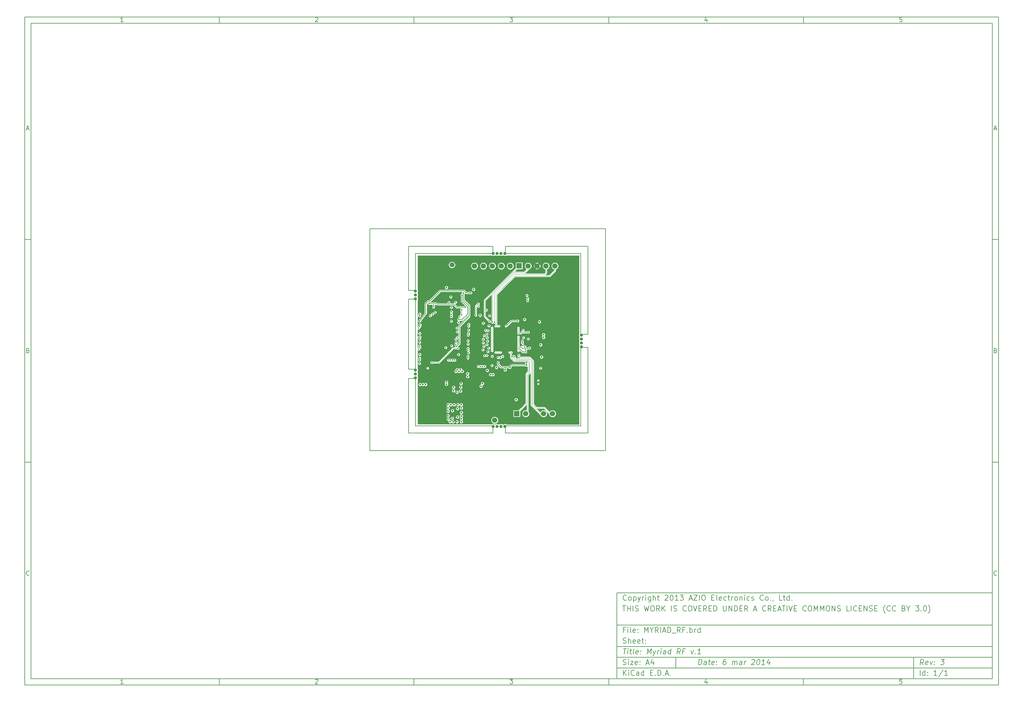
<source format=gbr>
G04 (created by PCBNEW (2013-05-31 BZR 4019)-stable) date 06/03/2014 18:54:47*
%MOIN*%
G04 Gerber Fmt 3.4, Leading zero omitted, Abs format*
%FSLAX34Y34*%
G01*
G70*
G90*
G04 APERTURE LIST*
%ADD10C,0.00590551*%
%ADD11C,0.0077*%
%ADD12C,0.0157*%
%ADD13C,0.0195*%
%ADD14C,0.0354*%
%ADD15C,0.2165*%
%ADD16C,0.051*%
%ADD17C,0.055*%
%ADD18C,0.0597*%
%ADD19R,0.0597X0.0597*%
%ADD20C,0.0432*%
%ADD21C,0.0077*%
%ADD22C,0.0117*%
%ADD23C,0.0196*%
%ADD24C,0.0118*%
%ADD25C,0.0039*%
G04 APERTURE END LIST*
G54D10*
X4000Y-4000D02*
X112930Y-4000D01*
X112930Y-78680D01*
X4000Y-78680D01*
X4000Y-4000D01*
X4700Y-4700D02*
X112230Y-4700D01*
X112230Y-77980D01*
X4700Y-77980D01*
X4700Y-4700D01*
X25780Y-4000D02*
X25780Y-4700D01*
X15032Y-4552D02*
X14747Y-4552D01*
X14890Y-4552D02*
X14890Y-4052D01*
X14842Y-4123D01*
X14794Y-4171D01*
X14747Y-4195D01*
X25780Y-78680D02*
X25780Y-77980D01*
X15032Y-78532D02*
X14747Y-78532D01*
X14890Y-78532D02*
X14890Y-78032D01*
X14842Y-78103D01*
X14794Y-78151D01*
X14747Y-78175D01*
X47560Y-4000D02*
X47560Y-4700D01*
X36527Y-4100D02*
X36550Y-4076D01*
X36598Y-4052D01*
X36717Y-4052D01*
X36765Y-4076D01*
X36789Y-4100D01*
X36812Y-4147D01*
X36812Y-4195D01*
X36789Y-4266D01*
X36503Y-4552D01*
X36812Y-4552D01*
X47560Y-78680D02*
X47560Y-77980D01*
X36527Y-78080D02*
X36550Y-78056D01*
X36598Y-78032D01*
X36717Y-78032D01*
X36765Y-78056D01*
X36789Y-78080D01*
X36812Y-78127D01*
X36812Y-78175D01*
X36789Y-78246D01*
X36503Y-78532D01*
X36812Y-78532D01*
X69340Y-4000D02*
X69340Y-4700D01*
X58283Y-4052D02*
X58592Y-4052D01*
X58426Y-4242D01*
X58497Y-4242D01*
X58545Y-4266D01*
X58569Y-4290D01*
X58592Y-4338D01*
X58592Y-4457D01*
X58569Y-4504D01*
X58545Y-4528D01*
X58497Y-4552D01*
X58354Y-4552D01*
X58307Y-4528D01*
X58283Y-4504D01*
X69340Y-78680D02*
X69340Y-77980D01*
X58283Y-78032D02*
X58592Y-78032D01*
X58426Y-78222D01*
X58497Y-78222D01*
X58545Y-78246D01*
X58569Y-78270D01*
X58592Y-78318D01*
X58592Y-78437D01*
X58569Y-78484D01*
X58545Y-78508D01*
X58497Y-78532D01*
X58354Y-78532D01*
X58307Y-78508D01*
X58283Y-78484D01*
X91120Y-4000D02*
X91120Y-4700D01*
X80325Y-4219D02*
X80325Y-4552D01*
X80206Y-4028D02*
X80087Y-4385D01*
X80396Y-4385D01*
X91120Y-78680D02*
X91120Y-77980D01*
X80325Y-78199D02*
X80325Y-78532D01*
X80206Y-78008D02*
X80087Y-78365D01*
X80396Y-78365D01*
X102129Y-4052D02*
X101890Y-4052D01*
X101867Y-4290D01*
X101890Y-4266D01*
X101938Y-4242D01*
X102057Y-4242D01*
X102105Y-4266D01*
X102129Y-4290D01*
X102152Y-4338D01*
X102152Y-4457D01*
X102129Y-4504D01*
X102105Y-4528D01*
X102057Y-4552D01*
X101938Y-4552D01*
X101890Y-4528D01*
X101867Y-4504D01*
X102129Y-78032D02*
X101890Y-78032D01*
X101867Y-78270D01*
X101890Y-78246D01*
X101938Y-78222D01*
X102057Y-78222D01*
X102105Y-78246D01*
X102129Y-78270D01*
X102152Y-78318D01*
X102152Y-78437D01*
X102129Y-78484D01*
X102105Y-78508D01*
X102057Y-78532D01*
X101938Y-78532D01*
X101890Y-78508D01*
X101867Y-78484D01*
X4000Y-28890D02*
X4700Y-28890D01*
X4230Y-16509D02*
X4469Y-16509D01*
X4183Y-16652D02*
X4350Y-16152D01*
X4516Y-16652D01*
X112930Y-28890D02*
X112230Y-28890D01*
X112460Y-16509D02*
X112699Y-16509D01*
X112413Y-16652D02*
X112580Y-16152D01*
X112746Y-16652D01*
X4000Y-53780D02*
X4700Y-53780D01*
X4385Y-41280D02*
X4457Y-41304D01*
X4480Y-41328D01*
X4504Y-41375D01*
X4504Y-41447D01*
X4480Y-41494D01*
X4457Y-41518D01*
X4409Y-41542D01*
X4219Y-41542D01*
X4219Y-41042D01*
X4385Y-41042D01*
X4433Y-41066D01*
X4457Y-41090D01*
X4480Y-41137D01*
X4480Y-41185D01*
X4457Y-41232D01*
X4433Y-41256D01*
X4385Y-41280D01*
X4219Y-41280D01*
X112930Y-53780D02*
X112230Y-53780D01*
X112615Y-41280D02*
X112687Y-41304D01*
X112710Y-41328D01*
X112734Y-41375D01*
X112734Y-41447D01*
X112710Y-41494D01*
X112687Y-41518D01*
X112639Y-41542D01*
X112449Y-41542D01*
X112449Y-41042D01*
X112615Y-41042D01*
X112663Y-41066D01*
X112687Y-41090D01*
X112710Y-41137D01*
X112710Y-41185D01*
X112687Y-41232D01*
X112663Y-41256D01*
X112615Y-41280D01*
X112449Y-41280D01*
X4504Y-66384D02*
X4480Y-66408D01*
X4409Y-66432D01*
X4361Y-66432D01*
X4290Y-66408D01*
X4242Y-66360D01*
X4219Y-66313D01*
X4195Y-66218D01*
X4195Y-66146D01*
X4219Y-66051D01*
X4242Y-66003D01*
X4290Y-65956D01*
X4361Y-65932D01*
X4409Y-65932D01*
X4480Y-65956D01*
X4504Y-65980D01*
X112734Y-66384D02*
X112710Y-66408D01*
X112639Y-66432D01*
X112591Y-66432D01*
X112520Y-66408D01*
X112472Y-66360D01*
X112449Y-66313D01*
X112425Y-66218D01*
X112425Y-66146D01*
X112449Y-66051D01*
X112472Y-66003D01*
X112520Y-65956D01*
X112591Y-65932D01*
X112639Y-65932D01*
X112710Y-65956D01*
X112734Y-65980D01*
X79380Y-76422D02*
X79455Y-75822D01*
X79597Y-75822D01*
X79680Y-75851D01*
X79730Y-75908D01*
X79751Y-75965D01*
X79765Y-76080D01*
X79755Y-76165D01*
X79712Y-76280D01*
X79676Y-76337D01*
X79612Y-76394D01*
X79522Y-76422D01*
X79380Y-76422D01*
X80237Y-76422D02*
X80276Y-76108D01*
X80255Y-76051D01*
X80201Y-76022D01*
X80087Y-76022D01*
X80026Y-76051D01*
X80240Y-76394D02*
X80180Y-76422D01*
X80037Y-76422D01*
X79983Y-76394D01*
X79962Y-76337D01*
X79969Y-76280D01*
X80005Y-76222D01*
X80065Y-76194D01*
X80208Y-76194D01*
X80269Y-76165D01*
X80487Y-76022D02*
X80715Y-76022D01*
X80597Y-75822D02*
X80533Y-76337D01*
X80555Y-76394D01*
X80608Y-76422D01*
X80665Y-76422D01*
X81097Y-76394D02*
X81037Y-76422D01*
X80922Y-76422D01*
X80869Y-76394D01*
X80847Y-76337D01*
X80876Y-76108D01*
X80912Y-76051D01*
X80972Y-76022D01*
X81087Y-76022D01*
X81140Y-76051D01*
X81162Y-76108D01*
X81155Y-76165D01*
X80862Y-76222D01*
X81387Y-76365D02*
X81412Y-76394D01*
X81380Y-76422D01*
X81355Y-76394D01*
X81387Y-76365D01*
X81380Y-76422D01*
X81426Y-76051D02*
X81451Y-76080D01*
X81419Y-76108D01*
X81394Y-76080D01*
X81426Y-76051D01*
X81419Y-76108D01*
X82455Y-75822D02*
X82340Y-75822D01*
X82279Y-75851D01*
X82247Y-75880D01*
X82180Y-75965D01*
X82137Y-76080D01*
X82108Y-76308D01*
X82130Y-76365D01*
X82155Y-76394D01*
X82208Y-76422D01*
X82322Y-76422D01*
X82383Y-76394D01*
X82415Y-76365D01*
X82451Y-76308D01*
X82469Y-76165D01*
X82447Y-76108D01*
X82422Y-76080D01*
X82369Y-76051D01*
X82254Y-76051D01*
X82194Y-76080D01*
X82162Y-76108D01*
X82126Y-76165D01*
X83151Y-76422D02*
X83201Y-76022D01*
X83194Y-76080D02*
X83226Y-76051D01*
X83287Y-76022D01*
X83372Y-76022D01*
X83426Y-76051D01*
X83447Y-76108D01*
X83408Y-76422D01*
X83447Y-76108D02*
X83483Y-76051D01*
X83544Y-76022D01*
X83630Y-76022D01*
X83683Y-76051D01*
X83705Y-76108D01*
X83665Y-76422D01*
X84208Y-76422D02*
X84247Y-76108D01*
X84226Y-76051D01*
X84172Y-76022D01*
X84058Y-76022D01*
X83997Y-76051D01*
X84212Y-76394D02*
X84151Y-76422D01*
X84008Y-76422D01*
X83955Y-76394D01*
X83933Y-76337D01*
X83940Y-76280D01*
X83976Y-76222D01*
X84037Y-76194D01*
X84180Y-76194D01*
X84240Y-76165D01*
X84494Y-76422D02*
X84544Y-76022D01*
X84530Y-76137D02*
X84565Y-76080D01*
X84597Y-76051D01*
X84658Y-76022D01*
X84715Y-76022D01*
X85362Y-75880D02*
X85394Y-75851D01*
X85455Y-75822D01*
X85597Y-75822D01*
X85651Y-75851D01*
X85676Y-75880D01*
X85697Y-75937D01*
X85690Y-75994D01*
X85651Y-76080D01*
X85265Y-76422D01*
X85637Y-76422D01*
X86083Y-75822D02*
X86140Y-75822D01*
X86194Y-75851D01*
X86219Y-75880D01*
X86240Y-75937D01*
X86255Y-76051D01*
X86237Y-76194D01*
X86194Y-76308D01*
X86158Y-76365D01*
X86126Y-76394D01*
X86065Y-76422D01*
X86008Y-76422D01*
X85955Y-76394D01*
X85930Y-76365D01*
X85908Y-76308D01*
X85894Y-76194D01*
X85912Y-76051D01*
X85955Y-75937D01*
X85990Y-75880D01*
X86022Y-75851D01*
X86083Y-75822D01*
X86780Y-76422D02*
X86437Y-76422D01*
X86608Y-76422D02*
X86683Y-75822D01*
X86615Y-75908D01*
X86551Y-75965D01*
X86490Y-75994D01*
X87344Y-76022D02*
X87294Y-76422D01*
X87230Y-75794D02*
X87033Y-76222D01*
X87405Y-76222D01*
X70972Y-77622D02*
X70972Y-77022D01*
X71315Y-77622D02*
X71058Y-77280D01*
X71315Y-77022D02*
X70972Y-77365D01*
X71572Y-77622D02*
X71572Y-77222D01*
X71572Y-77022D02*
X71544Y-77051D01*
X71572Y-77080D01*
X71601Y-77051D01*
X71572Y-77022D01*
X71572Y-77080D01*
X72201Y-77565D02*
X72172Y-77594D01*
X72087Y-77622D01*
X72030Y-77622D01*
X71944Y-77594D01*
X71887Y-77537D01*
X71858Y-77480D01*
X71830Y-77365D01*
X71830Y-77280D01*
X71858Y-77165D01*
X71887Y-77108D01*
X71944Y-77051D01*
X72030Y-77022D01*
X72087Y-77022D01*
X72172Y-77051D01*
X72201Y-77080D01*
X72715Y-77622D02*
X72715Y-77308D01*
X72687Y-77251D01*
X72630Y-77222D01*
X72515Y-77222D01*
X72458Y-77251D01*
X72715Y-77594D02*
X72658Y-77622D01*
X72515Y-77622D01*
X72458Y-77594D01*
X72430Y-77537D01*
X72430Y-77480D01*
X72458Y-77422D01*
X72515Y-77394D01*
X72658Y-77394D01*
X72715Y-77365D01*
X73258Y-77622D02*
X73258Y-77022D01*
X73258Y-77594D02*
X73201Y-77622D01*
X73087Y-77622D01*
X73030Y-77594D01*
X73001Y-77565D01*
X72972Y-77508D01*
X72972Y-77337D01*
X73001Y-77280D01*
X73030Y-77251D01*
X73087Y-77222D01*
X73201Y-77222D01*
X73258Y-77251D01*
X74001Y-77308D02*
X74201Y-77308D01*
X74287Y-77622D02*
X74001Y-77622D01*
X74001Y-77022D01*
X74287Y-77022D01*
X74544Y-77565D02*
X74572Y-77594D01*
X74544Y-77622D01*
X74515Y-77594D01*
X74544Y-77565D01*
X74544Y-77622D01*
X74829Y-77622D02*
X74829Y-77022D01*
X74972Y-77022D01*
X75058Y-77051D01*
X75115Y-77108D01*
X75144Y-77165D01*
X75172Y-77280D01*
X75172Y-77365D01*
X75144Y-77480D01*
X75115Y-77537D01*
X75058Y-77594D01*
X74972Y-77622D01*
X74829Y-77622D01*
X75429Y-77565D02*
X75458Y-77594D01*
X75429Y-77622D01*
X75401Y-77594D01*
X75429Y-77565D01*
X75429Y-77622D01*
X75687Y-77451D02*
X75972Y-77451D01*
X75629Y-77622D02*
X75829Y-77022D01*
X76029Y-77622D01*
X76229Y-77565D02*
X76258Y-77594D01*
X76229Y-77622D01*
X76201Y-77594D01*
X76229Y-77565D01*
X76229Y-77622D01*
X104522Y-76422D02*
X104358Y-76137D01*
X104180Y-76422D02*
X104255Y-75822D01*
X104483Y-75822D01*
X104537Y-75851D01*
X104562Y-75880D01*
X104583Y-75937D01*
X104572Y-76022D01*
X104537Y-76080D01*
X104505Y-76108D01*
X104444Y-76137D01*
X104215Y-76137D01*
X105012Y-76394D02*
X104951Y-76422D01*
X104837Y-76422D01*
X104783Y-76394D01*
X104762Y-76337D01*
X104790Y-76108D01*
X104826Y-76051D01*
X104887Y-76022D01*
X105001Y-76022D01*
X105055Y-76051D01*
X105076Y-76108D01*
X105069Y-76165D01*
X104776Y-76222D01*
X105287Y-76022D02*
X105380Y-76422D01*
X105572Y-76022D01*
X105758Y-76365D02*
X105783Y-76394D01*
X105751Y-76422D01*
X105726Y-76394D01*
X105758Y-76365D01*
X105751Y-76422D01*
X105797Y-76051D02*
X105822Y-76080D01*
X105790Y-76108D01*
X105765Y-76080D01*
X105797Y-76051D01*
X105790Y-76108D01*
X106512Y-75822D02*
X106883Y-75822D01*
X106655Y-76051D01*
X106740Y-76051D01*
X106794Y-76080D01*
X106819Y-76108D01*
X106840Y-76165D01*
X106822Y-76308D01*
X106787Y-76365D01*
X106755Y-76394D01*
X106694Y-76422D01*
X106522Y-76422D01*
X106469Y-76394D01*
X106444Y-76365D01*
X70944Y-76394D02*
X71030Y-76422D01*
X71172Y-76422D01*
X71230Y-76394D01*
X71258Y-76365D01*
X71287Y-76308D01*
X71287Y-76251D01*
X71258Y-76194D01*
X71230Y-76165D01*
X71172Y-76137D01*
X71058Y-76108D01*
X71001Y-76080D01*
X70972Y-76051D01*
X70944Y-75994D01*
X70944Y-75937D01*
X70972Y-75880D01*
X71001Y-75851D01*
X71058Y-75822D01*
X71201Y-75822D01*
X71287Y-75851D01*
X71544Y-76422D02*
X71544Y-76022D01*
X71544Y-75822D02*
X71515Y-75851D01*
X71544Y-75880D01*
X71572Y-75851D01*
X71544Y-75822D01*
X71544Y-75880D01*
X71772Y-76022D02*
X72087Y-76022D01*
X71772Y-76422D01*
X72087Y-76422D01*
X72544Y-76394D02*
X72487Y-76422D01*
X72372Y-76422D01*
X72315Y-76394D01*
X72287Y-76337D01*
X72287Y-76108D01*
X72315Y-76051D01*
X72372Y-76022D01*
X72487Y-76022D01*
X72544Y-76051D01*
X72572Y-76108D01*
X72572Y-76165D01*
X72287Y-76222D01*
X72830Y-76365D02*
X72858Y-76394D01*
X72830Y-76422D01*
X72801Y-76394D01*
X72830Y-76365D01*
X72830Y-76422D01*
X72830Y-76051D02*
X72858Y-76080D01*
X72830Y-76108D01*
X72801Y-76080D01*
X72830Y-76051D01*
X72830Y-76108D01*
X73544Y-76251D02*
X73830Y-76251D01*
X73487Y-76422D02*
X73687Y-75822D01*
X73887Y-76422D01*
X74344Y-76022D02*
X74344Y-76422D01*
X74201Y-75794D02*
X74058Y-76222D01*
X74430Y-76222D01*
X104172Y-77622D02*
X104172Y-77022D01*
X104715Y-77622D02*
X104715Y-77022D01*
X104715Y-77594D02*
X104658Y-77622D01*
X104544Y-77622D01*
X104487Y-77594D01*
X104458Y-77565D01*
X104430Y-77508D01*
X104430Y-77337D01*
X104458Y-77280D01*
X104487Y-77251D01*
X104544Y-77222D01*
X104658Y-77222D01*
X104715Y-77251D01*
X105001Y-77565D02*
X105030Y-77594D01*
X105001Y-77622D01*
X104972Y-77594D01*
X105001Y-77565D01*
X105001Y-77622D01*
X105001Y-77251D02*
X105030Y-77280D01*
X105001Y-77308D01*
X104972Y-77280D01*
X105001Y-77251D01*
X105001Y-77308D01*
X106058Y-77622D02*
X105715Y-77622D01*
X105887Y-77622D02*
X105887Y-77022D01*
X105829Y-77108D01*
X105772Y-77165D01*
X105715Y-77194D01*
X106744Y-76994D02*
X106230Y-77765D01*
X107258Y-77622D02*
X106915Y-77622D01*
X107087Y-77622D02*
X107087Y-77022D01*
X107029Y-77108D01*
X106972Y-77165D01*
X106915Y-77194D01*
X70969Y-74622D02*
X71312Y-74622D01*
X71065Y-75222D02*
X71140Y-74622D01*
X71437Y-75222D02*
X71487Y-74822D01*
X71512Y-74622D02*
X71480Y-74651D01*
X71505Y-74680D01*
X71537Y-74651D01*
X71512Y-74622D01*
X71505Y-74680D01*
X71687Y-74822D02*
X71915Y-74822D01*
X71797Y-74622D02*
X71733Y-75137D01*
X71755Y-75194D01*
X71808Y-75222D01*
X71865Y-75222D01*
X72151Y-75222D02*
X72097Y-75194D01*
X72076Y-75137D01*
X72140Y-74622D01*
X72612Y-75194D02*
X72551Y-75222D01*
X72437Y-75222D01*
X72383Y-75194D01*
X72362Y-75137D01*
X72390Y-74908D01*
X72426Y-74851D01*
X72487Y-74822D01*
X72601Y-74822D01*
X72655Y-74851D01*
X72676Y-74908D01*
X72669Y-74965D01*
X72376Y-75022D01*
X72901Y-75165D02*
X72926Y-75194D01*
X72894Y-75222D01*
X72869Y-75194D01*
X72901Y-75165D01*
X72894Y-75222D01*
X72940Y-74851D02*
X72965Y-74880D01*
X72933Y-74908D01*
X72908Y-74880D01*
X72940Y-74851D01*
X72933Y-74908D01*
X73637Y-75222D02*
X73712Y-74622D01*
X73858Y-75051D01*
X74112Y-74622D01*
X74037Y-75222D01*
X74315Y-74822D02*
X74408Y-75222D01*
X74601Y-74822D02*
X74408Y-75222D01*
X74333Y-75365D01*
X74301Y-75394D01*
X74240Y-75422D01*
X74780Y-75222D02*
X74830Y-74822D01*
X74815Y-74937D02*
X74851Y-74880D01*
X74883Y-74851D01*
X74944Y-74822D01*
X75001Y-74822D01*
X75151Y-75222D02*
X75201Y-74822D01*
X75226Y-74622D02*
X75194Y-74651D01*
X75219Y-74680D01*
X75251Y-74651D01*
X75226Y-74622D01*
X75219Y-74680D01*
X75694Y-75222D02*
X75733Y-74908D01*
X75712Y-74851D01*
X75658Y-74822D01*
X75544Y-74822D01*
X75483Y-74851D01*
X75697Y-75194D02*
X75637Y-75222D01*
X75494Y-75222D01*
X75440Y-75194D01*
X75419Y-75137D01*
X75426Y-75080D01*
X75462Y-75022D01*
X75522Y-74994D01*
X75665Y-74994D01*
X75726Y-74965D01*
X76237Y-75222D02*
X76312Y-74622D01*
X76240Y-75194D02*
X76180Y-75222D01*
X76065Y-75222D01*
X76012Y-75194D01*
X75987Y-75165D01*
X75965Y-75108D01*
X75987Y-74937D01*
X76022Y-74880D01*
X76055Y-74851D01*
X76115Y-74822D01*
X76230Y-74822D01*
X76283Y-74851D01*
X77322Y-75222D02*
X77158Y-74937D01*
X76980Y-75222D02*
X77055Y-74622D01*
X77283Y-74622D01*
X77337Y-74651D01*
X77362Y-74680D01*
X77383Y-74737D01*
X77372Y-74822D01*
X77337Y-74880D01*
X77305Y-74908D01*
X77244Y-74937D01*
X77015Y-74937D01*
X77819Y-74908D02*
X77619Y-74908D01*
X77580Y-75222D02*
X77655Y-74622D01*
X77940Y-74622D01*
X78544Y-74822D02*
X78637Y-75222D01*
X78830Y-74822D01*
X79015Y-75165D02*
X79040Y-75194D01*
X79008Y-75222D01*
X78983Y-75194D01*
X79015Y-75165D01*
X79008Y-75222D01*
X79608Y-75222D02*
X79265Y-75222D01*
X79437Y-75222D02*
X79512Y-74622D01*
X79444Y-74708D01*
X79380Y-74765D01*
X79319Y-74794D01*
X71172Y-72508D02*
X70972Y-72508D01*
X70972Y-72822D02*
X70972Y-72222D01*
X71258Y-72222D01*
X71487Y-72822D02*
X71487Y-72422D01*
X71487Y-72222D02*
X71458Y-72251D01*
X71487Y-72280D01*
X71515Y-72251D01*
X71487Y-72222D01*
X71487Y-72280D01*
X71858Y-72822D02*
X71801Y-72794D01*
X71772Y-72737D01*
X71772Y-72222D01*
X72315Y-72794D02*
X72258Y-72822D01*
X72144Y-72822D01*
X72087Y-72794D01*
X72058Y-72737D01*
X72058Y-72508D01*
X72087Y-72451D01*
X72144Y-72422D01*
X72258Y-72422D01*
X72315Y-72451D01*
X72344Y-72508D01*
X72344Y-72565D01*
X72058Y-72622D01*
X72601Y-72765D02*
X72630Y-72794D01*
X72601Y-72822D01*
X72572Y-72794D01*
X72601Y-72765D01*
X72601Y-72822D01*
X72601Y-72451D02*
X72630Y-72480D01*
X72601Y-72508D01*
X72572Y-72480D01*
X72601Y-72451D01*
X72601Y-72508D01*
X73344Y-72822D02*
X73344Y-72222D01*
X73544Y-72651D01*
X73744Y-72222D01*
X73744Y-72822D01*
X74144Y-72537D02*
X74144Y-72822D01*
X73944Y-72222D02*
X74144Y-72537D01*
X74344Y-72222D01*
X74887Y-72822D02*
X74687Y-72537D01*
X74544Y-72822D02*
X74544Y-72222D01*
X74772Y-72222D01*
X74830Y-72251D01*
X74858Y-72280D01*
X74887Y-72337D01*
X74887Y-72422D01*
X74858Y-72480D01*
X74830Y-72508D01*
X74772Y-72537D01*
X74544Y-72537D01*
X75144Y-72822D02*
X75144Y-72222D01*
X75401Y-72651D02*
X75687Y-72651D01*
X75344Y-72822D02*
X75544Y-72222D01*
X75744Y-72822D01*
X75944Y-72822D02*
X75944Y-72222D01*
X76087Y-72222D01*
X76172Y-72251D01*
X76230Y-72308D01*
X76258Y-72365D01*
X76287Y-72480D01*
X76287Y-72565D01*
X76258Y-72680D01*
X76230Y-72737D01*
X76172Y-72794D01*
X76087Y-72822D01*
X75944Y-72822D01*
X76401Y-72880D02*
X76858Y-72880D01*
X77344Y-72822D02*
X77144Y-72537D01*
X77001Y-72822D02*
X77001Y-72222D01*
X77230Y-72222D01*
X77287Y-72251D01*
X77315Y-72280D01*
X77344Y-72337D01*
X77344Y-72422D01*
X77315Y-72480D01*
X77287Y-72508D01*
X77230Y-72537D01*
X77001Y-72537D01*
X77801Y-72508D02*
X77601Y-72508D01*
X77601Y-72822D02*
X77601Y-72222D01*
X77887Y-72222D01*
X78115Y-72765D02*
X78144Y-72794D01*
X78115Y-72822D01*
X78087Y-72794D01*
X78115Y-72765D01*
X78115Y-72822D01*
X78401Y-72822D02*
X78401Y-72222D01*
X78401Y-72451D02*
X78458Y-72422D01*
X78572Y-72422D01*
X78630Y-72451D01*
X78658Y-72480D01*
X78687Y-72537D01*
X78687Y-72708D01*
X78658Y-72765D01*
X78630Y-72794D01*
X78572Y-72822D01*
X78458Y-72822D01*
X78401Y-72794D01*
X78944Y-72822D02*
X78944Y-72422D01*
X78944Y-72537D02*
X78972Y-72480D01*
X79001Y-72451D01*
X79058Y-72422D01*
X79115Y-72422D01*
X79572Y-72822D02*
X79572Y-72222D01*
X79572Y-72794D02*
X79515Y-72822D01*
X79401Y-72822D01*
X79344Y-72794D01*
X79315Y-72765D01*
X79287Y-72708D01*
X79287Y-72537D01*
X79315Y-72480D01*
X79344Y-72451D01*
X79401Y-72422D01*
X79515Y-72422D01*
X79572Y-72451D01*
X70944Y-73994D02*
X71030Y-74022D01*
X71172Y-74022D01*
X71230Y-73994D01*
X71258Y-73965D01*
X71287Y-73908D01*
X71287Y-73851D01*
X71258Y-73794D01*
X71230Y-73765D01*
X71172Y-73737D01*
X71058Y-73708D01*
X71001Y-73680D01*
X70972Y-73651D01*
X70944Y-73594D01*
X70944Y-73537D01*
X70972Y-73480D01*
X71001Y-73451D01*
X71058Y-73422D01*
X71201Y-73422D01*
X71287Y-73451D01*
X71544Y-74022D02*
X71544Y-73422D01*
X71801Y-74022D02*
X71801Y-73708D01*
X71772Y-73651D01*
X71715Y-73622D01*
X71630Y-73622D01*
X71572Y-73651D01*
X71544Y-73680D01*
X72315Y-73994D02*
X72258Y-74022D01*
X72144Y-74022D01*
X72087Y-73994D01*
X72058Y-73937D01*
X72058Y-73708D01*
X72087Y-73651D01*
X72144Y-73622D01*
X72258Y-73622D01*
X72315Y-73651D01*
X72344Y-73708D01*
X72344Y-73765D01*
X72058Y-73822D01*
X72830Y-73994D02*
X72772Y-74022D01*
X72658Y-74022D01*
X72601Y-73994D01*
X72572Y-73937D01*
X72572Y-73708D01*
X72601Y-73651D01*
X72658Y-73622D01*
X72772Y-73622D01*
X72830Y-73651D01*
X72858Y-73708D01*
X72858Y-73765D01*
X72572Y-73822D01*
X73030Y-73622D02*
X73258Y-73622D01*
X73115Y-73422D02*
X73115Y-73937D01*
X73144Y-73994D01*
X73201Y-74022D01*
X73258Y-74022D01*
X73458Y-73965D02*
X73487Y-73994D01*
X73458Y-74022D01*
X73430Y-73994D01*
X73458Y-73965D01*
X73458Y-74022D01*
X73458Y-73651D02*
X73487Y-73680D01*
X73458Y-73708D01*
X73430Y-73680D01*
X73458Y-73651D01*
X73458Y-73708D01*
X70887Y-69822D02*
X71230Y-69822D01*
X71058Y-70422D02*
X71058Y-69822D01*
X71430Y-70422D02*
X71430Y-69822D01*
X71430Y-70108D02*
X71772Y-70108D01*
X71772Y-70422D02*
X71772Y-69822D01*
X72058Y-70422D02*
X72058Y-69822D01*
X72315Y-70394D02*
X72401Y-70422D01*
X72544Y-70422D01*
X72601Y-70394D01*
X72629Y-70365D01*
X72658Y-70308D01*
X72658Y-70251D01*
X72629Y-70194D01*
X72601Y-70165D01*
X72544Y-70137D01*
X72429Y-70108D01*
X72372Y-70080D01*
X72344Y-70051D01*
X72315Y-69994D01*
X72315Y-69937D01*
X72344Y-69880D01*
X72372Y-69851D01*
X72429Y-69822D01*
X72572Y-69822D01*
X72658Y-69851D01*
X73315Y-69822D02*
X73458Y-70422D01*
X73572Y-69994D01*
X73687Y-70422D01*
X73830Y-69822D01*
X74172Y-69822D02*
X74287Y-69822D01*
X74344Y-69851D01*
X74401Y-69908D01*
X74430Y-70022D01*
X74430Y-70222D01*
X74401Y-70337D01*
X74344Y-70394D01*
X74287Y-70422D01*
X74172Y-70422D01*
X74115Y-70394D01*
X74058Y-70337D01*
X74030Y-70222D01*
X74030Y-70022D01*
X74058Y-69908D01*
X74115Y-69851D01*
X74172Y-69822D01*
X75029Y-70422D02*
X74829Y-70137D01*
X74687Y-70422D02*
X74687Y-69822D01*
X74915Y-69822D01*
X74972Y-69851D01*
X75001Y-69880D01*
X75029Y-69937D01*
X75029Y-70022D01*
X75001Y-70080D01*
X74972Y-70108D01*
X74915Y-70137D01*
X74687Y-70137D01*
X75287Y-70422D02*
X75287Y-69822D01*
X75629Y-70422D02*
X75372Y-70080D01*
X75629Y-69822D02*
X75287Y-70165D01*
X76344Y-70422D02*
X76344Y-69822D01*
X76601Y-70394D02*
X76687Y-70422D01*
X76829Y-70422D01*
X76887Y-70394D01*
X76915Y-70365D01*
X76944Y-70308D01*
X76944Y-70251D01*
X76915Y-70194D01*
X76887Y-70165D01*
X76829Y-70137D01*
X76715Y-70108D01*
X76658Y-70080D01*
X76629Y-70051D01*
X76601Y-69994D01*
X76601Y-69937D01*
X76629Y-69880D01*
X76658Y-69851D01*
X76715Y-69822D01*
X76858Y-69822D01*
X76944Y-69851D01*
X78001Y-70365D02*
X77972Y-70394D01*
X77887Y-70422D01*
X77830Y-70422D01*
X77744Y-70394D01*
X77687Y-70337D01*
X77658Y-70280D01*
X77630Y-70165D01*
X77630Y-70080D01*
X77658Y-69965D01*
X77687Y-69908D01*
X77744Y-69851D01*
X77830Y-69822D01*
X77887Y-69822D01*
X77972Y-69851D01*
X78001Y-69880D01*
X78372Y-69822D02*
X78487Y-69822D01*
X78544Y-69851D01*
X78601Y-69908D01*
X78630Y-70022D01*
X78630Y-70222D01*
X78601Y-70337D01*
X78544Y-70394D01*
X78487Y-70422D01*
X78372Y-70422D01*
X78315Y-70394D01*
X78258Y-70337D01*
X78230Y-70222D01*
X78230Y-70022D01*
X78258Y-69908D01*
X78315Y-69851D01*
X78372Y-69822D01*
X78801Y-69822D02*
X79001Y-70422D01*
X79201Y-69822D01*
X79401Y-70108D02*
X79601Y-70108D01*
X79687Y-70422D02*
X79401Y-70422D01*
X79401Y-69822D01*
X79687Y-69822D01*
X80287Y-70422D02*
X80087Y-70137D01*
X79944Y-70422D02*
X79944Y-69822D01*
X80172Y-69822D01*
X80229Y-69851D01*
X80258Y-69880D01*
X80287Y-69937D01*
X80287Y-70022D01*
X80258Y-70080D01*
X80229Y-70108D01*
X80172Y-70137D01*
X79944Y-70137D01*
X80544Y-70108D02*
X80744Y-70108D01*
X80829Y-70422D02*
X80544Y-70422D01*
X80544Y-69822D01*
X80829Y-69822D01*
X81087Y-70422D02*
X81087Y-69822D01*
X81229Y-69822D01*
X81315Y-69851D01*
X81372Y-69908D01*
X81401Y-69965D01*
X81429Y-70080D01*
X81429Y-70165D01*
X81401Y-70280D01*
X81372Y-70337D01*
X81315Y-70394D01*
X81229Y-70422D01*
X81087Y-70422D01*
X82144Y-69822D02*
X82144Y-70308D01*
X82172Y-70365D01*
X82201Y-70394D01*
X82258Y-70422D01*
X82372Y-70422D01*
X82429Y-70394D01*
X82458Y-70365D01*
X82487Y-70308D01*
X82487Y-69822D01*
X82772Y-70422D02*
X82772Y-69822D01*
X83115Y-70422D01*
X83115Y-69822D01*
X83401Y-70422D02*
X83401Y-69822D01*
X83544Y-69822D01*
X83629Y-69851D01*
X83687Y-69908D01*
X83715Y-69965D01*
X83744Y-70080D01*
X83744Y-70165D01*
X83715Y-70280D01*
X83687Y-70337D01*
X83629Y-70394D01*
X83544Y-70422D01*
X83401Y-70422D01*
X84001Y-70108D02*
X84201Y-70108D01*
X84287Y-70422D02*
X84001Y-70422D01*
X84001Y-69822D01*
X84287Y-69822D01*
X84887Y-70422D02*
X84687Y-70137D01*
X84544Y-70422D02*
X84544Y-69822D01*
X84772Y-69822D01*
X84829Y-69851D01*
X84858Y-69880D01*
X84887Y-69937D01*
X84887Y-70022D01*
X84858Y-70080D01*
X84829Y-70108D01*
X84772Y-70137D01*
X84544Y-70137D01*
X85572Y-70251D02*
X85858Y-70251D01*
X85515Y-70422D02*
X85715Y-69822D01*
X85915Y-70422D01*
X86915Y-70365D02*
X86887Y-70394D01*
X86801Y-70422D01*
X86744Y-70422D01*
X86658Y-70394D01*
X86601Y-70337D01*
X86572Y-70280D01*
X86544Y-70165D01*
X86544Y-70080D01*
X86572Y-69965D01*
X86601Y-69908D01*
X86658Y-69851D01*
X86744Y-69822D01*
X86801Y-69822D01*
X86887Y-69851D01*
X86915Y-69880D01*
X87515Y-70422D02*
X87315Y-70137D01*
X87172Y-70422D02*
X87172Y-69822D01*
X87401Y-69822D01*
X87458Y-69851D01*
X87487Y-69880D01*
X87515Y-69937D01*
X87515Y-70022D01*
X87487Y-70080D01*
X87458Y-70108D01*
X87401Y-70137D01*
X87172Y-70137D01*
X87772Y-70108D02*
X87972Y-70108D01*
X88058Y-70422D02*
X87772Y-70422D01*
X87772Y-69822D01*
X88058Y-69822D01*
X88287Y-70251D02*
X88572Y-70251D01*
X88229Y-70422D02*
X88429Y-69822D01*
X88629Y-70422D01*
X88744Y-69822D02*
X89087Y-69822D01*
X88915Y-70422D02*
X88915Y-69822D01*
X89287Y-70422D02*
X89287Y-69822D01*
X89487Y-69822D02*
X89687Y-70422D01*
X89887Y-69822D01*
X90087Y-70108D02*
X90287Y-70108D01*
X90372Y-70422D02*
X90087Y-70422D01*
X90087Y-69822D01*
X90372Y-69822D01*
X91429Y-70365D02*
X91401Y-70394D01*
X91315Y-70422D01*
X91258Y-70422D01*
X91172Y-70394D01*
X91115Y-70337D01*
X91087Y-70280D01*
X91058Y-70165D01*
X91058Y-70080D01*
X91087Y-69965D01*
X91115Y-69908D01*
X91172Y-69851D01*
X91258Y-69822D01*
X91315Y-69822D01*
X91401Y-69851D01*
X91429Y-69880D01*
X91801Y-69822D02*
X91915Y-69822D01*
X91972Y-69851D01*
X92029Y-69908D01*
X92058Y-70022D01*
X92058Y-70222D01*
X92029Y-70337D01*
X91972Y-70394D01*
X91915Y-70422D01*
X91801Y-70422D01*
X91744Y-70394D01*
X91687Y-70337D01*
X91658Y-70222D01*
X91658Y-70022D01*
X91687Y-69908D01*
X91744Y-69851D01*
X91801Y-69822D01*
X92315Y-70422D02*
X92315Y-69822D01*
X92515Y-70251D01*
X92715Y-69822D01*
X92715Y-70422D01*
X93001Y-70422D02*
X93001Y-69822D01*
X93201Y-70251D01*
X93401Y-69822D01*
X93401Y-70422D01*
X93801Y-69822D02*
X93915Y-69822D01*
X93972Y-69851D01*
X94029Y-69908D01*
X94058Y-70022D01*
X94058Y-70222D01*
X94029Y-70337D01*
X93972Y-70394D01*
X93915Y-70422D01*
X93801Y-70422D01*
X93744Y-70394D01*
X93687Y-70337D01*
X93658Y-70222D01*
X93658Y-70022D01*
X93687Y-69908D01*
X93744Y-69851D01*
X93801Y-69822D01*
X94315Y-70422D02*
X94315Y-69822D01*
X94658Y-70422D01*
X94658Y-69822D01*
X94915Y-70394D02*
X95001Y-70422D01*
X95144Y-70422D01*
X95201Y-70394D01*
X95229Y-70365D01*
X95258Y-70308D01*
X95258Y-70251D01*
X95229Y-70194D01*
X95201Y-70165D01*
X95144Y-70137D01*
X95029Y-70108D01*
X94972Y-70080D01*
X94944Y-70051D01*
X94915Y-69994D01*
X94915Y-69937D01*
X94944Y-69880D01*
X94972Y-69851D01*
X95029Y-69822D01*
X95172Y-69822D01*
X95258Y-69851D01*
X96258Y-70422D02*
X95972Y-70422D01*
X95972Y-69822D01*
X96458Y-70422D02*
X96458Y-69822D01*
X97087Y-70365D02*
X97058Y-70394D01*
X96972Y-70422D01*
X96915Y-70422D01*
X96829Y-70394D01*
X96772Y-70337D01*
X96744Y-70280D01*
X96715Y-70165D01*
X96715Y-70080D01*
X96744Y-69965D01*
X96772Y-69908D01*
X96829Y-69851D01*
X96915Y-69822D01*
X96972Y-69822D01*
X97058Y-69851D01*
X97087Y-69880D01*
X97344Y-70108D02*
X97544Y-70108D01*
X97629Y-70422D02*
X97344Y-70422D01*
X97344Y-69822D01*
X97629Y-69822D01*
X97887Y-70422D02*
X97887Y-69822D01*
X98229Y-70422D01*
X98229Y-69822D01*
X98487Y-70394D02*
X98572Y-70422D01*
X98715Y-70422D01*
X98772Y-70394D01*
X98801Y-70365D01*
X98829Y-70308D01*
X98829Y-70251D01*
X98801Y-70194D01*
X98772Y-70165D01*
X98715Y-70137D01*
X98601Y-70108D01*
X98544Y-70080D01*
X98515Y-70051D01*
X98487Y-69994D01*
X98487Y-69937D01*
X98515Y-69880D01*
X98544Y-69851D01*
X98601Y-69822D01*
X98744Y-69822D01*
X98829Y-69851D01*
X99087Y-70108D02*
X99287Y-70108D01*
X99372Y-70422D02*
X99087Y-70422D01*
X99087Y-69822D01*
X99372Y-69822D01*
X100258Y-70651D02*
X100229Y-70622D01*
X100172Y-70537D01*
X100144Y-70480D01*
X100115Y-70394D01*
X100087Y-70251D01*
X100087Y-70137D01*
X100115Y-69994D01*
X100144Y-69908D01*
X100172Y-69851D01*
X100229Y-69765D01*
X100258Y-69737D01*
X100829Y-70365D02*
X100801Y-70394D01*
X100715Y-70422D01*
X100658Y-70422D01*
X100572Y-70394D01*
X100515Y-70337D01*
X100487Y-70280D01*
X100458Y-70165D01*
X100458Y-70080D01*
X100487Y-69965D01*
X100515Y-69908D01*
X100572Y-69851D01*
X100658Y-69822D01*
X100715Y-69822D01*
X100801Y-69851D01*
X100829Y-69880D01*
X101429Y-70365D02*
X101401Y-70394D01*
X101315Y-70422D01*
X101258Y-70422D01*
X101172Y-70394D01*
X101115Y-70337D01*
X101087Y-70280D01*
X101058Y-70165D01*
X101058Y-70080D01*
X101087Y-69965D01*
X101115Y-69908D01*
X101172Y-69851D01*
X101258Y-69822D01*
X101315Y-69822D01*
X101401Y-69851D01*
X101429Y-69880D01*
X102344Y-70108D02*
X102429Y-70137D01*
X102458Y-70165D01*
X102487Y-70222D01*
X102487Y-70308D01*
X102458Y-70365D01*
X102429Y-70394D01*
X102372Y-70422D01*
X102144Y-70422D01*
X102144Y-69822D01*
X102344Y-69822D01*
X102401Y-69851D01*
X102429Y-69880D01*
X102458Y-69937D01*
X102458Y-69994D01*
X102429Y-70051D01*
X102401Y-70080D01*
X102344Y-70108D01*
X102144Y-70108D01*
X102858Y-70137D02*
X102858Y-70422D01*
X102658Y-69822D02*
X102858Y-70137D01*
X103058Y-69822D01*
X103658Y-69822D02*
X104029Y-69822D01*
X103829Y-70051D01*
X103915Y-70051D01*
X103972Y-70080D01*
X104001Y-70108D01*
X104029Y-70165D01*
X104029Y-70308D01*
X104001Y-70365D01*
X103972Y-70394D01*
X103915Y-70422D01*
X103744Y-70422D01*
X103687Y-70394D01*
X103658Y-70365D01*
X104287Y-70365D02*
X104315Y-70394D01*
X104287Y-70422D01*
X104258Y-70394D01*
X104287Y-70365D01*
X104287Y-70422D01*
X104687Y-69822D02*
X104744Y-69822D01*
X104801Y-69851D01*
X104829Y-69880D01*
X104858Y-69937D01*
X104887Y-70051D01*
X104887Y-70194D01*
X104858Y-70308D01*
X104829Y-70365D01*
X104801Y-70394D01*
X104744Y-70422D01*
X104687Y-70422D01*
X104629Y-70394D01*
X104601Y-70365D01*
X104572Y-70308D01*
X104544Y-70194D01*
X104544Y-70051D01*
X104572Y-69937D01*
X104601Y-69880D01*
X104629Y-69851D01*
X104687Y-69822D01*
X105087Y-70651D02*
X105115Y-70622D01*
X105172Y-70537D01*
X105201Y-70480D01*
X105229Y-70394D01*
X105258Y-70251D01*
X105258Y-70137D01*
X105229Y-69994D01*
X105201Y-69908D01*
X105172Y-69851D01*
X105115Y-69765D01*
X105087Y-69737D01*
X71315Y-69165D02*
X71287Y-69194D01*
X71201Y-69222D01*
X71144Y-69222D01*
X71058Y-69194D01*
X71001Y-69137D01*
X70972Y-69080D01*
X70944Y-68965D01*
X70944Y-68880D01*
X70972Y-68765D01*
X71001Y-68708D01*
X71058Y-68651D01*
X71144Y-68622D01*
X71201Y-68622D01*
X71287Y-68651D01*
X71315Y-68680D01*
X71658Y-69222D02*
X71601Y-69194D01*
X71572Y-69165D01*
X71544Y-69108D01*
X71544Y-68937D01*
X71572Y-68880D01*
X71601Y-68851D01*
X71658Y-68822D01*
X71744Y-68822D01*
X71801Y-68851D01*
X71830Y-68880D01*
X71858Y-68937D01*
X71858Y-69108D01*
X71830Y-69165D01*
X71801Y-69194D01*
X71744Y-69222D01*
X71658Y-69222D01*
X72115Y-68822D02*
X72115Y-69422D01*
X72115Y-68851D02*
X72172Y-68822D01*
X72287Y-68822D01*
X72344Y-68851D01*
X72372Y-68880D01*
X72401Y-68937D01*
X72401Y-69108D01*
X72372Y-69165D01*
X72344Y-69194D01*
X72287Y-69222D01*
X72172Y-69222D01*
X72115Y-69194D01*
X72601Y-68822D02*
X72744Y-69222D01*
X72887Y-68822D02*
X72744Y-69222D01*
X72687Y-69365D01*
X72658Y-69394D01*
X72601Y-69422D01*
X73115Y-69222D02*
X73115Y-68822D01*
X73115Y-68937D02*
X73144Y-68880D01*
X73172Y-68851D01*
X73230Y-68822D01*
X73287Y-68822D01*
X73487Y-69222D02*
X73487Y-68822D01*
X73487Y-68622D02*
X73458Y-68651D01*
X73487Y-68680D01*
X73515Y-68651D01*
X73487Y-68622D01*
X73487Y-68680D01*
X74030Y-68822D02*
X74030Y-69308D01*
X74001Y-69365D01*
X73972Y-69394D01*
X73915Y-69422D01*
X73830Y-69422D01*
X73772Y-69394D01*
X74030Y-69194D02*
X73972Y-69222D01*
X73858Y-69222D01*
X73801Y-69194D01*
X73772Y-69165D01*
X73744Y-69108D01*
X73744Y-68937D01*
X73772Y-68880D01*
X73801Y-68851D01*
X73858Y-68822D01*
X73972Y-68822D01*
X74030Y-68851D01*
X74315Y-69222D02*
X74315Y-68622D01*
X74572Y-69222D02*
X74572Y-68908D01*
X74544Y-68851D01*
X74487Y-68822D01*
X74401Y-68822D01*
X74344Y-68851D01*
X74315Y-68880D01*
X74772Y-68822D02*
X75001Y-68822D01*
X74858Y-68622D02*
X74858Y-69137D01*
X74887Y-69194D01*
X74944Y-69222D01*
X75001Y-69222D01*
X75630Y-68680D02*
X75658Y-68651D01*
X75715Y-68622D01*
X75858Y-68622D01*
X75915Y-68651D01*
X75944Y-68680D01*
X75972Y-68737D01*
X75972Y-68794D01*
X75944Y-68880D01*
X75601Y-69222D01*
X75972Y-69222D01*
X76344Y-68622D02*
X76401Y-68622D01*
X76458Y-68651D01*
X76487Y-68680D01*
X76515Y-68737D01*
X76544Y-68851D01*
X76544Y-68994D01*
X76515Y-69108D01*
X76487Y-69165D01*
X76458Y-69194D01*
X76401Y-69222D01*
X76344Y-69222D01*
X76287Y-69194D01*
X76258Y-69165D01*
X76230Y-69108D01*
X76201Y-68994D01*
X76201Y-68851D01*
X76230Y-68737D01*
X76258Y-68680D01*
X76287Y-68651D01*
X76344Y-68622D01*
X77115Y-69222D02*
X76772Y-69222D01*
X76944Y-69222D02*
X76944Y-68622D01*
X76887Y-68708D01*
X76830Y-68765D01*
X76772Y-68794D01*
X77315Y-68622D02*
X77687Y-68622D01*
X77487Y-68851D01*
X77572Y-68851D01*
X77630Y-68880D01*
X77658Y-68908D01*
X77687Y-68965D01*
X77687Y-69108D01*
X77658Y-69165D01*
X77630Y-69194D01*
X77572Y-69222D01*
X77401Y-69222D01*
X77344Y-69194D01*
X77315Y-69165D01*
X78372Y-69051D02*
X78658Y-69051D01*
X78315Y-69222D02*
X78515Y-68622D01*
X78715Y-69222D01*
X78858Y-68622D02*
X79258Y-68622D01*
X78858Y-69222D01*
X79258Y-69222D01*
X79487Y-69222D02*
X79487Y-68622D01*
X79887Y-68622D02*
X80001Y-68622D01*
X80058Y-68651D01*
X80115Y-68708D01*
X80144Y-68822D01*
X80144Y-69022D01*
X80115Y-69137D01*
X80058Y-69194D01*
X80001Y-69222D01*
X79887Y-69222D01*
X79830Y-69194D01*
X79772Y-69137D01*
X79744Y-69022D01*
X79744Y-68822D01*
X79772Y-68708D01*
X79830Y-68651D01*
X79887Y-68622D01*
X80858Y-68908D02*
X81058Y-68908D01*
X81144Y-69222D02*
X80858Y-69222D01*
X80858Y-68622D01*
X81144Y-68622D01*
X81487Y-69222D02*
X81430Y-69194D01*
X81401Y-69137D01*
X81401Y-68622D01*
X81944Y-69194D02*
X81887Y-69222D01*
X81772Y-69222D01*
X81715Y-69194D01*
X81687Y-69137D01*
X81687Y-68908D01*
X81715Y-68851D01*
X81772Y-68822D01*
X81887Y-68822D01*
X81944Y-68851D01*
X81972Y-68908D01*
X81972Y-68965D01*
X81687Y-69022D01*
X82487Y-69194D02*
X82430Y-69222D01*
X82315Y-69222D01*
X82258Y-69194D01*
X82230Y-69165D01*
X82201Y-69108D01*
X82201Y-68937D01*
X82230Y-68880D01*
X82258Y-68851D01*
X82315Y-68822D01*
X82430Y-68822D01*
X82487Y-68851D01*
X82658Y-68822D02*
X82887Y-68822D01*
X82744Y-68622D02*
X82744Y-69137D01*
X82772Y-69194D01*
X82830Y-69222D01*
X82887Y-69222D01*
X83087Y-69222D02*
X83087Y-68822D01*
X83087Y-68937D02*
X83115Y-68880D01*
X83144Y-68851D01*
X83201Y-68822D01*
X83258Y-68822D01*
X83544Y-69222D02*
X83487Y-69194D01*
X83458Y-69165D01*
X83430Y-69108D01*
X83430Y-68937D01*
X83458Y-68880D01*
X83487Y-68851D01*
X83544Y-68822D01*
X83630Y-68822D01*
X83687Y-68851D01*
X83715Y-68880D01*
X83744Y-68937D01*
X83744Y-69108D01*
X83715Y-69165D01*
X83687Y-69194D01*
X83630Y-69222D01*
X83544Y-69222D01*
X84001Y-68822D02*
X84001Y-69222D01*
X84001Y-68880D02*
X84030Y-68851D01*
X84087Y-68822D01*
X84172Y-68822D01*
X84230Y-68851D01*
X84258Y-68908D01*
X84258Y-69222D01*
X84544Y-69222D02*
X84544Y-68822D01*
X84544Y-68622D02*
X84515Y-68651D01*
X84544Y-68680D01*
X84572Y-68651D01*
X84544Y-68622D01*
X84544Y-68680D01*
X85087Y-69194D02*
X85030Y-69222D01*
X84915Y-69222D01*
X84858Y-69194D01*
X84830Y-69165D01*
X84801Y-69108D01*
X84801Y-68937D01*
X84830Y-68880D01*
X84858Y-68851D01*
X84915Y-68822D01*
X85030Y-68822D01*
X85087Y-68851D01*
X85315Y-69194D02*
X85372Y-69222D01*
X85487Y-69222D01*
X85544Y-69194D01*
X85572Y-69137D01*
X85572Y-69108D01*
X85544Y-69051D01*
X85487Y-69022D01*
X85401Y-69022D01*
X85344Y-68994D01*
X85315Y-68937D01*
X85315Y-68908D01*
X85344Y-68851D01*
X85401Y-68822D01*
X85487Y-68822D01*
X85544Y-68851D01*
X86630Y-69165D02*
X86601Y-69194D01*
X86515Y-69222D01*
X86458Y-69222D01*
X86372Y-69194D01*
X86315Y-69137D01*
X86287Y-69080D01*
X86258Y-68965D01*
X86258Y-68880D01*
X86287Y-68765D01*
X86315Y-68708D01*
X86372Y-68651D01*
X86458Y-68622D01*
X86515Y-68622D01*
X86601Y-68651D01*
X86630Y-68680D01*
X86972Y-69222D02*
X86915Y-69194D01*
X86887Y-69165D01*
X86858Y-69108D01*
X86858Y-68937D01*
X86887Y-68880D01*
X86915Y-68851D01*
X86972Y-68822D01*
X87058Y-68822D01*
X87115Y-68851D01*
X87144Y-68880D01*
X87172Y-68937D01*
X87172Y-69108D01*
X87144Y-69165D01*
X87115Y-69194D01*
X87058Y-69222D01*
X86972Y-69222D01*
X87430Y-69165D02*
X87458Y-69194D01*
X87430Y-69222D01*
X87401Y-69194D01*
X87430Y-69165D01*
X87430Y-69222D01*
X87744Y-69194D02*
X87744Y-69222D01*
X87715Y-69280D01*
X87687Y-69308D01*
X88744Y-69222D02*
X88458Y-69222D01*
X88458Y-68622D01*
X88858Y-68822D02*
X89087Y-68822D01*
X88944Y-68622D02*
X88944Y-69137D01*
X88972Y-69194D01*
X89030Y-69222D01*
X89087Y-69222D01*
X89544Y-69222D02*
X89544Y-68622D01*
X89544Y-69194D02*
X89487Y-69222D01*
X89372Y-69222D01*
X89315Y-69194D01*
X89287Y-69165D01*
X89258Y-69108D01*
X89258Y-68937D01*
X89287Y-68880D01*
X89315Y-68851D01*
X89372Y-68822D01*
X89487Y-68822D01*
X89544Y-68851D01*
X89830Y-69165D02*
X89858Y-69194D01*
X89830Y-69222D01*
X89801Y-69194D01*
X89830Y-69165D01*
X89830Y-69222D01*
X70230Y-68380D02*
X70230Y-77980D01*
X70230Y-71980D02*
X112230Y-71980D01*
X70230Y-68380D02*
X112230Y-68380D01*
X70230Y-74380D02*
X112230Y-74380D01*
X103430Y-75580D02*
X103430Y-77980D01*
X70230Y-76780D02*
X112230Y-76780D01*
X70230Y-75580D02*
X112230Y-75580D01*
X76830Y-75580D02*
X76830Y-76780D01*
G54D11*
X42606Y-52483D02*
X42606Y-27680D01*
X68983Y-52483D02*
X42606Y-52483D01*
X68983Y-27680D02*
X68983Y-52483D01*
X42606Y-27680D02*
X68983Y-27680D01*
X66228Y-30437D02*
X66228Y-39492D01*
X57764Y-30437D02*
X66228Y-30437D01*
X57764Y-29650D02*
X57764Y-30437D01*
X67016Y-29650D02*
X57764Y-29650D01*
X67016Y-39492D02*
X67016Y-29650D01*
X66228Y-39492D02*
X67016Y-39492D01*
X57764Y-50515D02*
X57764Y-49728D01*
X67016Y-50515D02*
X57764Y-50515D01*
X67016Y-40948D02*
X67016Y-50515D01*
X66228Y-40948D02*
X67016Y-40948D01*
X66228Y-49728D02*
X66228Y-40948D01*
X57764Y-49728D02*
X66228Y-49728D01*
X46936Y-50515D02*
X46936Y-44413D01*
X56386Y-50515D02*
X46936Y-50515D01*
X56386Y-49728D02*
X56386Y-50515D01*
X47724Y-49728D02*
X56386Y-49728D01*
X47724Y-44413D02*
X47724Y-49728D01*
X46936Y-44413D02*
X47724Y-44413D01*
X46936Y-43390D02*
X46936Y-35555D01*
X47724Y-43390D02*
X46936Y-43390D01*
X47724Y-35555D02*
X47724Y-43390D01*
X46936Y-35555D02*
X47724Y-35555D01*
X47724Y-30437D02*
X47724Y-34570D01*
X46936Y-34570D02*
X47724Y-34570D01*
X46936Y-29648D02*
X46936Y-34570D01*
X46936Y-29648D02*
X56384Y-29648D01*
X56384Y-29648D02*
X56384Y-30437D01*
X47724Y-30437D02*
X56384Y-30437D01*
G54D12*
X49881Y-33858D03*
X49881Y-33543D03*
X50314Y-33385D03*
X50944Y-33228D03*
X48503Y-33188D03*
X48779Y-33149D03*
X51259Y-32913D03*
X51259Y-33228D03*
X49251Y-33858D03*
X49251Y-33543D03*
X49566Y-33543D03*
X49566Y-33858D03*
X48937Y-33858D03*
X48937Y-33543D03*
X48622Y-33543D03*
X48622Y-33858D03*
X52125Y-33622D03*
X52992Y-32716D03*
X52322Y-32952D03*
X52322Y-33267D03*
X54251Y-33346D03*
X54251Y-33031D03*
X52637Y-32952D03*
X52637Y-33267D03*
X61732Y-33779D03*
X54645Y-33818D03*
X61417Y-33779D03*
X54330Y-33818D03*
X54566Y-33031D03*
X54566Y-33346D03*
X60236Y-33228D03*
X60590Y-33228D03*
X61220Y-33228D03*
X60905Y-33228D03*
X59606Y-33228D03*
X56692Y-33740D03*
X57007Y-33740D03*
X59921Y-33228D03*
X59291Y-33228D03*
X59330Y-33779D03*
X59015Y-33779D03*
X58976Y-33228D03*
X54960Y-33346D03*
X54960Y-33031D03*
X55275Y-33031D03*
X55275Y-33346D03*
X55905Y-33346D03*
X55905Y-33031D03*
X55590Y-33031D03*
X55590Y-33346D03*
X56850Y-33346D03*
X56850Y-33031D03*
X57165Y-33031D03*
X57165Y-33346D03*
X56535Y-33346D03*
X56535Y-33031D03*
X56220Y-33031D03*
X56220Y-33346D03*
X59685Y-31023D03*
X62677Y-31023D03*
X62992Y-31023D03*
X60000Y-31023D03*
X60629Y-31023D03*
X63622Y-31023D03*
X63307Y-31023D03*
X60314Y-31023D03*
X59055Y-31023D03*
X62047Y-31023D03*
X62362Y-31023D03*
X59370Y-31023D03*
X58740Y-31023D03*
X61732Y-31023D03*
X61417Y-31023D03*
X58425Y-31023D03*
X62165Y-33464D03*
X62165Y-33149D03*
X62480Y-33149D03*
X62480Y-33464D03*
X63188Y-33464D03*
X63188Y-33149D03*
X62795Y-33149D03*
X62795Y-33464D03*
X63976Y-31141D03*
X65866Y-31417D03*
X65669Y-33149D03*
X64251Y-30866D03*
X63818Y-33464D03*
X63818Y-33149D03*
X63503Y-33149D03*
X63503Y-33464D03*
X54291Y-31023D03*
X56968Y-31023D03*
X57283Y-31023D03*
X54606Y-31023D03*
X55236Y-31023D03*
X57913Y-31023D03*
X57598Y-31023D03*
X54921Y-31023D03*
X53661Y-31023D03*
X56338Y-31023D03*
X56653Y-31023D03*
X53976Y-31023D03*
X53346Y-31023D03*
X56023Y-31023D03*
X55708Y-31023D03*
X53031Y-31023D03*
X48937Y-30905D03*
X64606Y-30866D03*
X64921Y-30866D03*
X49251Y-30905D03*
X49881Y-30905D03*
X65905Y-32834D03*
X65236Y-30866D03*
X49566Y-30905D03*
X50748Y-31299D03*
X48700Y-34921D03*
X49015Y-34921D03*
X50866Y-32913D03*
X50590Y-30905D03*
X63582Y-32755D03*
X63267Y-32755D03*
X50275Y-30905D03*
X65905Y-33700D03*
X65866Y-36850D03*
X65275Y-33700D03*
X65236Y-36850D03*
X65551Y-36850D03*
X65590Y-33700D03*
X64960Y-33700D03*
X64921Y-36850D03*
X64606Y-36850D03*
X64645Y-33700D03*
X65590Y-46692D03*
X65590Y-46377D03*
X65905Y-46377D03*
X65905Y-46692D03*
X63976Y-46141D03*
X63976Y-45826D03*
X63661Y-45826D03*
X63661Y-46141D03*
X64842Y-46692D03*
X64842Y-46377D03*
X65157Y-46377D03*
X65157Y-46692D03*
X64527Y-46692D03*
X64527Y-46377D03*
X64212Y-46377D03*
X64212Y-46692D03*
X64960Y-43267D03*
X63700Y-43897D03*
X64015Y-43897D03*
X65275Y-43267D03*
X65905Y-43267D03*
X65314Y-49370D03*
X65000Y-49370D03*
X65590Y-43267D03*
X64645Y-43267D03*
X64291Y-49370D03*
X64606Y-49370D03*
X64015Y-43582D03*
X64330Y-43267D03*
X63976Y-49370D03*
X65629Y-49370D03*
X64015Y-43267D03*
X62322Y-49173D03*
X59724Y-49173D03*
X60039Y-49173D03*
X62637Y-49173D03*
X63267Y-49173D03*
X60669Y-49173D03*
X60354Y-49173D03*
X62952Y-49173D03*
X61692Y-49173D03*
X59094Y-49173D03*
X59409Y-49173D03*
X62007Y-49173D03*
X61377Y-49173D03*
X58779Y-49173D03*
X58464Y-49173D03*
X61062Y-49173D03*
X58346Y-48779D03*
X58346Y-48464D03*
X58346Y-47677D03*
X58346Y-47992D03*
X62283Y-47086D03*
X62283Y-46771D03*
X61968Y-46771D03*
X61968Y-47086D03*
X63385Y-47086D03*
X63385Y-46771D03*
X63700Y-46771D03*
X63700Y-47086D03*
X63070Y-47086D03*
X63070Y-46771D03*
X62598Y-46771D03*
X62598Y-47086D03*
X59094Y-46299D03*
X57401Y-46850D03*
X58070Y-46850D03*
X59409Y-46299D03*
X57007Y-46299D03*
X55748Y-46811D03*
X58582Y-46850D03*
X56692Y-46299D03*
X61417Y-46299D03*
X55039Y-46811D03*
X56496Y-46850D03*
X61732Y-46299D03*
X61102Y-46811D03*
X54488Y-47952D03*
X54173Y-47952D03*
X54212Y-48937D03*
X48503Y-48464D03*
X48503Y-46771D03*
X48858Y-46889D03*
X65826Y-39921D03*
X65826Y-40551D03*
X48464Y-47755D03*
X48543Y-47244D03*
X65826Y-40236D03*
X48110Y-48582D03*
X65787Y-41889D03*
X65787Y-42204D03*
X48110Y-48897D03*
X48110Y-48267D03*
X65787Y-41574D03*
X65787Y-41259D03*
X48110Y-47952D03*
X62519Y-47519D03*
X61535Y-47440D03*
X59448Y-47559D03*
X60551Y-47637D03*
X48779Y-49251D03*
X49094Y-49251D03*
X48425Y-49251D03*
X48110Y-49251D03*
X65905Y-48779D03*
X65551Y-49055D03*
X63464Y-47519D03*
X65905Y-49094D03*
X50393Y-46850D03*
X50708Y-46850D03*
X48779Y-48897D03*
X65787Y-40866D03*
X54566Y-42440D03*
X54015Y-41338D03*
X53779Y-37716D03*
X54055Y-37992D03*
X54173Y-39173D03*
X54645Y-38110D03*
X54330Y-37716D03*
X48149Y-35314D03*
X48149Y-34763D03*
X48149Y-35078D03*
X48149Y-35629D03*
X50000Y-35708D03*
X49133Y-36456D03*
X49015Y-35314D03*
X48700Y-35314D03*
X49842Y-38228D03*
X49251Y-38228D03*
X50118Y-37952D03*
X49527Y-37952D03*
X49842Y-39055D03*
X49330Y-39055D03*
X49133Y-36771D03*
X49606Y-36771D03*
X48149Y-33188D03*
X48149Y-30826D03*
X48149Y-31141D03*
X48149Y-33503D03*
X48149Y-34133D03*
X48149Y-34448D03*
X48149Y-31456D03*
X48149Y-33818D03*
X48149Y-32440D03*
X48464Y-32440D03*
X48464Y-32755D03*
X48149Y-32755D03*
X48149Y-32125D03*
X48464Y-32125D03*
X48464Y-31811D03*
X48149Y-31811D03*
X49291Y-40157D03*
X49881Y-40157D03*
X49881Y-39606D03*
X49330Y-39606D03*
X49291Y-41299D03*
X49803Y-41299D03*
X49881Y-40551D03*
X49291Y-40551D03*
X49685Y-42913D03*
X50000Y-42913D03*
X50000Y-43228D03*
X49685Y-43228D03*
X49330Y-41968D03*
X50000Y-41968D03*
X50039Y-41574D03*
X49566Y-41574D03*
X54173Y-49291D03*
X48779Y-45905D03*
X48110Y-45944D03*
X48110Y-46929D03*
X48110Y-47559D03*
X48110Y-46574D03*
X48110Y-46259D03*
X48110Y-47244D03*
X48110Y-45590D03*
X49291Y-43740D03*
X48779Y-45590D03*
X48464Y-45590D03*
X49685Y-43740D03*
X50000Y-43740D03*
X49291Y-42913D03*
X49291Y-43228D03*
X65826Y-37992D03*
X65826Y-38307D03*
X65826Y-38937D03*
X65826Y-38622D03*
X63110Y-37519D03*
X64330Y-36850D03*
X63110Y-37834D03*
X65826Y-39566D03*
X65826Y-39251D03*
X63582Y-34330D03*
X63897Y-34330D03*
X64330Y-33700D03*
X64173Y-33385D03*
X63582Y-34015D03*
X63897Y-34015D03*
X65393Y-33385D03*
X65905Y-33267D03*
X63622Y-36220D03*
X63937Y-36220D03*
X63937Y-36535D03*
X63622Y-36535D03*
X63582Y-42322D03*
X63582Y-40629D03*
X63937Y-36850D03*
X63622Y-36850D03*
X63582Y-43267D03*
X63582Y-41574D03*
X63582Y-41889D03*
X63582Y-43582D03*
X63582Y-42952D03*
X63582Y-41259D03*
X63582Y-40944D03*
X63582Y-42637D03*
X49291Y-46692D03*
X49409Y-49251D03*
X49724Y-49251D03*
X49606Y-46692D03*
X55157Y-48582D03*
X50314Y-49251D03*
X50039Y-49251D03*
X49921Y-46692D03*
X54527Y-48582D03*
X54527Y-48267D03*
X54842Y-48267D03*
X54842Y-48582D03*
X54212Y-48582D03*
X54212Y-48267D03*
X50629Y-49251D03*
X55472Y-48582D03*
X63543Y-38700D03*
X63543Y-40275D03*
X63110Y-39921D03*
X63149Y-42244D03*
X65669Y-46968D03*
X65866Y-47283D03*
X63110Y-40236D03*
X63149Y-42559D03*
X63543Y-38070D03*
X63543Y-39645D03*
X63543Y-39960D03*
X63543Y-38385D03*
X63543Y-37755D03*
X63543Y-39330D03*
X63543Y-39015D03*
X63543Y-37440D03*
X62027Y-44709D03*
X62224Y-44901D03*
G54D13*
X51929Y-49251D03*
X52834Y-49251D03*
X52362Y-49251D03*
X51574Y-49251D03*
X51358Y-47342D03*
X52362Y-45944D03*
X52775Y-45393D03*
X51988Y-45787D03*
X52755Y-45807D03*
X51968Y-45393D03*
X52834Y-47342D03*
X52834Y-48208D03*
X52834Y-48602D03*
X52834Y-47716D03*
X51358Y-48070D03*
X51358Y-48956D03*
X51358Y-48562D03*
X51358Y-47696D03*
X51673Y-47342D03*
X52460Y-47342D03*
X52421Y-47775D03*
X52047Y-47342D03*
X51811Y-48858D03*
X52421Y-48720D03*
X51850Y-48011D03*
X56102Y-43975D03*
G54D12*
X61386Y-35540D03*
X61024Y-35536D03*
X61024Y-35198D03*
X61394Y-35193D03*
G54D14*
X47725Y-34630D03*
X47725Y-35063D03*
X47725Y-35496D03*
X47725Y-44335D03*
X47725Y-43902D03*
X47725Y-43469D03*
X66268Y-39571D03*
X66268Y-40004D03*
X66268Y-40437D03*
X66268Y-40870D03*
G54D12*
X58185Y-40460D03*
X58185Y-40027D03*
X57968Y-40244D03*
X58401Y-40244D03*
X58618Y-40460D03*
X57752Y-40460D03*
X57319Y-40460D03*
X56886Y-40460D03*
X56669Y-40677D03*
X57102Y-40677D03*
X57539Y-40677D03*
X57968Y-40677D03*
X58401Y-40677D03*
X58834Y-40677D03*
X58834Y-41110D03*
X58401Y-41110D03*
X57968Y-41110D03*
X57539Y-41110D03*
X57102Y-41110D03*
X56669Y-41110D03*
X56886Y-40893D03*
X57319Y-40893D03*
X58185Y-40893D03*
X57752Y-40893D03*
X58618Y-40893D03*
X58618Y-40027D03*
X57752Y-40027D03*
X57319Y-40027D03*
X56886Y-40027D03*
X56669Y-40244D03*
X57102Y-40244D03*
X57539Y-40244D03*
X58834Y-40244D03*
X58834Y-39811D03*
X58401Y-39811D03*
X57968Y-39811D03*
X57539Y-39811D03*
X57102Y-39811D03*
X56669Y-39811D03*
X56886Y-39594D03*
X57319Y-39594D03*
X58185Y-39594D03*
X57752Y-39594D03*
X58618Y-39594D03*
X58618Y-39161D03*
X57752Y-39161D03*
X58185Y-39161D03*
X57319Y-39161D03*
X56886Y-39161D03*
X56669Y-39378D03*
X57102Y-39378D03*
X57539Y-39378D03*
X57968Y-39378D03*
X58401Y-39378D03*
X58834Y-39378D03*
X58834Y-38945D03*
X58401Y-38945D03*
X57968Y-38945D03*
X57539Y-38945D03*
X57102Y-38945D03*
X56669Y-38945D03*
G54D13*
X48861Y-45087D03*
X48546Y-45087D03*
X48231Y-45087D03*
X52389Y-43424D03*
X52744Y-43424D03*
X52941Y-43620D03*
X52586Y-43621D03*
G54D15*
X49752Y-32228D03*
X64791Y-32228D03*
X64791Y-47975D03*
X49752Y-47975D03*
G54D13*
X56378Y-43975D03*
X52232Y-43621D03*
X52834Y-48917D03*
G54D14*
X56426Y-49768D03*
X56859Y-49768D03*
X57292Y-49768D03*
X57726Y-49768D03*
X56425Y-30437D03*
X56858Y-30437D03*
X57291Y-30437D03*
X57725Y-30437D03*
G54D16*
X51299Y-32217D03*
X52299Y-32217D03*
X52299Y-31217D03*
X51299Y-31217D03*
G54D17*
X51799Y-31717D03*
G54D18*
X58307Y-31834D03*
X57307Y-31834D03*
X56307Y-31834D03*
X55307Y-31834D03*
G54D19*
X53307Y-31814D03*
G54D18*
X54307Y-31834D03*
G54D19*
X57576Y-49079D03*
G54D18*
X56576Y-49079D03*
G54D20*
X49554Y-45454D03*
X49554Y-35062D03*
G54D18*
X63314Y-31834D03*
X62314Y-31834D03*
X61314Y-31834D03*
G54D19*
X59314Y-31814D03*
G54D18*
X60314Y-31834D03*
X63043Y-48350D03*
X62043Y-48350D03*
X61043Y-48350D03*
G54D19*
X59043Y-48330D03*
G54D18*
X60043Y-48350D03*
G54D12*
X61692Y-43251D03*
G54D13*
X56783Y-43173D03*
X61728Y-40646D03*
X61821Y-42018D03*
X61594Y-38083D03*
X55748Y-43512D03*
X55032Y-45276D03*
G54D21*
X61444Y-45011D03*
G54D13*
X58976Y-46772D03*
G54D12*
X60177Y-35130D03*
G54D13*
X54949Y-37343D03*
G54D12*
X52646Y-37508D03*
G54D13*
X54221Y-34441D03*
X51169Y-34244D03*
X57756Y-43449D03*
G54D12*
X56949Y-42618D03*
G54D13*
X58264Y-43146D03*
X60142Y-42921D03*
G54D12*
X55299Y-38228D03*
G54D13*
X62039Y-39803D03*
X59910Y-37815D03*
X62036Y-39500D03*
G54D12*
X49256Y-36028D03*
X53323Y-36453D03*
G54D22*
X62543Y-45208D03*
X61830Y-45295D03*
X61842Y-44421D03*
X62527Y-44421D03*
X60980Y-44818D03*
X60972Y-44472D03*
G54D13*
X58002Y-47500D03*
G54D12*
X59961Y-44311D03*
X58626Y-44390D03*
X58413Y-43508D03*
X60205Y-43484D03*
X59882Y-37386D03*
X58256Y-36228D03*
X57106Y-36587D03*
G54D13*
X58616Y-45230D03*
G54D12*
X61102Y-40835D03*
G54D13*
X57668Y-44518D03*
G54D12*
X52012Y-34799D03*
G54D13*
X50921Y-43799D03*
X51012Y-36701D03*
G54D12*
X48154Y-36225D03*
X48154Y-35831D03*
G54D13*
X48158Y-36717D03*
X48150Y-39079D03*
X48189Y-41437D03*
G54D12*
X48032Y-37599D03*
X48047Y-38189D03*
X48024Y-39571D03*
X48028Y-40551D03*
X48032Y-41933D03*
X48032Y-42918D03*
X48197Y-43508D03*
G54D13*
X48138Y-43807D03*
G54D12*
X61264Y-40071D03*
X54457Y-43477D03*
G54D13*
X53465Y-45815D03*
G54D12*
X54579Y-44225D03*
G54D13*
X54268Y-46508D03*
G54D12*
X48102Y-44492D03*
X50921Y-44492D03*
X60441Y-34681D03*
G54D13*
X57984Y-48284D03*
G54D12*
X61957Y-34823D03*
X60906Y-36260D03*
X61957Y-35933D03*
X62154Y-36559D03*
X61228Y-42177D03*
X60882Y-38087D03*
X60780Y-39406D03*
X59350Y-37213D03*
G54D23*
X56091Y-35378D03*
X55579Y-35130D03*
G54D12*
X59508Y-36051D03*
X59650Y-35925D03*
X57094Y-35291D03*
X58354Y-35528D03*
X58370Y-36783D03*
X48165Y-37402D03*
X60266Y-35482D03*
X48193Y-37205D03*
X60246Y-35719D03*
G54D22*
X49078Y-43251D03*
G54D21*
X61433Y-44618D03*
G54D13*
X55217Y-44988D03*
G54D12*
X55288Y-40421D03*
X55701Y-40618D03*
X55366Y-40819D03*
X55705Y-41839D03*
G54D24*
X59228Y-40327D03*
G54D12*
X51732Y-36461D03*
G54D24*
X56276Y-41307D03*
G54D12*
X53591Y-41236D03*
X59951Y-40876D03*
X51728Y-36957D03*
G54D24*
X59232Y-40524D03*
G54D12*
X52870Y-37327D03*
X51728Y-37240D03*
X52870Y-36752D03*
X59669Y-40425D03*
X55736Y-39831D03*
X53906Y-34843D03*
X48193Y-37984D03*
X60319Y-39984D03*
X52906Y-35095D03*
X52543Y-37827D03*
G54D24*
X56866Y-38555D03*
G54D12*
X55981Y-37386D03*
G54D24*
X59228Y-38752D03*
G54D12*
X57205Y-42071D03*
X60473Y-41000D03*
G54D24*
X59232Y-40918D03*
G54D12*
X60339Y-39244D03*
G54D24*
X59228Y-39343D03*
X57252Y-41504D03*
G54D12*
X57465Y-41937D03*
G54D13*
X52811Y-44992D03*
X53539Y-43862D03*
X53539Y-44197D03*
G54D12*
X60030Y-41211D03*
G54D24*
X59228Y-41114D03*
G54D12*
X60039Y-41437D03*
X55638Y-36756D03*
G54D24*
X57063Y-38555D03*
G54D12*
X59272Y-41807D03*
X59748Y-39020D03*
G54D24*
X58240Y-41504D03*
X59225Y-39146D03*
X59228Y-38949D03*
X59228Y-40130D03*
X57847Y-38555D03*
G54D12*
X59150Y-37972D03*
G54D24*
X57059Y-41504D03*
G54D12*
X55933Y-38528D03*
G54D22*
X56276Y-39736D03*
X56276Y-40327D03*
G54D12*
X56260Y-42953D03*
G54D24*
X56858Y-41504D03*
G54D13*
X60154Y-42638D03*
G54D24*
X59228Y-41311D03*
X59228Y-39933D03*
G54D12*
X55394Y-39638D03*
X53650Y-41536D03*
G54D24*
X56276Y-41110D03*
G54D12*
X53583Y-40201D03*
G54D24*
X56280Y-39933D03*
G54D12*
X55831Y-39047D03*
G54D24*
X56276Y-40914D03*
G54D12*
X53579Y-41925D03*
X53602Y-40559D03*
G54D24*
X56276Y-40130D03*
G54D12*
X55303Y-40032D03*
X53662Y-38355D03*
G54D24*
X56276Y-38748D03*
G54D12*
X55709Y-39445D03*
X56957Y-42059D03*
G54D24*
X56665Y-41504D03*
G54D12*
X52193Y-35890D03*
X59740Y-40740D03*
X54453Y-37319D03*
X51721Y-37508D03*
X54721Y-36075D03*
X59787Y-39870D03*
X55555Y-39028D03*
X53662Y-38555D03*
G54D24*
X56276Y-38945D03*
G54D12*
X53610Y-39571D03*
G54D24*
X56276Y-39540D03*
G54D12*
X53626Y-39370D03*
G54D24*
X56280Y-39343D03*
G54D12*
X53579Y-42122D03*
G54D24*
X56276Y-40717D03*
G54D12*
X55772Y-40232D03*
X55890Y-41016D03*
X55260Y-41209D03*
X55815Y-41406D03*
X55445Y-41846D03*
X56303Y-41937D03*
X53650Y-38981D03*
G54D24*
X56276Y-39138D03*
G54D12*
X53587Y-41040D03*
G54D24*
X56276Y-40524D03*
G54D12*
X59646Y-40225D03*
X54736Y-36331D03*
X49354Y-37402D03*
X53071Y-34862D03*
X52276Y-40847D03*
X52248Y-40394D03*
X48185Y-39965D03*
X48221Y-38386D03*
X52516Y-38162D03*
X48201Y-39768D03*
X52232Y-40016D03*
X48197Y-39370D03*
X52402Y-39815D03*
X48079Y-38783D03*
X52386Y-39181D03*
X48193Y-38591D03*
X52366Y-38772D03*
G54D24*
X59228Y-39732D03*
G54D12*
X51445Y-35929D03*
X52213Y-40654D03*
X48181Y-40355D03*
X55984Y-38016D03*
X56319Y-38122D03*
X56575Y-38130D03*
G54D24*
X56669Y-38555D03*
G54D12*
X49744Y-36425D03*
X49634Y-37205D03*
X49917Y-37012D03*
X49748Y-36225D03*
X51717Y-37992D03*
X52535Y-41732D03*
X48173Y-42331D03*
X52118Y-42354D03*
X54984Y-43063D03*
X48173Y-40748D03*
X55453Y-43067D03*
X51752Y-40748D03*
X48181Y-42130D03*
X51917Y-42355D03*
X48197Y-41732D03*
X51398Y-42355D03*
X48075Y-41142D03*
X51638Y-42355D03*
X48201Y-40949D03*
X54721Y-43055D03*
X51091Y-40949D03*
X55225Y-43067D03*
G54D24*
X59228Y-40721D03*
G54D12*
X51669Y-35288D03*
G54D24*
X58437Y-41508D03*
G54D12*
X58536Y-41973D03*
X59281Y-42067D03*
X58740Y-41969D03*
X52465Y-41043D03*
X49535Y-42618D03*
X48154Y-42725D03*
G54D13*
X51169Y-44827D03*
X51169Y-45063D03*
G54D11*
X58489Y-42921D02*
X58264Y-43146D01*
X57756Y-43148D02*
X57756Y-43405D01*
X57756Y-43405D02*
X57756Y-43449D01*
X56949Y-42618D02*
X56949Y-42811D01*
X57288Y-43150D02*
X57756Y-43148D01*
X56949Y-42811D02*
X57288Y-43150D01*
X57756Y-43148D02*
X58264Y-43146D01*
X60142Y-42921D02*
X58489Y-42921D01*
X53323Y-36453D02*
X52338Y-36453D01*
X50060Y-36028D02*
X49256Y-36028D01*
X50139Y-36107D02*
X50060Y-36028D01*
X51992Y-36107D02*
X50139Y-36107D01*
X52338Y-36453D02*
X51992Y-36107D01*
G54D25*
X52870Y-36752D02*
X52870Y-37327D01*
G54D11*
X53906Y-34843D02*
X53363Y-34843D01*
X48862Y-37162D02*
X48193Y-37984D01*
X48862Y-36036D02*
X48862Y-37162D01*
X49122Y-35776D02*
X48862Y-36036D01*
X49314Y-35776D02*
X49122Y-35776D01*
X50491Y-34599D02*
X49314Y-35776D01*
X53119Y-34599D02*
X50491Y-34599D01*
X53363Y-34843D02*
X53119Y-34599D01*
X52906Y-35095D02*
X52906Y-35752D01*
X52949Y-37827D02*
X52543Y-37827D01*
X53543Y-37232D02*
X52949Y-37827D01*
X53543Y-36389D02*
X53543Y-37232D01*
X52906Y-35752D02*
X53543Y-36389D01*
X60473Y-41000D02*
X60354Y-41043D01*
X60354Y-41043D02*
X59646Y-41043D01*
X59508Y-40918D02*
X59232Y-40918D01*
X59646Y-41043D02*
X59508Y-40918D01*
X60339Y-39244D02*
X59587Y-39244D01*
X59488Y-39343D02*
X59228Y-39343D01*
X59587Y-39244D02*
X59488Y-39343D01*
X60039Y-41437D02*
X59715Y-41437D01*
X59386Y-41114D02*
X59228Y-41114D01*
X59715Y-41437D02*
X59386Y-41114D01*
X59150Y-37972D02*
X58445Y-37972D01*
X58445Y-37972D02*
X57847Y-38555D01*
G54D25*
X54453Y-37319D02*
X54453Y-36343D01*
X54453Y-36343D02*
X54721Y-36075D01*
G54D11*
X53071Y-34862D02*
X53067Y-35646D01*
X52610Y-40513D02*
X52276Y-40847D01*
X52610Y-38579D02*
X52610Y-40513D01*
X53705Y-37484D02*
X52610Y-38579D01*
X53705Y-36284D02*
X53705Y-37484D01*
X53067Y-35646D02*
X53705Y-36284D01*
G54D25*
X59314Y-31814D02*
X59314Y-31820D01*
X55476Y-37508D02*
X55984Y-38016D01*
X55476Y-35658D02*
X55476Y-37508D01*
X59314Y-31820D02*
X55476Y-35658D01*
X60314Y-31834D02*
X60314Y-32155D01*
X56319Y-34949D02*
X56319Y-38122D01*
X58721Y-32547D02*
X56319Y-34949D01*
X59922Y-32547D02*
X58721Y-32547D01*
X60314Y-32155D02*
X59922Y-32547D01*
X62314Y-31834D02*
X62314Y-32624D01*
X56575Y-34886D02*
X56575Y-38130D01*
X58705Y-32756D02*
X56575Y-34886D01*
X62182Y-32756D02*
X58705Y-32756D01*
X62314Y-32624D02*
X62182Y-32756D01*
X63314Y-31834D02*
X63314Y-32371D01*
X56764Y-38461D02*
X56669Y-38555D01*
X56776Y-34984D02*
X56764Y-38461D01*
X58796Y-32969D02*
X56776Y-34984D01*
X62716Y-32969D02*
X58796Y-32969D01*
X63314Y-32371D02*
X62716Y-32969D01*
X59043Y-48330D02*
X59048Y-48330D01*
X58396Y-41575D02*
X58437Y-41508D01*
X58396Y-42106D02*
X58396Y-41575D01*
X58760Y-42470D02*
X58396Y-42106D01*
X60266Y-42470D02*
X58760Y-42470D01*
X60374Y-42579D02*
X60266Y-42470D01*
X60374Y-43674D02*
X60374Y-42579D01*
X60138Y-43910D02*
X60374Y-43674D01*
X60138Y-47240D02*
X60138Y-43910D01*
X59048Y-48330D02*
X60138Y-47240D01*
X60043Y-48350D02*
X60043Y-48201D01*
X58937Y-42372D02*
X58536Y-41973D01*
X60384Y-42372D02*
X58937Y-42372D01*
X60492Y-42480D02*
X60384Y-42372D01*
X60492Y-43780D02*
X60492Y-42480D01*
X60276Y-43996D02*
X60492Y-43780D01*
X60276Y-47972D02*
X60276Y-43996D01*
X60043Y-48201D02*
X60276Y-47972D01*
X63043Y-48350D02*
X62791Y-48350D01*
X60482Y-42077D02*
X59281Y-42067D01*
X60846Y-42441D02*
X60482Y-42077D01*
X60846Y-47293D02*
X60846Y-42441D01*
X61240Y-47697D02*
X60846Y-47293D01*
X62136Y-47697D02*
X61240Y-47697D01*
X62791Y-48350D02*
X62136Y-47697D01*
X62057Y-48356D02*
X61693Y-48356D01*
X59006Y-42254D02*
X58740Y-41969D01*
X60463Y-42254D02*
X59006Y-42254D01*
X60699Y-42490D02*
X60463Y-42254D01*
X60699Y-47362D02*
X60699Y-42490D01*
X61693Y-48356D02*
X60699Y-47362D01*
X49535Y-42618D02*
X50370Y-42618D01*
X51945Y-41043D02*
X52465Y-41043D01*
X50370Y-42618D02*
X51945Y-41043D01*
G54D10*
G36*
X53253Y-36291D02*
X53223Y-36303D01*
X53210Y-36317D01*
X52394Y-36317D01*
X52132Y-36055D01*
X52157Y-36065D01*
X52227Y-36066D01*
X52292Y-36039D01*
X52342Y-35989D01*
X52368Y-35925D01*
X52369Y-35855D01*
X52342Y-35790D01*
X52292Y-35740D01*
X52228Y-35714D01*
X52158Y-35713D01*
X52093Y-35740D01*
X52043Y-35790D01*
X52017Y-35854D01*
X52016Y-35924D01*
X52039Y-35980D01*
X51992Y-35971D01*
X51845Y-35971D01*
X51845Y-35253D01*
X51818Y-35188D01*
X51768Y-35138D01*
X51704Y-35112D01*
X51634Y-35111D01*
X51569Y-35138D01*
X51519Y-35188D01*
X51493Y-35252D01*
X51492Y-35322D01*
X51519Y-35387D01*
X51569Y-35437D01*
X51633Y-35463D01*
X51703Y-35464D01*
X51768Y-35437D01*
X51818Y-35387D01*
X51844Y-35323D01*
X51845Y-35253D01*
X51845Y-35971D01*
X51618Y-35971D01*
X51620Y-35964D01*
X51621Y-35894D01*
X51594Y-35829D01*
X51544Y-35779D01*
X51480Y-35753D01*
X51410Y-35752D01*
X51345Y-35779D01*
X51295Y-35829D01*
X51269Y-35893D01*
X51268Y-35963D01*
X51271Y-35971D01*
X50195Y-35971D01*
X50156Y-35931D01*
X50112Y-35902D01*
X50060Y-35892D01*
X49380Y-35892D01*
X49410Y-35872D01*
X50547Y-34735D01*
X52949Y-34735D01*
X52921Y-34762D01*
X52895Y-34826D01*
X52894Y-34896D01*
X52904Y-34918D01*
X52871Y-34918D01*
X52806Y-34945D01*
X52756Y-34995D01*
X52730Y-35059D01*
X52729Y-35129D01*
X52756Y-35194D01*
X52770Y-35207D01*
X52770Y-35752D01*
X52780Y-35804D01*
X52809Y-35848D01*
X53253Y-36291D01*
X53253Y-36291D01*
G37*
G54D25*
X53253Y-36291D02*
X53223Y-36303D01*
X53210Y-36317D01*
X52394Y-36317D01*
X52132Y-36055D01*
X52157Y-36065D01*
X52227Y-36066D01*
X52292Y-36039D01*
X52342Y-35989D01*
X52368Y-35925D01*
X52369Y-35855D01*
X52342Y-35790D01*
X52292Y-35740D01*
X52228Y-35714D01*
X52158Y-35713D01*
X52093Y-35740D01*
X52043Y-35790D01*
X52017Y-35854D01*
X52016Y-35924D01*
X52039Y-35980D01*
X51992Y-35971D01*
X51845Y-35971D01*
X51845Y-35253D01*
X51818Y-35188D01*
X51768Y-35138D01*
X51704Y-35112D01*
X51634Y-35111D01*
X51569Y-35138D01*
X51519Y-35188D01*
X51493Y-35252D01*
X51492Y-35322D01*
X51519Y-35387D01*
X51569Y-35437D01*
X51633Y-35463D01*
X51703Y-35464D01*
X51768Y-35437D01*
X51818Y-35387D01*
X51844Y-35323D01*
X51845Y-35253D01*
X51845Y-35971D01*
X51618Y-35971D01*
X51620Y-35964D01*
X51621Y-35894D01*
X51594Y-35829D01*
X51544Y-35779D01*
X51480Y-35753D01*
X51410Y-35752D01*
X51345Y-35779D01*
X51295Y-35829D01*
X51269Y-35893D01*
X51268Y-35963D01*
X51271Y-35971D01*
X50195Y-35971D01*
X50156Y-35931D01*
X50112Y-35902D01*
X50060Y-35892D01*
X49380Y-35892D01*
X49410Y-35872D01*
X50547Y-34735D01*
X52949Y-34735D01*
X52921Y-34762D01*
X52895Y-34826D01*
X52894Y-34896D01*
X52904Y-34918D01*
X52871Y-34918D01*
X52806Y-34945D01*
X52756Y-34995D01*
X52730Y-35059D01*
X52729Y-35129D01*
X52756Y-35194D01*
X52770Y-35207D01*
X52770Y-35752D01*
X52780Y-35804D01*
X52809Y-35848D01*
X53253Y-36291D01*
G54D10*
G36*
X56202Y-37990D02*
X56169Y-38022D01*
X56159Y-38046D01*
X56160Y-37981D01*
X56157Y-37973D01*
X56157Y-37351D01*
X56130Y-37286D01*
X56080Y-37236D01*
X56016Y-37210D01*
X55946Y-37209D01*
X55881Y-37236D01*
X55831Y-37286D01*
X55805Y-37350D01*
X55804Y-37420D01*
X55831Y-37485D01*
X55881Y-37535D01*
X55945Y-37561D01*
X56015Y-37562D01*
X56080Y-37535D01*
X56130Y-37485D01*
X56156Y-37421D01*
X56157Y-37351D01*
X56157Y-37973D01*
X56133Y-37916D01*
X56083Y-37866D01*
X56019Y-37840D01*
X55973Y-37839D01*
X55593Y-37459D01*
X55593Y-36927D01*
X55602Y-36931D01*
X55672Y-36932D01*
X55737Y-36905D01*
X55787Y-36855D01*
X55813Y-36791D01*
X55814Y-36721D01*
X55787Y-36656D01*
X55737Y-36606D01*
X55673Y-36580D01*
X55603Y-36579D01*
X55593Y-36584D01*
X55593Y-35706D01*
X56202Y-35097D01*
X56202Y-37990D01*
X56202Y-37990D01*
G37*
G54D25*
X56202Y-37990D02*
X56169Y-38022D01*
X56159Y-38046D01*
X56160Y-37981D01*
X56157Y-37973D01*
X56157Y-37351D01*
X56130Y-37286D01*
X56080Y-37236D01*
X56016Y-37210D01*
X55946Y-37209D01*
X55881Y-37236D01*
X55831Y-37286D01*
X55805Y-37350D01*
X55804Y-37420D01*
X55831Y-37485D01*
X55881Y-37535D01*
X55945Y-37561D01*
X56015Y-37562D01*
X56080Y-37535D01*
X56130Y-37485D01*
X56156Y-37421D01*
X56157Y-37351D01*
X56157Y-37973D01*
X56133Y-37916D01*
X56083Y-37866D01*
X56019Y-37840D01*
X55973Y-37839D01*
X55593Y-37459D01*
X55593Y-36927D01*
X55602Y-36931D01*
X55672Y-36932D01*
X55737Y-36905D01*
X55787Y-36855D01*
X55813Y-36791D01*
X55814Y-36721D01*
X55787Y-36656D01*
X55737Y-36606D01*
X55673Y-36580D01*
X55603Y-36579D01*
X55593Y-36584D01*
X55593Y-35706D01*
X56202Y-35097D01*
X56202Y-37990D01*
G54D10*
G36*
X66004Y-49547D02*
X63710Y-49542D01*
X63710Y-31755D01*
X63649Y-31609D01*
X63538Y-31498D01*
X63393Y-31438D01*
X63235Y-31437D01*
X63089Y-31498D01*
X62978Y-31609D01*
X62918Y-31754D01*
X62917Y-31912D01*
X62978Y-32058D01*
X63089Y-32169D01*
X63197Y-32214D01*
X63197Y-32322D01*
X62667Y-32852D01*
X62244Y-32852D01*
X62264Y-32838D01*
X62396Y-32706D01*
X62422Y-32668D01*
X62431Y-32624D01*
X62431Y-32214D01*
X62538Y-32169D01*
X62649Y-32058D01*
X62709Y-31913D01*
X62710Y-31755D01*
X62649Y-31609D01*
X62538Y-31498D01*
X62393Y-31438D01*
X62235Y-31437D01*
X62089Y-31498D01*
X61978Y-31609D01*
X61918Y-31754D01*
X61917Y-31912D01*
X61978Y-32058D01*
X62089Y-32169D01*
X62197Y-32214D01*
X62197Y-32575D01*
X62133Y-32639D01*
X61698Y-32639D01*
X61698Y-31849D01*
X61674Y-31700D01*
X61663Y-31673D01*
X61619Y-31634D01*
X61513Y-31740D01*
X61513Y-31528D01*
X61474Y-31484D01*
X61329Y-31449D01*
X61180Y-31473D01*
X61153Y-31484D01*
X61114Y-31528D01*
X61314Y-31727D01*
X61513Y-31528D01*
X61513Y-31740D01*
X61420Y-31834D01*
X61619Y-32033D01*
X61663Y-31994D01*
X61698Y-31849D01*
X61698Y-32639D01*
X61513Y-32639D01*
X61513Y-32139D01*
X61314Y-31940D01*
X61207Y-32046D01*
X61207Y-31834D01*
X61008Y-31634D01*
X60964Y-31673D01*
X60929Y-31818D01*
X60953Y-31967D01*
X60964Y-31994D01*
X61008Y-32033D01*
X61207Y-31834D01*
X61207Y-32046D01*
X61114Y-32139D01*
X61153Y-32183D01*
X61298Y-32218D01*
X61447Y-32194D01*
X61474Y-32183D01*
X61513Y-32139D01*
X61513Y-32639D01*
X59990Y-32639D01*
X60004Y-32629D01*
X60396Y-32237D01*
X60405Y-32224D01*
X60538Y-32169D01*
X60649Y-32058D01*
X60709Y-31913D01*
X60710Y-31755D01*
X60649Y-31609D01*
X60538Y-31498D01*
X60393Y-31438D01*
X60235Y-31437D01*
X60089Y-31498D01*
X59978Y-31609D01*
X59918Y-31754D01*
X59917Y-31912D01*
X59978Y-32058D01*
X60089Y-32169D01*
X60120Y-32182D01*
X59873Y-32430D01*
X58869Y-32430D01*
X59089Y-32210D01*
X59631Y-32210D01*
X59667Y-32195D01*
X59695Y-32167D01*
X59709Y-32131D01*
X59710Y-32093D01*
X59710Y-31496D01*
X59695Y-31460D01*
X59667Y-31432D01*
X59631Y-31418D01*
X59593Y-31417D01*
X58996Y-31417D01*
X58960Y-31432D01*
X58932Y-31460D01*
X58918Y-31496D01*
X58917Y-31534D01*
X58917Y-32050D01*
X58703Y-32265D01*
X58703Y-31755D01*
X58642Y-31609D01*
X58531Y-31498D01*
X58386Y-31438D01*
X58228Y-31437D01*
X58082Y-31498D01*
X57971Y-31609D01*
X57911Y-31754D01*
X57910Y-31912D01*
X57971Y-32058D01*
X58082Y-32169D01*
X58227Y-32229D01*
X58385Y-32230D01*
X58531Y-32169D01*
X58642Y-32058D01*
X58702Y-31913D01*
X58703Y-31755D01*
X58703Y-32265D01*
X57703Y-33265D01*
X57703Y-31755D01*
X57642Y-31609D01*
X57531Y-31498D01*
X57386Y-31438D01*
X57228Y-31437D01*
X57082Y-31498D01*
X56971Y-31609D01*
X56911Y-31754D01*
X56910Y-31912D01*
X56971Y-32058D01*
X57082Y-32169D01*
X57227Y-32229D01*
X57385Y-32230D01*
X57531Y-32169D01*
X57642Y-32058D01*
X57702Y-31913D01*
X57703Y-31755D01*
X57703Y-33265D01*
X56703Y-34265D01*
X56703Y-31755D01*
X56642Y-31609D01*
X56531Y-31498D01*
X56386Y-31438D01*
X56228Y-31437D01*
X56082Y-31498D01*
X55971Y-31609D01*
X55911Y-31754D01*
X55910Y-31912D01*
X55971Y-32058D01*
X56082Y-32169D01*
X56227Y-32229D01*
X56385Y-32230D01*
X56531Y-32169D01*
X56642Y-32058D01*
X56702Y-31913D01*
X56703Y-31755D01*
X56703Y-34265D01*
X55703Y-35265D01*
X55703Y-31755D01*
X55642Y-31609D01*
X55531Y-31498D01*
X55386Y-31438D01*
X55228Y-31437D01*
X55082Y-31498D01*
X54971Y-31609D01*
X54911Y-31754D01*
X54910Y-31912D01*
X54971Y-32058D01*
X55082Y-32169D01*
X55227Y-32229D01*
X55385Y-32230D01*
X55531Y-32169D01*
X55642Y-32058D01*
X55702Y-31913D01*
X55703Y-31755D01*
X55703Y-35265D01*
X55393Y-35575D01*
X55367Y-35613D01*
X55359Y-35658D01*
X55359Y-37508D01*
X55367Y-37552D01*
X55393Y-37590D01*
X55808Y-38005D01*
X55807Y-38050D01*
X55834Y-38115D01*
X55884Y-38165D01*
X55948Y-38191D01*
X56018Y-38192D01*
X56083Y-38165D01*
X56133Y-38115D01*
X56143Y-38091D01*
X56142Y-38156D01*
X56169Y-38221D01*
X56219Y-38271D01*
X56283Y-38297D01*
X56353Y-38298D01*
X56418Y-38271D01*
X56443Y-38246D01*
X56475Y-38279D01*
X56539Y-38305D01*
X56609Y-38306D01*
X56647Y-38290D01*
X56647Y-38398D01*
X56638Y-38398D01*
X56580Y-38422D01*
X56536Y-38466D01*
X56512Y-38523D01*
X56512Y-38585D01*
X56536Y-38643D01*
X56580Y-38687D01*
X56637Y-38711D01*
X56699Y-38711D01*
X56757Y-38687D01*
X56767Y-38677D01*
X56777Y-38687D01*
X56834Y-38711D01*
X56896Y-38711D01*
X56954Y-38687D01*
X56964Y-38677D01*
X56974Y-38687D01*
X57031Y-38711D01*
X57093Y-38711D01*
X57151Y-38687D01*
X57195Y-38643D01*
X57219Y-38586D01*
X57219Y-38524D01*
X57195Y-38466D01*
X57151Y-38422D01*
X57094Y-38398D01*
X57032Y-38398D01*
X56974Y-38422D01*
X56964Y-38432D01*
X56954Y-38422D01*
X56897Y-38398D01*
X56881Y-38398D01*
X56892Y-35032D01*
X58846Y-33086D01*
X62716Y-33086D01*
X62760Y-33077D01*
X62798Y-33051D01*
X63396Y-32453D01*
X63422Y-32415D01*
X63431Y-32371D01*
X63431Y-32214D01*
X63538Y-32169D01*
X63649Y-32058D01*
X63709Y-31913D01*
X63710Y-31755D01*
X63710Y-49542D01*
X63439Y-49541D01*
X63439Y-48271D01*
X63378Y-48125D01*
X63267Y-48014D01*
X63122Y-47954D01*
X62964Y-47953D01*
X62818Y-48014D01*
X62719Y-48113D01*
X62234Y-47629D01*
X62234Y-39764D01*
X62204Y-39692D01*
X62161Y-39649D01*
X62201Y-39610D01*
X62230Y-39538D01*
X62231Y-39461D01*
X62201Y-39389D01*
X62146Y-39334D01*
X62074Y-39305D01*
X61997Y-39304D01*
X61925Y-39334D01*
X61870Y-39389D01*
X61841Y-39461D01*
X61840Y-39538D01*
X61870Y-39610D01*
X61913Y-39653D01*
X61873Y-39692D01*
X61844Y-39764D01*
X61843Y-39841D01*
X61873Y-39913D01*
X61928Y-39968D01*
X62000Y-39997D01*
X62077Y-39998D01*
X62149Y-39968D01*
X62204Y-39913D01*
X62233Y-39841D01*
X62234Y-39764D01*
X62234Y-47629D01*
X62218Y-47614D01*
X62218Y-47614D01*
X62199Y-47601D01*
X62180Y-47588D01*
X62180Y-47588D01*
X62180Y-47588D01*
X62158Y-47584D01*
X62136Y-47580D01*
X62135Y-47580D01*
X62016Y-47580D01*
X62016Y-41979D01*
X61986Y-41907D01*
X61931Y-41852D01*
X61923Y-41849D01*
X61923Y-40607D01*
X61893Y-40535D01*
X61838Y-40480D01*
X61789Y-40460D01*
X61789Y-38044D01*
X61759Y-37972D01*
X61704Y-37917D01*
X61632Y-37888D01*
X61555Y-37887D01*
X61483Y-37917D01*
X61428Y-37972D01*
X61399Y-38044D01*
X61398Y-38121D01*
X61428Y-38193D01*
X61483Y-38248D01*
X61555Y-38277D01*
X61632Y-38278D01*
X61704Y-38248D01*
X61759Y-38193D01*
X61788Y-38121D01*
X61789Y-38044D01*
X61789Y-40460D01*
X61766Y-40451D01*
X61689Y-40450D01*
X61617Y-40480D01*
X61562Y-40535D01*
X61533Y-40607D01*
X61532Y-40684D01*
X61562Y-40756D01*
X61617Y-40811D01*
X61689Y-40840D01*
X61766Y-40841D01*
X61838Y-40811D01*
X61893Y-40756D01*
X61922Y-40684D01*
X61923Y-40607D01*
X61923Y-41849D01*
X61859Y-41823D01*
X61782Y-41822D01*
X61710Y-41852D01*
X61655Y-41907D01*
X61626Y-41979D01*
X61625Y-42056D01*
X61655Y-42128D01*
X61710Y-42183D01*
X61782Y-42212D01*
X61859Y-42213D01*
X61931Y-42183D01*
X61986Y-42128D01*
X62015Y-42056D01*
X62016Y-41979D01*
X62016Y-47580D01*
X61868Y-47580D01*
X61868Y-43217D01*
X61842Y-43152D01*
X61792Y-43102D01*
X61728Y-43075D01*
X61658Y-43075D01*
X61593Y-43102D01*
X61543Y-43152D01*
X61516Y-43216D01*
X61516Y-43286D01*
X61543Y-43351D01*
X61593Y-43401D01*
X61657Y-43427D01*
X61727Y-43427D01*
X61792Y-43401D01*
X61842Y-43351D01*
X61868Y-43287D01*
X61868Y-43217D01*
X61868Y-47580D01*
X61580Y-47580D01*
X61580Y-44984D01*
X61569Y-44956D01*
X61569Y-44591D01*
X61548Y-44541D01*
X61510Y-44502D01*
X61460Y-44482D01*
X61406Y-44482D01*
X61356Y-44502D01*
X61317Y-44540D01*
X61297Y-44590D01*
X61297Y-44645D01*
X61317Y-44695D01*
X61355Y-44733D01*
X61405Y-44754D01*
X61460Y-44754D01*
X61510Y-44733D01*
X61548Y-44695D01*
X61569Y-44645D01*
X61569Y-44591D01*
X61569Y-44956D01*
X61560Y-44934D01*
X61522Y-44896D01*
X61472Y-44875D01*
X61417Y-44875D01*
X61367Y-44896D01*
X61329Y-44934D01*
X61308Y-44984D01*
X61308Y-45038D01*
X61329Y-45088D01*
X61367Y-45127D01*
X61417Y-45147D01*
X61471Y-45147D01*
X61521Y-45127D01*
X61560Y-45088D01*
X61580Y-45038D01*
X61580Y-44984D01*
X61580Y-47580D01*
X61289Y-47580D01*
X60963Y-47245D01*
X60963Y-42441D01*
X60954Y-42396D01*
X60928Y-42358D01*
X60649Y-42078D01*
X60649Y-40965D01*
X60622Y-40900D01*
X60572Y-40850D01*
X60515Y-40826D01*
X60515Y-39209D01*
X60488Y-39144D01*
X60442Y-39098D01*
X60442Y-35447D01*
X60415Y-35382D01*
X60365Y-35332D01*
X60353Y-35327D01*
X60353Y-35095D01*
X60326Y-35030D01*
X60276Y-34980D01*
X60212Y-34954D01*
X60142Y-34953D01*
X60077Y-34980D01*
X60027Y-35030D01*
X60001Y-35094D01*
X60000Y-35164D01*
X60027Y-35229D01*
X60077Y-35279D01*
X60141Y-35305D01*
X60211Y-35306D01*
X60276Y-35279D01*
X60326Y-35229D01*
X60352Y-35165D01*
X60353Y-35095D01*
X60353Y-35327D01*
X60301Y-35306D01*
X60231Y-35305D01*
X60166Y-35332D01*
X60116Y-35382D01*
X60090Y-35446D01*
X60089Y-35516D01*
X60116Y-35581D01*
X60125Y-35590D01*
X60096Y-35619D01*
X60070Y-35683D01*
X60069Y-35753D01*
X60096Y-35818D01*
X60146Y-35868D01*
X60210Y-35894D01*
X60280Y-35895D01*
X60345Y-35868D01*
X60395Y-35818D01*
X60421Y-35754D01*
X60422Y-35684D01*
X60395Y-35619D01*
X60386Y-35610D01*
X60415Y-35581D01*
X60441Y-35517D01*
X60442Y-35447D01*
X60442Y-39098D01*
X60438Y-39094D01*
X60374Y-39068D01*
X60304Y-39067D01*
X60239Y-39094D01*
X60226Y-39108D01*
X60105Y-39108D01*
X60105Y-37776D01*
X60075Y-37704D01*
X60020Y-37649D01*
X59948Y-37620D01*
X59871Y-37619D01*
X59799Y-37649D01*
X59744Y-37704D01*
X59715Y-37776D01*
X59714Y-37853D01*
X59744Y-37925D01*
X59799Y-37980D01*
X59871Y-38009D01*
X59948Y-38010D01*
X60020Y-37980D01*
X60075Y-37925D01*
X60104Y-37853D01*
X60105Y-37776D01*
X60105Y-39108D01*
X59902Y-39108D01*
X59923Y-39055D01*
X59924Y-38985D01*
X59897Y-38920D01*
X59847Y-38870D01*
X59783Y-38844D01*
X59713Y-38843D01*
X59648Y-38870D01*
X59598Y-38920D01*
X59572Y-38984D01*
X59571Y-39054D01*
X59593Y-39108D01*
X59587Y-39108D01*
X59534Y-39118D01*
X59490Y-39147D01*
X59431Y-39207D01*
X59369Y-39207D01*
X59381Y-39177D01*
X59381Y-39115D01*
X59357Y-39057D01*
X59349Y-39049D01*
X59360Y-39037D01*
X59384Y-38980D01*
X59384Y-38918D01*
X59360Y-38860D01*
X59350Y-38850D01*
X59360Y-38840D01*
X59384Y-38783D01*
X59384Y-38721D01*
X59360Y-38663D01*
X59326Y-38628D01*
X59326Y-37937D01*
X59299Y-37872D01*
X59249Y-37822D01*
X59185Y-37796D01*
X59115Y-37795D01*
X59050Y-37822D01*
X59037Y-37836D01*
X58447Y-37836D01*
X58446Y-37835D01*
X58394Y-37845D01*
X58349Y-37874D01*
X57810Y-38400D01*
X57758Y-38422D01*
X57714Y-38466D01*
X57690Y-38523D01*
X57690Y-38585D01*
X57714Y-38643D01*
X57758Y-38687D01*
X57815Y-38711D01*
X57877Y-38711D01*
X57935Y-38687D01*
X57979Y-38643D01*
X57999Y-38596D01*
X58499Y-38108D01*
X59037Y-38108D01*
X59050Y-38121D01*
X59114Y-38147D01*
X59184Y-38148D01*
X59249Y-38121D01*
X59299Y-38071D01*
X59325Y-38007D01*
X59326Y-37937D01*
X59326Y-38628D01*
X59316Y-38619D01*
X59259Y-38595D01*
X59197Y-38595D01*
X59139Y-38619D01*
X59095Y-38663D01*
X59071Y-38720D01*
X59071Y-38782D01*
X59095Y-38840D01*
X59105Y-38850D01*
X59095Y-38860D01*
X59071Y-38917D01*
X59071Y-38979D01*
X59095Y-39037D01*
X59103Y-39045D01*
X59092Y-39057D01*
X59068Y-39114D01*
X59068Y-39176D01*
X59092Y-39234D01*
X59103Y-39245D01*
X59095Y-39254D01*
X59071Y-39311D01*
X59071Y-39373D01*
X59095Y-39431D01*
X59139Y-39475D01*
X59196Y-39499D01*
X59258Y-39499D01*
X59308Y-39479D01*
X59488Y-39479D01*
X59540Y-39468D01*
X59584Y-39439D01*
X59643Y-39380D01*
X60226Y-39380D01*
X60239Y-39393D01*
X60303Y-39419D01*
X60373Y-39420D01*
X60438Y-39393D01*
X60488Y-39343D01*
X60514Y-39279D01*
X60515Y-39209D01*
X60515Y-40826D01*
X60508Y-40824D01*
X60495Y-40824D01*
X60495Y-39949D01*
X60468Y-39884D01*
X60418Y-39834D01*
X60354Y-39808D01*
X60284Y-39807D01*
X60219Y-39834D01*
X60169Y-39884D01*
X60143Y-39948D01*
X60142Y-40018D01*
X60169Y-40083D01*
X60219Y-40133D01*
X60283Y-40159D01*
X60353Y-40160D01*
X60418Y-40133D01*
X60468Y-40083D01*
X60494Y-40019D01*
X60495Y-39949D01*
X60495Y-40824D01*
X60438Y-40823D01*
X60373Y-40850D01*
X60323Y-40900D01*
X60321Y-40907D01*
X60126Y-40907D01*
X60127Y-40841D01*
X60100Y-40776D01*
X60050Y-40726D01*
X59986Y-40700D01*
X59963Y-40700D01*
X59963Y-39835D01*
X59936Y-39770D01*
X59886Y-39720D01*
X59822Y-39694D01*
X59752Y-39693D01*
X59687Y-39720D01*
X59637Y-39770D01*
X59611Y-39834D01*
X59610Y-39904D01*
X59637Y-39969D01*
X59687Y-40019D01*
X59751Y-40045D01*
X59821Y-40046D01*
X59886Y-40019D01*
X59936Y-39969D01*
X59962Y-39905D01*
X59963Y-39835D01*
X59963Y-40700D01*
X59916Y-40699D01*
X59914Y-40700D01*
X59889Y-40640D01*
X59839Y-40590D01*
X59777Y-40565D01*
X59818Y-40524D01*
X59844Y-40460D01*
X59845Y-40390D01*
X59818Y-40325D01*
X59801Y-40308D01*
X59821Y-40260D01*
X59822Y-40190D01*
X59795Y-40125D01*
X59745Y-40075D01*
X59681Y-40049D01*
X59611Y-40048D01*
X59546Y-40075D01*
X59496Y-40125D01*
X59470Y-40189D01*
X59469Y-40259D01*
X59496Y-40324D01*
X59513Y-40341D01*
X59493Y-40389D01*
X59492Y-40459D01*
X59519Y-40524D01*
X59569Y-40574D01*
X59631Y-40599D01*
X59590Y-40640D01*
X59564Y-40704D01*
X59563Y-40774D01*
X59575Y-40802D01*
X59560Y-40792D01*
X59556Y-40791D01*
X59553Y-40789D01*
X59530Y-40786D01*
X59508Y-40782D01*
X59372Y-40782D01*
X59384Y-40752D01*
X59384Y-40690D01*
X59360Y-40632D01*
X59352Y-40624D01*
X59364Y-40612D01*
X59388Y-40555D01*
X59388Y-40493D01*
X59364Y-40435D01*
X59352Y-40423D01*
X59360Y-40415D01*
X59384Y-40358D01*
X59384Y-40296D01*
X59360Y-40238D01*
X59350Y-40228D01*
X59360Y-40218D01*
X59384Y-40161D01*
X59384Y-40099D01*
X59360Y-40041D01*
X59350Y-40031D01*
X59360Y-40021D01*
X59384Y-39964D01*
X59384Y-39902D01*
X59360Y-39844D01*
X59348Y-39832D01*
X59360Y-39820D01*
X59384Y-39763D01*
X59384Y-39701D01*
X59360Y-39643D01*
X59316Y-39599D01*
X59259Y-39575D01*
X59197Y-39575D01*
X59139Y-39599D01*
X59095Y-39643D01*
X59071Y-39700D01*
X59071Y-39762D01*
X59095Y-39820D01*
X59107Y-39832D01*
X59095Y-39844D01*
X59071Y-39901D01*
X59071Y-39963D01*
X59095Y-40021D01*
X59105Y-40031D01*
X59095Y-40041D01*
X59071Y-40098D01*
X59071Y-40160D01*
X59095Y-40218D01*
X59105Y-40228D01*
X59095Y-40238D01*
X59071Y-40295D01*
X59071Y-40357D01*
X59095Y-40415D01*
X59107Y-40427D01*
X59099Y-40435D01*
X59075Y-40492D01*
X59075Y-40554D01*
X59099Y-40612D01*
X59107Y-40620D01*
X59095Y-40632D01*
X59071Y-40689D01*
X59071Y-40751D01*
X59095Y-40809D01*
X59107Y-40821D01*
X59099Y-40829D01*
X59075Y-40886D01*
X59075Y-40948D01*
X59099Y-41006D01*
X59106Y-41013D01*
X59095Y-41025D01*
X59071Y-41082D01*
X59071Y-41144D01*
X59095Y-41202D01*
X59105Y-41212D01*
X59095Y-41222D01*
X59071Y-41279D01*
X59071Y-41341D01*
X59095Y-41399D01*
X59139Y-41443D01*
X59196Y-41467D01*
X59258Y-41467D01*
X59316Y-41443D01*
X59360Y-41399D01*
X59384Y-41342D01*
X59384Y-41303D01*
X59619Y-41534D01*
X59661Y-41561D01*
X59662Y-41562D01*
X59662Y-41562D01*
X59663Y-41563D01*
X59710Y-41572D01*
X59715Y-41573D01*
X59715Y-41573D01*
X59716Y-41573D01*
X59716Y-41573D01*
X59926Y-41573D01*
X59939Y-41586D01*
X60003Y-41612D01*
X60073Y-41613D01*
X60138Y-41586D01*
X60188Y-41536D01*
X60214Y-41472D01*
X60215Y-41402D01*
X60188Y-41337D01*
X60170Y-41319D01*
X60179Y-41310D01*
X60205Y-41246D01*
X60206Y-41179D01*
X60354Y-41179D01*
X60377Y-41174D01*
X60400Y-41170D01*
X60413Y-41165D01*
X60437Y-41175D01*
X60507Y-41176D01*
X60572Y-41149D01*
X60622Y-41099D01*
X60648Y-41035D01*
X60649Y-40965D01*
X60649Y-42078D01*
X60564Y-41994D01*
X60526Y-41968D01*
X60482Y-41960D01*
X60479Y-41960D01*
X59414Y-41951D01*
X59395Y-41932D01*
X59421Y-41906D01*
X59447Y-41842D01*
X59448Y-41772D01*
X59421Y-41707D01*
X59371Y-41657D01*
X59307Y-41631D01*
X59237Y-41630D01*
X59172Y-41657D01*
X59122Y-41707D01*
X59096Y-41771D01*
X59095Y-41841D01*
X59122Y-41906D01*
X59157Y-41941D01*
X59131Y-41967D01*
X59105Y-42031D01*
X59104Y-42101D01*
X59119Y-42137D01*
X59056Y-42137D01*
X58915Y-41986D01*
X58916Y-41934D01*
X58889Y-41869D01*
X58839Y-41819D01*
X58775Y-41793D01*
X58705Y-41792D01*
X58640Y-41819D01*
X58636Y-41824D01*
X58635Y-41823D01*
X58571Y-41797D01*
X58513Y-41796D01*
X58513Y-41645D01*
X58525Y-41640D01*
X58569Y-41596D01*
X58593Y-41539D01*
X58593Y-41477D01*
X58569Y-41419D01*
X58525Y-41375D01*
X58468Y-41351D01*
X58406Y-41351D01*
X58348Y-41375D01*
X58340Y-41383D01*
X58328Y-41371D01*
X58271Y-41347D01*
X58209Y-41347D01*
X58151Y-41371D01*
X58107Y-41415D01*
X58083Y-41472D01*
X58083Y-41534D01*
X58107Y-41592D01*
X58151Y-41636D01*
X58208Y-41660D01*
X58270Y-41660D01*
X58279Y-41657D01*
X58279Y-42106D01*
X58287Y-42150D01*
X58313Y-42188D01*
X58677Y-42552D01*
X58715Y-42578D01*
X58760Y-42587D01*
X59964Y-42587D01*
X59959Y-42599D01*
X59958Y-42676D01*
X59988Y-42748D01*
X60013Y-42773D01*
X60002Y-42785D01*
X58489Y-42785D01*
X58436Y-42795D01*
X58392Y-42824D01*
X58266Y-42951D01*
X58225Y-42950D01*
X58153Y-42980D01*
X58123Y-43010D01*
X57755Y-43012D01*
X57753Y-43012D01*
X57641Y-43012D01*
X57641Y-41902D01*
X57614Y-41837D01*
X57564Y-41787D01*
X57500Y-41761D01*
X57430Y-41760D01*
X57408Y-41769D01*
X57408Y-41473D01*
X57384Y-41415D01*
X57340Y-41371D01*
X57283Y-41347D01*
X57221Y-41347D01*
X57163Y-41371D01*
X57155Y-41379D01*
X57147Y-41371D01*
X57090Y-41347D01*
X57028Y-41347D01*
X56970Y-41371D01*
X56958Y-41383D01*
X56946Y-41371D01*
X56889Y-41347D01*
X56827Y-41347D01*
X56769Y-41371D01*
X56761Y-41379D01*
X56753Y-41371D01*
X56696Y-41347D01*
X56634Y-41347D01*
X56576Y-41371D01*
X56532Y-41415D01*
X56508Y-41472D01*
X56508Y-41534D01*
X56532Y-41592D01*
X56576Y-41636D01*
X56633Y-41660D01*
X56695Y-41660D01*
X56753Y-41636D01*
X56761Y-41628D01*
X56769Y-41636D01*
X56826Y-41660D01*
X56888Y-41660D01*
X56946Y-41636D01*
X56958Y-41624D01*
X56970Y-41636D01*
X57027Y-41660D01*
X57089Y-41660D01*
X57147Y-41636D01*
X57155Y-41628D01*
X57163Y-41636D01*
X57220Y-41660D01*
X57282Y-41660D01*
X57340Y-41636D01*
X57384Y-41592D01*
X57408Y-41535D01*
X57408Y-41473D01*
X57408Y-41769D01*
X57365Y-41787D01*
X57315Y-41837D01*
X57289Y-41901D01*
X57289Y-41915D01*
X57240Y-41895D01*
X57170Y-41894D01*
X57105Y-41921D01*
X57087Y-41940D01*
X57056Y-41909D01*
X56992Y-41883D01*
X56922Y-41882D01*
X56857Y-41909D01*
X56807Y-41959D01*
X56781Y-42023D01*
X56780Y-42093D01*
X56807Y-42158D01*
X56857Y-42208D01*
X56921Y-42234D01*
X56991Y-42235D01*
X57056Y-42208D01*
X57074Y-42189D01*
X57105Y-42220D01*
X57169Y-42246D01*
X57239Y-42247D01*
X57304Y-42220D01*
X57354Y-42170D01*
X57380Y-42106D01*
X57380Y-42092D01*
X57429Y-42112D01*
X57499Y-42113D01*
X57564Y-42086D01*
X57614Y-42036D01*
X57640Y-41972D01*
X57641Y-41902D01*
X57641Y-43012D01*
X57344Y-43013D01*
X57085Y-42754D01*
X57085Y-42730D01*
X57098Y-42717D01*
X57124Y-42653D01*
X57125Y-42583D01*
X57098Y-42518D01*
X57048Y-42468D01*
X56984Y-42442D01*
X56914Y-42441D01*
X56849Y-42468D01*
X56799Y-42518D01*
X56773Y-42582D01*
X56772Y-42652D01*
X56799Y-42717D01*
X56813Y-42730D01*
X56813Y-42811D01*
X56823Y-42863D01*
X56852Y-42907D01*
X57191Y-43246D01*
X57192Y-43246D01*
X57192Y-43246D01*
X57214Y-43261D01*
X57235Y-43275D01*
X57236Y-43275D01*
X57236Y-43275D01*
X57262Y-43280D01*
X57287Y-43286D01*
X57288Y-43285D01*
X57288Y-43285D01*
X57620Y-43284D01*
X57620Y-43309D01*
X57590Y-43338D01*
X57561Y-43410D01*
X57560Y-43487D01*
X57590Y-43559D01*
X57645Y-43614D01*
X57717Y-43643D01*
X57794Y-43644D01*
X57866Y-43614D01*
X57921Y-43559D01*
X57950Y-43487D01*
X57951Y-43410D01*
X57921Y-43338D01*
X57892Y-43309D01*
X57892Y-43283D01*
X58124Y-43282D01*
X58153Y-43311D01*
X58225Y-43340D01*
X58302Y-43341D01*
X58374Y-43311D01*
X58429Y-43256D01*
X58458Y-43184D01*
X58459Y-43143D01*
X58545Y-43057D01*
X60002Y-43057D01*
X60031Y-43086D01*
X60103Y-43115D01*
X60180Y-43116D01*
X60252Y-43086D01*
X60257Y-43081D01*
X60257Y-43625D01*
X60055Y-43827D01*
X60029Y-43865D01*
X60021Y-43910D01*
X60021Y-47191D01*
X59278Y-47933D01*
X59171Y-47933D01*
X59171Y-46733D01*
X59141Y-46661D01*
X59086Y-46606D01*
X59014Y-46577D01*
X58937Y-46576D01*
X58865Y-46606D01*
X58810Y-46661D01*
X58781Y-46733D01*
X58780Y-46810D01*
X58810Y-46882D01*
X58865Y-46937D01*
X58937Y-46966D01*
X59014Y-46967D01*
X59086Y-46937D01*
X59141Y-46882D01*
X59170Y-46810D01*
X59171Y-46733D01*
X59171Y-47933D01*
X58725Y-47933D01*
X58689Y-47948D01*
X58661Y-47976D01*
X58647Y-48012D01*
X58646Y-48050D01*
X58646Y-48647D01*
X58661Y-48683D01*
X58689Y-48711D01*
X58725Y-48725D01*
X58763Y-48726D01*
X59360Y-48726D01*
X59396Y-48711D01*
X59424Y-48683D01*
X59438Y-48647D01*
X59439Y-48609D01*
X59439Y-48104D01*
X60159Y-47384D01*
X60159Y-47922D01*
X60125Y-47955D01*
X60122Y-47954D01*
X59964Y-47953D01*
X59818Y-48014D01*
X59707Y-48125D01*
X59647Y-48270D01*
X59646Y-48428D01*
X59707Y-48574D01*
X59818Y-48685D01*
X59963Y-48745D01*
X60121Y-48746D01*
X60267Y-48685D01*
X60378Y-48574D01*
X60438Y-48429D01*
X60439Y-48271D01*
X60378Y-48125D01*
X60333Y-48080D01*
X60358Y-48055D01*
X60358Y-48054D01*
X60358Y-48054D01*
X60369Y-48038D01*
X60383Y-48017D01*
X60383Y-48017D01*
X60384Y-48016D01*
X60388Y-47996D01*
X60393Y-47973D01*
X60392Y-47972D01*
X60393Y-47972D01*
X60393Y-44044D01*
X60574Y-43862D01*
X60582Y-43851D01*
X60582Y-47362D01*
X60590Y-47406D01*
X60616Y-47444D01*
X61610Y-48438D01*
X61610Y-48438D01*
X61648Y-48464D01*
X61648Y-48464D01*
X61662Y-48467D01*
X61707Y-48574D01*
X61818Y-48685D01*
X61963Y-48745D01*
X62121Y-48746D01*
X62267Y-48685D01*
X62378Y-48574D01*
X62438Y-48429D01*
X62439Y-48271D01*
X62378Y-48125D01*
X62267Y-48014D01*
X62122Y-47954D01*
X61964Y-47953D01*
X61818Y-48014D01*
X61707Y-48125D01*
X61684Y-48181D01*
X61316Y-47814D01*
X62087Y-47814D01*
X62646Y-48371D01*
X62646Y-48428D01*
X62707Y-48574D01*
X62818Y-48685D01*
X62963Y-48745D01*
X63121Y-48746D01*
X63267Y-48685D01*
X63378Y-48574D01*
X63438Y-48429D01*
X63439Y-48271D01*
X63439Y-49541D01*
X57868Y-49529D01*
X57780Y-49493D01*
X57671Y-49493D01*
X57584Y-49529D01*
X57432Y-49528D01*
X57346Y-49493D01*
X57237Y-49493D01*
X57153Y-49528D01*
X56996Y-49528D01*
X56978Y-49520D01*
X56978Y-43134D01*
X56948Y-43062D01*
X56893Y-43007D01*
X56821Y-42978D01*
X56744Y-42977D01*
X56672Y-43007D01*
X56617Y-43062D01*
X56588Y-43134D01*
X56587Y-43211D01*
X56617Y-43283D01*
X56672Y-43338D01*
X56744Y-43367D01*
X56821Y-43368D01*
X56893Y-43338D01*
X56948Y-43283D01*
X56977Y-43211D01*
X56978Y-43134D01*
X56978Y-49520D01*
X56972Y-49517D01*
X56972Y-49000D01*
X56911Y-48854D01*
X56800Y-48743D01*
X56655Y-48683D01*
X56573Y-48682D01*
X56573Y-43936D01*
X56543Y-43864D01*
X56488Y-43809D01*
X56479Y-43805D01*
X56479Y-41902D01*
X56452Y-41837D01*
X56436Y-41821D01*
X56436Y-39902D01*
X56412Y-39844D01*
X56400Y-39832D01*
X56408Y-39824D01*
X56431Y-39767D01*
X56432Y-39705D01*
X56408Y-39647D01*
X56398Y-39638D01*
X56408Y-39628D01*
X56432Y-39571D01*
X56432Y-39509D01*
X56408Y-39451D01*
X56400Y-39443D01*
X56412Y-39431D01*
X56436Y-39374D01*
X56436Y-39312D01*
X56412Y-39254D01*
X56396Y-39238D01*
X56408Y-39226D01*
X56432Y-39169D01*
X56432Y-39107D01*
X56408Y-39049D01*
X56400Y-39041D01*
X56408Y-39033D01*
X56432Y-38976D01*
X56432Y-38914D01*
X56408Y-38856D01*
X56398Y-38846D01*
X56408Y-38836D01*
X56432Y-38779D01*
X56432Y-38717D01*
X56408Y-38659D01*
X56364Y-38615D01*
X56307Y-38591D01*
X56245Y-38591D01*
X56187Y-38615D01*
X56143Y-38659D01*
X56119Y-38716D01*
X56119Y-38778D01*
X56143Y-38836D01*
X56153Y-38846D01*
X56143Y-38856D01*
X56119Y-38913D01*
X56119Y-38975D01*
X56143Y-39033D01*
X56151Y-39041D01*
X56143Y-39049D01*
X56119Y-39106D01*
X56119Y-39168D01*
X56143Y-39226D01*
X56159Y-39242D01*
X56147Y-39254D01*
X56123Y-39311D01*
X56123Y-39373D01*
X56147Y-39431D01*
X56155Y-39439D01*
X56143Y-39451D01*
X56119Y-39508D01*
X56119Y-39570D01*
X56143Y-39628D01*
X56153Y-39638D01*
X56143Y-39647D01*
X56120Y-39704D01*
X56119Y-39766D01*
X56143Y-39824D01*
X56155Y-39836D01*
X56147Y-39844D01*
X56123Y-39901D01*
X56123Y-39963D01*
X56147Y-40021D01*
X56155Y-40029D01*
X56143Y-40041D01*
X56119Y-40098D01*
X56119Y-40160D01*
X56143Y-40218D01*
X56153Y-40228D01*
X56143Y-40238D01*
X56120Y-40295D01*
X56119Y-40357D01*
X56143Y-40415D01*
X56153Y-40425D01*
X56143Y-40435D01*
X56119Y-40492D01*
X56119Y-40554D01*
X56143Y-40612D01*
X56151Y-40620D01*
X56143Y-40628D01*
X56119Y-40685D01*
X56119Y-40747D01*
X56143Y-40805D01*
X56153Y-40815D01*
X56143Y-40825D01*
X56119Y-40882D01*
X56119Y-40944D01*
X56143Y-41002D01*
X56152Y-41011D01*
X56143Y-41021D01*
X56119Y-41078D01*
X56119Y-41140D01*
X56143Y-41198D01*
X56153Y-41208D01*
X56143Y-41218D01*
X56119Y-41275D01*
X56119Y-41337D01*
X56143Y-41395D01*
X56187Y-41439D01*
X56244Y-41463D01*
X56306Y-41463D01*
X56364Y-41439D01*
X56408Y-41395D01*
X56432Y-41338D01*
X56432Y-41276D01*
X56408Y-41218D01*
X56398Y-41208D01*
X56408Y-41198D01*
X56432Y-41141D01*
X56432Y-41079D01*
X56408Y-41021D01*
X56399Y-41012D01*
X56408Y-41002D01*
X56432Y-40945D01*
X56432Y-40883D01*
X56408Y-40825D01*
X56398Y-40815D01*
X56408Y-40805D01*
X56432Y-40748D01*
X56432Y-40686D01*
X56408Y-40628D01*
X56400Y-40620D01*
X56408Y-40612D01*
X56432Y-40555D01*
X56432Y-40493D01*
X56408Y-40435D01*
X56398Y-40425D01*
X56408Y-40415D01*
X56431Y-40358D01*
X56432Y-40296D01*
X56408Y-40238D01*
X56398Y-40228D01*
X56408Y-40218D01*
X56432Y-40161D01*
X56432Y-40099D01*
X56408Y-40041D01*
X56400Y-40033D01*
X56412Y-40021D01*
X56436Y-39964D01*
X56436Y-39902D01*
X56436Y-41821D01*
X56402Y-41787D01*
X56338Y-41761D01*
X56268Y-41760D01*
X56203Y-41787D01*
X56153Y-41837D01*
X56127Y-41901D01*
X56126Y-41971D01*
X56153Y-42036D01*
X56203Y-42086D01*
X56267Y-42112D01*
X56337Y-42113D01*
X56402Y-42086D01*
X56452Y-42036D01*
X56478Y-41972D01*
X56479Y-41902D01*
X56479Y-43805D01*
X56436Y-43787D01*
X56436Y-42918D01*
X56409Y-42853D01*
X56359Y-42803D01*
X56295Y-42777D01*
X56225Y-42776D01*
X56160Y-42803D01*
X56110Y-42853D01*
X56109Y-42857D01*
X56109Y-38493D01*
X56082Y-38428D01*
X56032Y-38378D01*
X55968Y-38352D01*
X55898Y-38351D01*
X55833Y-38378D01*
X55783Y-38428D01*
X55757Y-38492D01*
X55756Y-38562D01*
X55783Y-38627D01*
X55833Y-38677D01*
X55897Y-38703D01*
X55967Y-38704D01*
X56032Y-38677D01*
X56082Y-38627D01*
X56108Y-38563D01*
X56109Y-38493D01*
X56109Y-42857D01*
X56084Y-42917D01*
X56083Y-42987D01*
X56110Y-43052D01*
X56160Y-43102D01*
X56224Y-43128D01*
X56294Y-43129D01*
X56359Y-43102D01*
X56409Y-43052D01*
X56435Y-42988D01*
X56436Y-42918D01*
X56436Y-43787D01*
X56416Y-43780D01*
X56339Y-43779D01*
X56267Y-43809D01*
X56239Y-43837D01*
X56212Y-43809D01*
X56140Y-43780D01*
X56066Y-43779D01*
X56066Y-40981D01*
X56039Y-40916D01*
X56007Y-40884D01*
X56007Y-39012D01*
X55980Y-38947D01*
X55930Y-38897D01*
X55866Y-38871D01*
X55796Y-38870D01*
X55731Y-38897D01*
X55702Y-38926D01*
X55654Y-38878D01*
X55590Y-38852D01*
X55520Y-38851D01*
X55475Y-38870D01*
X55475Y-38193D01*
X55448Y-38128D01*
X55398Y-38078D01*
X55334Y-38052D01*
X55264Y-38051D01*
X55199Y-38078D01*
X55149Y-38128D01*
X55144Y-38142D01*
X55144Y-37304D01*
X55114Y-37232D01*
X55059Y-37177D01*
X54987Y-37148D01*
X54912Y-37147D01*
X54912Y-36296D01*
X54885Y-36231D01*
X54849Y-36195D01*
X54870Y-36174D01*
X54896Y-36110D01*
X54897Y-36040D01*
X54870Y-35975D01*
X54820Y-35925D01*
X54756Y-35899D01*
X54703Y-35898D01*
X54703Y-31755D01*
X54642Y-31609D01*
X54531Y-31498D01*
X54386Y-31438D01*
X54228Y-31437D01*
X54082Y-31498D01*
X53971Y-31609D01*
X53911Y-31754D01*
X53910Y-31912D01*
X53971Y-32058D01*
X54082Y-32169D01*
X54227Y-32229D01*
X54385Y-32230D01*
X54531Y-32169D01*
X54642Y-32058D01*
X54702Y-31913D01*
X54703Y-31755D01*
X54703Y-35898D01*
X54686Y-35898D01*
X54621Y-35925D01*
X54571Y-35975D01*
X54545Y-36039D01*
X54544Y-36085D01*
X54416Y-36214D01*
X54416Y-34402D01*
X54386Y-34330D01*
X54331Y-34275D01*
X54259Y-34246D01*
X54182Y-34245D01*
X54110Y-34275D01*
X54055Y-34330D01*
X54026Y-34402D01*
X54025Y-34479D01*
X54055Y-34551D01*
X54110Y-34606D01*
X54182Y-34635D01*
X54259Y-34636D01*
X54331Y-34606D01*
X54386Y-34551D01*
X54415Y-34479D01*
X54416Y-34402D01*
X54416Y-36214D01*
X54370Y-36260D01*
X54344Y-36298D01*
X54336Y-36343D01*
X54336Y-37187D01*
X54303Y-37219D01*
X54277Y-37283D01*
X54276Y-37353D01*
X54303Y-37418D01*
X54353Y-37468D01*
X54417Y-37494D01*
X54487Y-37495D01*
X54552Y-37468D01*
X54602Y-37418D01*
X54628Y-37354D01*
X54629Y-37284D01*
X54602Y-37219D01*
X54570Y-37187D01*
X54570Y-36391D01*
X54570Y-36391D01*
X54586Y-36430D01*
X54636Y-36480D01*
X54700Y-36506D01*
X54770Y-36507D01*
X54835Y-36480D01*
X54885Y-36430D01*
X54911Y-36366D01*
X54912Y-36296D01*
X54912Y-37147D01*
X54910Y-37147D01*
X54838Y-37177D01*
X54783Y-37232D01*
X54754Y-37304D01*
X54753Y-37381D01*
X54783Y-37453D01*
X54838Y-37508D01*
X54910Y-37537D01*
X54987Y-37538D01*
X55059Y-37508D01*
X55114Y-37453D01*
X55143Y-37381D01*
X55144Y-37304D01*
X55144Y-38142D01*
X55123Y-38192D01*
X55122Y-38262D01*
X55149Y-38327D01*
X55199Y-38377D01*
X55263Y-38403D01*
X55333Y-38404D01*
X55398Y-38377D01*
X55448Y-38327D01*
X55474Y-38263D01*
X55475Y-38193D01*
X55475Y-38870D01*
X55455Y-38878D01*
X55405Y-38928D01*
X55379Y-38992D01*
X55378Y-39062D01*
X55405Y-39127D01*
X55455Y-39177D01*
X55519Y-39203D01*
X55589Y-39204D01*
X55654Y-39177D01*
X55683Y-39148D01*
X55731Y-39196D01*
X55795Y-39222D01*
X55865Y-39223D01*
X55930Y-39196D01*
X55980Y-39146D01*
X56006Y-39082D01*
X56007Y-39012D01*
X56007Y-40884D01*
X55989Y-40866D01*
X55948Y-40849D01*
X55948Y-40197D01*
X55921Y-40132D01*
X55912Y-40123D01*
X55912Y-39796D01*
X55885Y-39731D01*
X55885Y-39731D01*
X55885Y-39410D01*
X55858Y-39345D01*
X55808Y-39295D01*
X55744Y-39269D01*
X55674Y-39268D01*
X55609Y-39295D01*
X55559Y-39345D01*
X55533Y-39409D01*
X55532Y-39479D01*
X55559Y-39544D01*
X55609Y-39594D01*
X55673Y-39620D01*
X55743Y-39621D01*
X55808Y-39594D01*
X55858Y-39544D01*
X55884Y-39480D01*
X55885Y-39410D01*
X55885Y-39731D01*
X55835Y-39681D01*
X55771Y-39655D01*
X55701Y-39654D01*
X55636Y-39681D01*
X55586Y-39731D01*
X55570Y-39771D01*
X55570Y-39603D01*
X55543Y-39538D01*
X55493Y-39488D01*
X55429Y-39462D01*
X55359Y-39461D01*
X55294Y-39488D01*
X55244Y-39538D01*
X55218Y-39602D01*
X55217Y-39672D01*
X55244Y-39737D01*
X55294Y-39787D01*
X55358Y-39813D01*
X55428Y-39814D01*
X55493Y-39787D01*
X55543Y-39737D01*
X55569Y-39673D01*
X55570Y-39603D01*
X55570Y-39771D01*
X55560Y-39795D01*
X55559Y-39865D01*
X55586Y-39930D01*
X55636Y-39980D01*
X55700Y-40006D01*
X55770Y-40007D01*
X55835Y-39980D01*
X55885Y-39930D01*
X55911Y-39866D01*
X55912Y-39796D01*
X55912Y-40123D01*
X55871Y-40082D01*
X55807Y-40056D01*
X55737Y-40055D01*
X55672Y-40082D01*
X55622Y-40132D01*
X55596Y-40196D01*
X55595Y-40266D01*
X55622Y-40331D01*
X55672Y-40381D01*
X55736Y-40407D01*
X55806Y-40408D01*
X55871Y-40381D01*
X55921Y-40331D01*
X55947Y-40267D01*
X55948Y-40197D01*
X55948Y-40849D01*
X55925Y-40840D01*
X55877Y-40839D01*
X55877Y-40583D01*
X55850Y-40518D01*
X55800Y-40468D01*
X55736Y-40442D01*
X55666Y-40441D01*
X55601Y-40468D01*
X55551Y-40518D01*
X55525Y-40582D01*
X55524Y-40652D01*
X55551Y-40717D01*
X55601Y-40767D01*
X55665Y-40793D01*
X55735Y-40794D01*
X55800Y-40767D01*
X55850Y-40717D01*
X55876Y-40653D01*
X55877Y-40583D01*
X55877Y-40839D01*
X55855Y-40839D01*
X55790Y-40866D01*
X55740Y-40916D01*
X55714Y-40980D01*
X55713Y-41050D01*
X55740Y-41115D01*
X55790Y-41165D01*
X55854Y-41191D01*
X55924Y-41192D01*
X55989Y-41165D01*
X56039Y-41115D01*
X56065Y-41051D01*
X56066Y-40981D01*
X56066Y-43779D01*
X56063Y-43779D01*
X55991Y-43809D01*
X55991Y-43810D01*
X55991Y-41371D01*
X55964Y-41306D01*
X55914Y-41256D01*
X55850Y-41230D01*
X55780Y-41229D01*
X55715Y-41256D01*
X55665Y-41306D01*
X55639Y-41370D01*
X55638Y-41440D01*
X55665Y-41505D01*
X55715Y-41555D01*
X55779Y-41581D01*
X55849Y-41582D01*
X55914Y-41555D01*
X55964Y-41505D01*
X55990Y-41441D01*
X55991Y-41371D01*
X55991Y-43810D01*
X55943Y-43858D01*
X55943Y-43473D01*
X55913Y-43401D01*
X55881Y-43369D01*
X55881Y-41804D01*
X55854Y-41739D01*
X55804Y-41689D01*
X55740Y-41663D01*
X55670Y-41662D01*
X55605Y-41689D01*
X55571Y-41723D01*
X55544Y-41696D01*
X55542Y-41695D01*
X55542Y-40784D01*
X55515Y-40719D01*
X55479Y-40683D01*
X55479Y-39997D01*
X55452Y-39932D01*
X55402Y-39882D01*
X55338Y-39856D01*
X55268Y-39855D01*
X55203Y-39882D01*
X55153Y-39932D01*
X55127Y-39996D01*
X55126Y-40066D01*
X55153Y-40131D01*
X55203Y-40181D01*
X55267Y-40207D01*
X55337Y-40208D01*
X55402Y-40181D01*
X55452Y-40131D01*
X55478Y-40067D01*
X55479Y-39997D01*
X55479Y-40683D01*
X55465Y-40669D01*
X55464Y-40669D01*
X55464Y-40386D01*
X55437Y-40321D01*
X55387Y-40271D01*
X55323Y-40245D01*
X55253Y-40244D01*
X55188Y-40271D01*
X55138Y-40321D01*
X55112Y-40385D01*
X55111Y-40455D01*
X55138Y-40520D01*
X55188Y-40570D01*
X55252Y-40596D01*
X55322Y-40597D01*
X55387Y-40570D01*
X55437Y-40520D01*
X55463Y-40456D01*
X55464Y-40386D01*
X55464Y-40669D01*
X55401Y-40643D01*
X55331Y-40642D01*
X55266Y-40669D01*
X55216Y-40719D01*
X55190Y-40783D01*
X55189Y-40853D01*
X55216Y-40918D01*
X55266Y-40968D01*
X55330Y-40994D01*
X55400Y-40995D01*
X55465Y-40968D01*
X55515Y-40918D01*
X55541Y-40854D01*
X55542Y-40784D01*
X55542Y-41695D01*
X55480Y-41670D01*
X55436Y-41669D01*
X55436Y-41174D01*
X55409Y-41109D01*
X55359Y-41059D01*
X55295Y-41033D01*
X55225Y-41032D01*
X55160Y-41059D01*
X55110Y-41109D01*
X55084Y-41173D01*
X55083Y-41243D01*
X55110Y-41308D01*
X55160Y-41358D01*
X55224Y-41384D01*
X55294Y-41385D01*
X55359Y-41358D01*
X55409Y-41308D01*
X55435Y-41244D01*
X55436Y-41174D01*
X55436Y-41669D01*
X55410Y-41669D01*
X55345Y-41696D01*
X55295Y-41746D01*
X55269Y-41810D01*
X55268Y-41880D01*
X55295Y-41945D01*
X55345Y-41995D01*
X55409Y-42021D01*
X55479Y-42022D01*
X55544Y-41995D01*
X55578Y-41961D01*
X55605Y-41988D01*
X55669Y-42014D01*
X55739Y-42015D01*
X55804Y-41988D01*
X55854Y-41938D01*
X55880Y-41874D01*
X55881Y-41804D01*
X55881Y-43369D01*
X55858Y-43346D01*
X55786Y-43317D01*
X55709Y-43316D01*
X55637Y-43346D01*
X55629Y-43355D01*
X55629Y-43032D01*
X55602Y-42967D01*
X55552Y-42917D01*
X55488Y-42891D01*
X55418Y-42890D01*
X55353Y-42917D01*
X55339Y-42932D01*
X55324Y-42917D01*
X55260Y-42891D01*
X55190Y-42890D01*
X55125Y-42917D01*
X55106Y-42936D01*
X55083Y-42913D01*
X55019Y-42887D01*
X54949Y-42886D01*
X54884Y-42913D01*
X54856Y-42941D01*
X54820Y-42905D01*
X54756Y-42879D01*
X54686Y-42878D01*
X54621Y-42905D01*
X54571Y-42955D01*
X54545Y-43019D01*
X54544Y-43089D01*
X54571Y-43154D01*
X54621Y-43204D01*
X54685Y-43230D01*
X54755Y-43231D01*
X54820Y-43204D01*
X54848Y-43176D01*
X54884Y-43212D01*
X54948Y-43238D01*
X55018Y-43239D01*
X55083Y-43212D01*
X55102Y-43193D01*
X55125Y-43216D01*
X55189Y-43242D01*
X55259Y-43243D01*
X55324Y-43216D01*
X55338Y-43201D01*
X55353Y-43216D01*
X55417Y-43242D01*
X55487Y-43243D01*
X55552Y-43216D01*
X55602Y-43166D01*
X55628Y-43102D01*
X55629Y-43032D01*
X55629Y-43355D01*
X55582Y-43401D01*
X55553Y-43473D01*
X55552Y-43550D01*
X55582Y-43622D01*
X55637Y-43677D01*
X55709Y-43706D01*
X55786Y-43707D01*
X55858Y-43677D01*
X55913Y-43622D01*
X55942Y-43550D01*
X55943Y-43473D01*
X55943Y-43858D01*
X55936Y-43864D01*
X55907Y-43936D01*
X55906Y-44013D01*
X55936Y-44085D01*
X55991Y-44140D01*
X56063Y-44169D01*
X56140Y-44170D01*
X56212Y-44140D01*
X56240Y-44112D01*
X56267Y-44140D01*
X56339Y-44169D01*
X56416Y-44170D01*
X56488Y-44140D01*
X56543Y-44085D01*
X56572Y-44013D01*
X56573Y-43936D01*
X56573Y-48682D01*
X56497Y-48682D01*
X56351Y-48743D01*
X56240Y-48854D01*
X56180Y-48999D01*
X56179Y-49157D01*
X56240Y-49303D01*
X56351Y-49414D01*
X56496Y-49474D01*
X56654Y-49475D01*
X56800Y-49414D01*
X56911Y-49303D01*
X56971Y-49158D01*
X56972Y-49000D01*
X56972Y-49517D01*
X56913Y-49493D01*
X56804Y-49493D01*
X56722Y-49527D01*
X56561Y-49527D01*
X56480Y-49493D01*
X56371Y-49493D01*
X56291Y-49526D01*
X55412Y-49524D01*
X55412Y-44949D01*
X55382Y-44877D01*
X55327Y-44822D01*
X55255Y-44793D01*
X55178Y-44792D01*
X55106Y-44822D01*
X55051Y-44877D01*
X55022Y-44949D01*
X55021Y-45026D01*
X55044Y-45081D01*
X54993Y-45080D01*
X54921Y-45110D01*
X54866Y-45165D01*
X54837Y-45237D01*
X54836Y-45314D01*
X54866Y-45386D01*
X54921Y-45441D01*
X54993Y-45470D01*
X55070Y-45471D01*
X55142Y-45441D01*
X55197Y-45386D01*
X55226Y-45314D01*
X55227Y-45237D01*
X55204Y-45182D01*
X55255Y-45183D01*
X55327Y-45153D01*
X55382Y-45098D01*
X55411Y-45026D01*
X55412Y-44949D01*
X55412Y-49524D01*
X54082Y-49521D01*
X54082Y-34808D01*
X54055Y-34743D01*
X54005Y-34693D01*
X53941Y-34667D01*
X53871Y-34666D01*
X53806Y-34693D01*
X53793Y-34707D01*
X53419Y-34707D01*
X53215Y-34502D01*
X53171Y-34473D01*
X53119Y-34463D01*
X52171Y-34463D01*
X52171Y-31643D01*
X52114Y-31506D01*
X52010Y-31401D01*
X51873Y-31344D01*
X51725Y-31344D01*
X51588Y-31401D01*
X51483Y-31505D01*
X51426Y-31642D01*
X51426Y-31790D01*
X51483Y-31927D01*
X51587Y-32032D01*
X51724Y-32089D01*
X51872Y-32089D01*
X52009Y-32032D01*
X52114Y-31928D01*
X52171Y-31791D01*
X52171Y-31643D01*
X52171Y-34463D01*
X51364Y-34463D01*
X51364Y-34205D01*
X51334Y-34133D01*
X51279Y-34078D01*
X51207Y-34049D01*
X51130Y-34048D01*
X51058Y-34078D01*
X51003Y-34133D01*
X50974Y-34205D01*
X50973Y-34282D01*
X51003Y-34354D01*
X51058Y-34409D01*
X51130Y-34438D01*
X51207Y-34439D01*
X51279Y-34409D01*
X51334Y-34354D01*
X51363Y-34282D01*
X51364Y-34205D01*
X51364Y-34463D01*
X50491Y-34463D01*
X50438Y-34473D01*
X50394Y-34502D01*
X49257Y-35640D01*
X49122Y-35640D01*
X49069Y-35650D01*
X49025Y-35679D01*
X48765Y-35939D01*
X48736Y-35983D01*
X48726Y-36036D01*
X48726Y-37112D01*
X48369Y-37551D01*
X48369Y-37170D01*
X48342Y-37105D01*
X48292Y-37055D01*
X48228Y-37029D01*
X48158Y-37028D01*
X48093Y-37055D01*
X48043Y-37105D01*
X48017Y-37169D01*
X48016Y-37239D01*
X48034Y-37283D01*
X48015Y-37302D01*
X47989Y-37366D01*
X47988Y-37436D01*
X48015Y-37501D01*
X48065Y-37551D01*
X48129Y-37577D01*
X48199Y-37578D01*
X48264Y-37551D01*
X48314Y-37501D01*
X48340Y-37437D01*
X48341Y-37367D01*
X48323Y-37323D01*
X48342Y-37304D01*
X48368Y-37240D01*
X48369Y-37170D01*
X48369Y-37551D01*
X48160Y-37807D01*
X48158Y-37807D01*
X48093Y-37834D01*
X48043Y-37884D01*
X48017Y-37948D01*
X48016Y-38018D01*
X48043Y-38083D01*
X48093Y-38133D01*
X48157Y-38159D01*
X48227Y-38160D01*
X48292Y-38133D01*
X48342Y-38083D01*
X48368Y-38019D01*
X48369Y-37983D01*
X48958Y-37258D01*
X48958Y-37258D01*
X48958Y-37257D01*
X48966Y-37247D01*
X48972Y-37236D01*
X48987Y-37214D01*
X48989Y-37204D01*
X48991Y-37200D01*
X48992Y-37187D01*
X48998Y-37162D01*
X48998Y-36092D01*
X49080Y-36010D01*
X49079Y-36062D01*
X49106Y-36127D01*
X49156Y-36177D01*
X49220Y-36203D01*
X49290Y-36204D01*
X49355Y-36177D01*
X49368Y-36164D01*
X49582Y-36164D01*
X49572Y-36189D01*
X49571Y-36259D01*
X49597Y-36322D01*
X49594Y-36325D01*
X49568Y-36389D01*
X49567Y-36459D01*
X49594Y-36524D01*
X49644Y-36574D01*
X49708Y-36600D01*
X49778Y-36601D01*
X49843Y-36574D01*
X49893Y-36524D01*
X49919Y-36460D01*
X49920Y-36390D01*
X49894Y-36327D01*
X49897Y-36324D01*
X49923Y-36260D01*
X49924Y-36190D01*
X49913Y-36164D01*
X50003Y-36164D01*
X50042Y-36203D01*
X50086Y-36232D01*
X50139Y-36243D01*
X51935Y-36243D01*
X52241Y-36549D01*
X52285Y-36578D01*
X52285Y-36578D01*
X52338Y-36589D01*
X52803Y-36589D01*
X52770Y-36602D01*
X52720Y-36652D01*
X52694Y-36716D01*
X52693Y-36786D01*
X52720Y-36851D01*
X52753Y-36883D01*
X52753Y-37195D01*
X52720Y-37227D01*
X52694Y-37291D01*
X52693Y-37337D01*
X52681Y-37332D01*
X52611Y-37331D01*
X52546Y-37358D01*
X52496Y-37408D01*
X52470Y-37472D01*
X52469Y-37542D01*
X52496Y-37607D01*
X52540Y-37650D01*
X52508Y-37650D01*
X52443Y-37677D01*
X52393Y-37727D01*
X52367Y-37791D01*
X52366Y-37861D01*
X52393Y-37926D01*
X52443Y-37976D01*
X52474Y-37988D01*
X52416Y-38012D01*
X52366Y-38062D01*
X52340Y-38126D01*
X52339Y-38196D01*
X52366Y-38261D01*
X52416Y-38311D01*
X52480Y-38337D01*
X52550Y-38338D01*
X52615Y-38311D01*
X52665Y-38261D01*
X52691Y-38197D01*
X52692Y-38127D01*
X52665Y-38062D01*
X52615Y-38012D01*
X52584Y-38000D01*
X52642Y-37976D01*
X52655Y-37963D01*
X52949Y-37963D01*
X53001Y-37952D01*
X53045Y-37923D01*
X53569Y-37399D01*
X53569Y-37427D01*
X52513Y-38482D01*
X52484Y-38526D01*
X52474Y-38579D01*
X52474Y-38631D01*
X52465Y-38622D01*
X52401Y-38596D01*
X52331Y-38595D01*
X52266Y-38622D01*
X52216Y-38672D01*
X52190Y-38736D01*
X52189Y-38806D01*
X52216Y-38871D01*
X52266Y-38921D01*
X52330Y-38947D01*
X52400Y-38948D01*
X52465Y-38921D01*
X52474Y-38912D01*
X52474Y-39026D01*
X52421Y-39005D01*
X52351Y-39004D01*
X52286Y-39031D01*
X52236Y-39081D01*
X52210Y-39145D01*
X52209Y-39215D01*
X52236Y-39280D01*
X52286Y-39330D01*
X52350Y-39356D01*
X52420Y-39357D01*
X52474Y-39335D01*
X52474Y-39654D01*
X52437Y-39639D01*
X52367Y-39638D01*
X52302Y-39665D01*
X52252Y-39715D01*
X52226Y-39779D01*
X52225Y-39839D01*
X52197Y-39839D01*
X52132Y-39866D01*
X52082Y-39916D01*
X52056Y-39980D01*
X52055Y-40050D01*
X52082Y-40115D01*
X52132Y-40165D01*
X52196Y-40191D01*
X52266Y-40192D01*
X52331Y-40165D01*
X52381Y-40115D01*
X52407Y-40051D01*
X52408Y-39991D01*
X52436Y-39991D01*
X52474Y-39975D01*
X52474Y-40456D01*
X52366Y-40564D01*
X52362Y-40554D01*
X52349Y-40541D01*
X52397Y-40493D01*
X52423Y-40429D01*
X52424Y-40359D01*
X52397Y-40294D01*
X52347Y-40244D01*
X52283Y-40218D01*
X52213Y-40217D01*
X52148Y-40244D01*
X52098Y-40294D01*
X52072Y-40358D01*
X52071Y-40428D01*
X52098Y-40493D01*
X52111Y-40506D01*
X52063Y-40554D01*
X52037Y-40618D01*
X52036Y-40688D01*
X52063Y-40753D01*
X52106Y-40796D01*
X52100Y-40811D01*
X52099Y-40881D01*
X52118Y-40926D01*
X51945Y-40926D01*
X51928Y-40929D01*
X51928Y-40713D01*
X51908Y-40664D01*
X51908Y-36426D01*
X51881Y-36361D01*
X51831Y-36311D01*
X51767Y-36285D01*
X51697Y-36284D01*
X51632Y-36311D01*
X51582Y-36361D01*
X51556Y-36425D01*
X51555Y-36495D01*
X51582Y-36560D01*
X51632Y-36610D01*
X51696Y-36636D01*
X51766Y-36637D01*
X51831Y-36610D01*
X51881Y-36560D01*
X51907Y-36496D01*
X51908Y-36426D01*
X51908Y-40664D01*
X51904Y-40655D01*
X51904Y-37205D01*
X51877Y-37140D01*
X51835Y-37098D01*
X51877Y-37056D01*
X51903Y-36992D01*
X51904Y-36922D01*
X51877Y-36857D01*
X51827Y-36807D01*
X51763Y-36781D01*
X51693Y-36780D01*
X51628Y-36807D01*
X51578Y-36857D01*
X51552Y-36921D01*
X51551Y-36991D01*
X51578Y-37056D01*
X51620Y-37098D01*
X51578Y-37140D01*
X51552Y-37204D01*
X51551Y-37274D01*
X51578Y-37339D01*
X51609Y-37370D01*
X51571Y-37408D01*
X51545Y-37472D01*
X51544Y-37542D01*
X51571Y-37607D01*
X51621Y-37657D01*
X51685Y-37683D01*
X51755Y-37684D01*
X51820Y-37657D01*
X51870Y-37607D01*
X51896Y-37543D01*
X51897Y-37473D01*
X51870Y-37408D01*
X51839Y-37377D01*
X51877Y-37339D01*
X51903Y-37275D01*
X51904Y-37205D01*
X51904Y-40655D01*
X51901Y-40648D01*
X51893Y-40640D01*
X51893Y-37957D01*
X51866Y-37892D01*
X51816Y-37842D01*
X51752Y-37816D01*
X51682Y-37815D01*
X51617Y-37842D01*
X51567Y-37892D01*
X51541Y-37956D01*
X51540Y-38026D01*
X51567Y-38091D01*
X51617Y-38141D01*
X51681Y-38167D01*
X51751Y-38168D01*
X51816Y-38141D01*
X51866Y-38091D01*
X51892Y-38027D01*
X51893Y-37957D01*
X51893Y-40640D01*
X51851Y-40598D01*
X51787Y-40572D01*
X51717Y-40571D01*
X51652Y-40598D01*
X51602Y-40648D01*
X51576Y-40712D01*
X51575Y-40782D01*
X51602Y-40847D01*
X51652Y-40897D01*
X51716Y-40923D01*
X51786Y-40924D01*
X51851Y-40897D01*
X51901Y-40847D01*
X51927Y-40783D01*
X51928Y-40713D01*
X51928Y-40929D01*
X51900Y-40934D01*
X51862Y-40960D01*
X51267Y-41555D01*
X51267Y-40914D01*
X51240Y-40849D01*
X51190Y-40799D01*
X51126Y-40773D01*
X51056Y-40772D01*
X50991Y-40799D01*
X50941Y-40849D01*
X50915Y-40913D01*
X50914Y-40983D01*
X50941Y-41048D01*
X50991Y-41098D01*
X51055Y-41124D01*
X51125Y-41125D01*
X51190Y-41098D01*
X51240Y-41048D01*
X51266Y-40984D01*
X51267Y-40914D01*
X51267Y-41555D01*
X50321Y-42501D01*
X50093Y-42501D01*
X50093Y-36977D01*
X50066Y-36912D01*
X50016Y-36862D01*
X49952Y-36836D01*
X49882Y-36835D01*
X49817Y-36862D01*
X49767Y-36912D01*
X49741Y-36976D01*
X49740Y-37046D01*
X49752Y-37074D01*
X49733Y-37055D01*
X49669Y-37029D01*
X49599Y-37028D01*
X49534Y-37055D01*
X49484Y-37105D01*
X49458Y-37169D01*
X49457Y-37239D01*
X49470Y-37269D01*
X49453Y-37252D01*
X49389Y-37226D01*
X49319Y-37225D01*
X49254Y-37252D01*
X49204Y-37302D01*
X49178Y-37366D01*
X49177Y-37436D01*
X49204Y-37501D01*
X49254Y-37551D01*
X49318Y-37577D01*
X49388Y-37578D01*
X49453Y-37551D01*
X49503Y-37501D01*
X49529Y-37437D01*
X49530Y-37367D01*
X49517Y-37337D01*
X49534Y-37354D01*
X49598Y-37380D01*
X49668Y-37381D01*
X49733Y-37354D01*
X49783Y-37304D01*
X49809Y-37240D01*
X49810Y-37170D01*
X49798Y-37142D01*
X49817Y-37161D01*
X49881Y-37187D01*
X49951Y-37188D01*
X50016Y-37161D01*
X50066Y-37111D01*
X50092Y-37047D01*
X50093Y-36977D01*
X50093Y-42501D01*
X49666Y-42501D01*
X49634Y-42468D01*
X49570Y-42442D01*
X49500Y-42441D01*
X49435Y-42468D01*
X49385Y-42518D01*
X49359Y-42582D01*
X49358Y-42652D01*
X49385Y-42717D01*
X49435Y-42767D01*
X49499Y-42793D01*
X49569Y-42794D01*
X49634Y-42767D01*
X49666Y-42735D01*
X50370Y-42735D01*
X50414Y-42726D01*
X50452Y-42700D01*
X51993Y-41160D01*
X52333Y-41160D01*
X52365Y-41192D01*
X52429Y-41218D01*
X52499Y-41219D01*
X52564Y-41192D01*
X52614Y-41142D01*
X52640Y-41078D01*
X52641Y-41008D01*
X52614Y-40943D01*
X52564Y-40893D01*
X52500Y-40867D01*
X52451Y-40866D01*
X52451Y-40863D01*
X52706Y-40609D01*
X52735Y-40565D01*
X52746Y-40513D01*
X52746Y-38635D01*
X53801Y-37580D01*
X53830Y-37536D01*
X53841Y-37484D01*
X53841Y-36284D01*
X53830Y-36231D01*
X53830Y-36231D01*
X53801Y-36187D01*
X53203Y-35589D01*
X53206Y-34975D01*
X53220Y-34961D01*
X53240Y-34912D01*
X53266Y-34939D01*
X53266Y-34939D01*
X53310Y-34968D01*
X53310Y-34968D01*
X53362Y-34978D01*
X53363Y-34979D01*
X53793Y-34979D01*
X53806Y-34992D01*
X53870Y-35018D01*
X53940Y-35019D01*
X54005Y-34992D01*
X54055Y-34942D01*
X54081Y-34878D01*
X54082Y-34808D01*
X54082Y-49521D01*
X53838Y-49521D01*
X53838Y-38520D01*
X53811Y-38455D01*
X53810Y-38455D01*
X53811Y-38454D01*
X53837Y-38390D01*
X53838Y-38320D01*
X53811Y-38255D01*
X53761Y-38205D01*
X53697Y-38179D01*
X53627Y-38178D01*
X53562Y-38205D01*
X53512Y-38255D01*
X53486Y-38319D01*
X53485Y-38389D01*
X53512Y-38454D01*
X53513Y-38454D01*
X53512Y-38455D01*
X53486Y-38519D01*
X53485Y-38589D01*
X53512Y-38654D01*
X53562Y-38704D01*
X53626Y-38730D01*
X53696Y-38731D01*
X53761Y-38704D01*
X53811Y-38654D01*
X53837Y-38590D01*
X53838Y-38520D01*
X53838Y-49521D01*
X53826Y-49521D01*
X53826Y-41501D01*
X53826Y-38946D01*
X53799Y-38881D01*
X53749Y-38831D01*
X53685Y-38805D01*
X53615Y-38804D01*
X53550Y-38831D01*
X53500Y-38881D01*
X53474Y-38945D01*
X53473Y-39015D01*
X53500Y-39080D01*
X53550Y-39130D01*
X53614Y-39156D01*
X53684Y-39157D01*
X53749Y-39130D01*
X53799Y-39080D01*
X53825Y-39016D01*
X53826Y-38946D01*
X53826Y-41501D01*
X53802Y-41443D01*
X53802Y-39335D01*
X53775Y-39270D01*
X53725Y-39220D01*
X53661Y-39194D01*
X53591Y-39193D01*
X53526Y-39220D01*
X53476Y-39270D01*
X53450Y-39334D01*
X53449Y-39404D01*
X53472Y-39459D01*
X53460Y-39471D01*
X53434Y-39535D01*
X53433Y-39605D01*
X53460Y-39670D01*
X53510Y-39720D01*
X53574Y-39746D01*
X53644Y-39747D01*
X53709Y-39720D01*
X53759Y-39670D01*
X53785Y-39606D01*
X53786Y-39536D01*
X53763Y-39481D01*
X53775Y-39469D01*
X53801Y-39405D01*
X53802Y-39335D01*
X53802Y-41443D01*
X53799Y-41436D01*
X53778Y-41415D01*
X53778Y-40524D01*
X53759Y-40478D01*
X53759Y-40166D01*
X53732Y-40101D01*
X53682Y-40051D01*
X53618Y-40025D01*
X53548Y-40024D01*
X53483Y-40051D01*
X53433Y-40101D01*
X53407Y-40165D01*
X53406Y-40235D01*
X53433Y-40300D01*
X53483Y-40350D01*
X53547Y-40376D01*
X53617Y-40377D01*
X53682Y-40350D01*
X53732Y-40300D01*
X53758Y-40236D01*
X53759Y-40166D01*
X53759Y-40478D01*
X53751Y-40459D01*
X53701Y-40409D01*
X53637Y-40383D01*
X53567Y-40382D01*
X53502Y-40409D01*
X53452Y-40459D01*
X53426Y-40523D01*
X53425Y-40593D01*
X53452Y-40658D01*
X53502Y-40708D01*
X53566Y-40734D01*
X53636Y-40735D01*
X53701Y-40708D01*
X53751Y-40658D01*
X53777Y-40594D01*
X53778Y-40524D01*
X53778Y-41415D01*
X53749Y-41386D01*
X53706Y-41369D01*
X53740Y-41335D01*
X53766Y-41271D01*
X53767Y-41201D01*
X53740Y-41136D01*
X53738Y-41134D01*
X53762Y-41075D01*
X53763Y-41005D01*
X53736Y-40940D01*
X53686Y-40890D01*
X53622Y-40864D01*
X53552Y-40863D01*
X53487Y-40890D01*
X53437Y-40940D01*
X53411Y-41004D01*
X53410Y-41074D01*
X53437Y-41139D01*
X53439Y-41141D01*
X53415Y-41200D01*
X53414Y-41270D01*
X53441Y-41335D01*
X53491Y-41385D01*
X53534Y-41402D01*
X53500Y-41436D01*
X53474Y-41500D01*
X53473Y-41570D01*
X53500Y-41635D01*
X53550Y-41685D01*
X53614Y-41711D01*
X53684Y-41712D01*
X53749Y-41685D01*
X53799Y-41635D01*
X53825Y-41571D01*
X53826Y-41501D01*
X53826Y-49521D01*
X53755Y-49521D01*
X53755Y-42087D01*
X53728Y-42023D01*
X53754Y-41960D01*
X53755Y-41890D01*
X53728Y-41825D01*
X53678Y-41775D01*
X53614Y-41749D01*
X53544Y-41748D01*
X53479Y-41775D01*
X53429Y-41825D01*
X53403Y-41889D01*
X53402Y-41959D01*
X53429Y-42023D01*
X53403Y-42086D01*
X53402Y-42156D01*
X53429Y-42221D01*
X53479Y-42271D01*
X53543Y-42297D01*
X53613Y-42298D01*
X53678Y-42271D01*
X53728Y-42221D01*
X53754Y-42157D01*
X53755Y-42087D01*
X53755Y-49521D01*
X53734Y-49520D01*
X53734Y-44158D01*
X53704Y-44086D01*
X53649Y-44031D01*
X53644Y-44029D01*
X53649Y-44027D01*
X53704Y-43972D01*
X53733Y-43900D01*
X53734Y-43823D01*
X53704Y-43751D01*
X53649Y-43696D01*
X53577Y-43667D01*
X53500Y-43666D01*
X53428Y-43696D01*
X53373Y-43751D01*
X53344Y-43823D01*
X53343Y-43900D01*
X53373Y-43972D01*
X53428Y-44027D01*
X53433Y-44029D01*
X53428Y-44031D01*
X53373Y-44086D01*
X53344Y-44158D01*
X53343Y-44235D01*
X53373Y-44307D01*
X53428Y-44362D01*
X53500Y-44391D01*
X53577Y-44392D01*
X53649Y-44362D01*
X53704Y-44307D01*
X53733Y-44235D01*
X53734Y-44158D01*
X53734Y-49520D01*
X53136Y-49519D01*
X53136Y-43581D01*
X53106Y-43509D01*
X53051Y-43454D01*
X52979Y-43425D01*
X52938Y-43424D01*
X52939Y-43385D01*
X52909Y-43313D01*
X52854Y-43258D01*
X52782Y-43229D01*
X52711Y-43228D01*
X52711Y-41697D01*
X52684Y-41632D01*
X52634Y-41582D01*
X52570Y-41556D01*
X52500Y-41555D01*
X52435Y-41582D01*
X52385Y-41632D01*
X52359Y-41696D01*
X52358Y-41766D01*
X52385Y-41831D01*
X52435Y-41881D01*
X52499Y-41907D01*
X52569Y-41908D01*
X52634Y-41881D01*
X52684Y-41831D01*
X52710Y-41767D01*
X52711Y-41697D01*
X52711Y-43228D01*
X52705Y-43228D01*
X52633Y-43258D01*
X52578Y-43313D01*
X52566Y-43342D01*
X52554Y-43313D01*
X52499Y-43258D01*
X52427Y-43229D01*
X52350Y-43228D01*
X52294Y-43252D01*
X52294Y-42319D01*
X52267Y-42254D01*
X52217Y-42204D01*
X52153Y-42178D01*
X52083Y-42177D01*
X52018Y-42204D01*
X52017Y-42206D01*
X52016Y-42205D01*
X51952Y-42179D01*
X51882Y-42178D01*
X51817Y-42205D01*
X51777Y-42245D01*
X51737Y-42205D01*
X51673Y-42179D01*
X51603Y-42178D01*
X51538Y-42205D01*
X51518Y-42226D01*
X51497Y-42205D01*
X51433Y-42179D01*
X51363Y-42178D01*
X51298Y-42205D01*
X51248Y-42255D01*
X51222Y-42319D01*
X51221Y-42389D01*
X51248Y-42454D01*
X51298Y-42504D01*
X51362Y-42530D01*
X51432Y-42531D01*
X51497Y-42504D01*
X51517Y-42483D01*
X51538Y-42504D01*
X51602Y-42530D01*
X51672Y-42531D01*
X51737Y-42504D01*
X51777Y-42464D01*
X51817Y-42504D01*
X51881Y-42530D01*
X51951Y-42531D01*
X52016Y-42504D01*
X52017Y-42502D01*
X52018Y-42503D01*
X52082Y-42529D01*
X52152Y-42530D01*
X52217Y-42503D01*
X52267Y-42453D01*
X52293Y-42389D01*
X52294Y-42319D01*
X52294Y-43252D01*
X52278Y-43258D01*
X52223Y-43313D01*
X52194Y-43385D01*
X52193Y-43425D01*
X52193Y-43425D01*
X52121Y-43455D01*
X52066Y-43510D01*
X52037Y-43582D01*
X52036Y-43659D01*
X52066Y-43731D01*
X52121Y-43786D01*
X52193Y-43815D01*
X52270Y-43816D01*
X52342Y-43786D01*
X52397Y-43731D01*
X52408Y-43703D01*
X52420Y-43731D01*
X52475Y-43786D01*
X52547Y-43815D01*
X52624Y-43816D01*
X52696Y-43786D01*
X52751Y-43731D01*
X52763Y-43701D01*
X52775Y-43730D01*
X52830Y-43785D01*
X52902Y-43814D01*
X52979Y-43815D01*
X53051Y-43785D01*
X53106Y-43730D01*
X53135Y-43658D01*
X53136Y-43581D01*
X53136Y-49519D01*
X53029Y-49519D01*
X53029Y-49213D01*
X53000Y-49141D01*
X52945Y-49086D01*
X52940Y-49084D01*
X52944Y-49082D01*
X52999Y-49027D01*
X53029Y-48956D01*
X53029Y-48878D01*
X53000Y-48807D01*
X52952Y-48759D01*
X52999Y-48712D01*
X53029Y-48641D01*
X53029Y-48563D01*
X53029Y-48170D01*
X53029Y-47677D01*
X53000Y-47606D01*
X52945Y-47551D01*
X52892Y-47529D01*
X52944Y-47507D01*
X52999Y-47453D01*
X53029Y-47381D01*
X53029Y-47303D01*
X53006Y-47246D01*
X53006Y-44953D01*
X52976Y-44881D01*
X52921Y-44826D01*
X52849Y-44797D01*
X52772Y-44796D01*
X52700Y-44826D01*
X52645Y-44881D01*
X52616Y-44953D01*
X52615Y-45030D01*
X52645Y-45102D01*
X52700Y-45157D01*
X52772Y-45186D01*
X52849Y-45187D01*
X52921Y-45157D01*
X52976Y-45102D01*
X53005Y-45030D01*
X53006Y-44953D01*
X53006Y-47246D01*
X53000Y-47232D01*
X52970Y-47202D01*
X52970Y-45355D01*
X52940Y-45283D01*
X52886Y-45228D01*
X52814Y-45198D01*
X52736Y-45198D01*
X52665Y-45228D01*
X52610Y-45283D01*
X52580Y-45354D01*
X52580Y-45432D01*
X52610Y-45504D01*
X52664Y-45558D01*
X52736Y-45588D01*
X52814Y-45588D01*
X52885Y-45559D01*
X52940Y-45504D01*
X52970Y-45432D01*
X52970Y-45355D01*
X52970Y-47202D01*
X52950Y-47183D01*
X52950Y-45768D01*
X52921Y-45696D01*
X52866Y-45641D01*
X52794Y-45612D01*
X52717Y-45612D01*
X52645Y-45641D01*
X52590Y-45696D01*
X52560Y-45768D01*
X52560Y-45845D01*
X52590Y-45917D01*
X52645Y-45972D01*
X52716Y-46002D01*
X52794Y-46002D01*
X52866Y-45972D01*
X52921Y-45917D01*
X52950Y-45846D01*
X52950Y-45768D01*
X52950Y-47183D01*
X52945Y-47177D01*
X52873Y-47147D01*
X52796Y-47147D01*
X52724Y-47177D01*
X52669Y-47231D01*
X52647Y-47284D01*
X52626Y-47232D01*
X52571Y-47177D01*
X52557Y-47171D01*
X52557Y-45906D01*
X52527Y-45834D01*
X52472Y-45779D01*
X52401Y-45749D01*
X52323Y-45749D01*
X52251Y-45779D01*
X52196Y-45834D01*
X52183Y-45867D01*
X52183Y-45748D01*
X52163Y-45701D01*
X52163Y-45355D01*
X52133Y-45283D01*
X52079Y-45228D01*
X52007Y-45198D01*
X51929Y-45198D01*
X51858Y-45228D01*
X51803Y-45283D01*
X51773Y-45354D01*
X51773Y-45432D01*
X51803Y-45504D01*
X51857Y-45558D01*
X51929Y-45588D01*
X52007Y-45588D01*
X52078Y-45559D01*
X52133Y-45504D01*
X52163Y-45432D01*
X52163Y-45355D01*
X52163Y-45701D01*
X52153Y-45677D01*
X52098Y-45622D01*
X52027Y-45592D01*
X51949Y-45592D01*
X51877Y-45621D01*
X51822Y-45676D01*
X51793Y-45748D01*
X51793Y-45826D01*
X51822Y-45897D01*
X51877Y-45952D01*
X51949Y-45982D01*
X52026Y-45982D01*
X52098Y-45952D01*
X52153Y-45898D01*
X52183Y-45826D01*
X52183Y-45748D01*
X52183Y-45867D01*
X52167Y-45905D01*
X52167Y-45983D01*
X52196Y-46055D01*
X52251Y-46110D01*
X52323Y-46139D01*
X52400Y-46139D01*
X52472Y-46110D01*
X52527Y-46055D01*
X52557Y-45983D01*
X52557Y-45906D01*
X52557Y-47171D01*
X52499Y-47147D01*
X52422Y-47147D01*
X52350Y-47177D01*
X52295Y-47231D01*
X52265Y-47303D01*
X52265Y-47381D01*
X52295Y-47452D01*
X52350Y-47507D01*
X52421Y-47537D01*
X52499Y-47537D01*
X52570Y-47507D01*
X52625Y-47453D01*
X52647Y-47400D01*
X52669Y-47452D01*
X52724Y-47507D01*
X52776Y-47529D01*
X52724Y-47551D01*
X52669Y-47605D01*
X52639Y-47677D01*
X52639Y-47755D01*
X52669Y-47826D01*
X52724Y-47881D01*
X52795Y-47911D01*
X52873Y-47911D01*
X52944Y-47881D01*
X52999Y-47827D01*
X53029Y-47755D01*
X53029Y-47677D01*
X53029Y-48170D01*
X53000Y-48098D01*
X52945Y-48043D01*
X52873Y-48013D01*
X52796Y-48013D01*
X52724Y-48043D01*
X52669Y-48098D01*
X52639Y-48169D01*
X52639Y-48247D01*
X52669Y-48318D01*
X52724Y-48373D01*
X52795Y-48403D01*
X52873Y-48403D01*
X52944Y-48374D01*
X52999Y-48319D01*
X53029Y-48247D01*
X53029Y-48170D01*
X53029Y-48563D01*
X53000Y-48492D01*
X52945Y-48437D01*
X52873Y-48407D01*
X52796Y-48407D01*
X52724Y-48436D01*
X52669Y-48491D01*
X52639Y-48563D01*
X52639Y-48640D01*
X52669Y-48712D01*
X52716Y-48759D01*
X52669Y-48806D01*
X52639Y-48878D01*
X52639Y-48955D01*
X52669Y-49027D01*
X52724Y-49082D01*
X52729Y-49084D01*
X52724Y-49086D01*
X52669Y-49141D01*
X52639Y-49213D01*
X52639Y-49290D01*
X52669Y-49362D01*
X52724Y-49417D01*
X52795Y-49446D01*
X52873Y-49447D01*
X52944Y-49417D01*
X52999Y-49362D01*
X53029Y-49290D01*
X53029Y-49213D01*
X53029Y-49519D01*
X52616Y-49518D01*
X52616Y-48681D01*
X52616Y-47736D01*
X52586Y-47665D01*
X52531Y-47610D01*
X52460Y-47580D01*
X52382Y-47580D01*
X52310Y-47610D01*
X52256Y-47664D01*
X52242Y-47698D01*
X52242Y-47303D01*
X52212Y-47232D01*
X52157Y-47177D01*
X52086Y-47147D01*
X52008Y-47147D01*
X51936Y-47177D01*
X51882Y-47231D01*
X51860Y-47284D01*
X51838Y-47232D01*
X51783Y-47177D01*
X51712Y-47147D01*
X51634Y-47147D01*
X51562Y-47177D01*
X51515Y-47224D01*
X51468Y-47177D01*
X51397Y-47147D01*
X51364Y-47147D01*
X51364Y-45024D01*
X51334Y-44952D01*
X51326Y-44945D01*
X51334Y-44937D01*
X51363Y-44865D01*
X51364Y-44788D01*
X51334Y-44716D01*
X51279Y-44661D01*
X51207Y-44632D01*
X51130Y-44631D01*
X51058Y-44661D01*
X51003Y-44716D01*
X50974Y-44788D01*
X50973Y-44865D01*
X51003Y-44937D01*
X51011Y-44944D01*
X51003Y-44952D01*
X50974Y-45024D01*
X50973Y-45101D01*
X51003Y-45173D01*
X51058Y-45228D01*
X51130Y-45257D01*
X51207Y-45258D01*
X51279Y-45228D01*
X51334Y-45173D01*
X51363Y-45101D01*
X51364Y-45024D01*
X51364Y-47147D01*
X51319Y-47147D01*
X51247Y-47177D01*
X51193Y-47231D01*
X51163Y-47303D01*
X51163Y-47381D01*
X51192Y-47452D01*
X51247Y-47507D01*
X51276Y-47519D01*
X51247Y-47531D01*
X51193Y-47586D01*
X51163Y-47657D01*
X51163Y-47735D01*
X51192Y-47807D01*
X51247Y-47862D01*
X51300Y-47883D01*
X51247Y-47905D01*
X51193Y-47960D01*
X51163Y-48031D01*
X51163Y-48109D01*
X51192Y-48181D01*
X51247Y-48236D01*
X51319Y-48265D01*
X51396Y-48265D01*
X51468Y-48236D01*
X51523Y-48181D01*
X51553Y-48109D01*
X51553Y-48032D01*
X51523Y-47960D01*
X51468Y-47905D01*
X51416Y-47883D01*
X51468Y-47862D01*
X51523Y-47807D01*
X51553Y-47735D01*
X51553Y-47658D01*
X51523Y-47586D01*
X51468Y-47531D01*
X51440Y-47519D01*
X51468Y-47507D01*
X51515Y-47460D01*
X51562Y-47507D01*
X51634Y-47537D01*
X51711Y-47537D01*
X51783Y-47507D01*
X51838Y-47453D01*
X51860Y-47400D01*
X51881Y-47452D01*
X51936Y-47507D01*
X52008Y-47537D01*
X52085Y-47537D01*
X52157Y-47507D01*
X52212Y-47453D01*
X52242Y-47381D01*
X52242Y-47303D01*
X52242Y-47698D01*
X52226Y-47736D01*
X52226Y-47814D01*
X52255Y-47885D01*
X52310Y-47940D01*
X52382Y-47970D01*
X52459Y-47970D01*
X52531Y-47940D01*
X52586Y-47886D01*
X52616Y-47814D01*
X52616Y-47736D01*
X52616Y-48681D01*
X52586Y-48610D01*
X52531Y-48555D01*
X52460Y-48525D01*
X52382Y-48525D01*
X52310Y-48555D01*
X52256Y-48609D01*
X52226Y-48681D01*
X52226Y-48759D01*
X52255Y-48830D01*
X52310Y-48885D01*
X52382Y-48915D01*
X52459Y-48915D01*
X52531Y-48885D01*
X52586Y-48831D01*
X52616Y-48759D01*
X52616Y-48681D01*
X52616Y-49518D01*
X52557Y-49518D01*
X52557Y-49213D01*
X52527Y-49141D01*
X52472Y-49086D01*
X52401Y-49057D01*
X52323Y-49056D01*
X52251Y-49086D01*
X52196Y-49141D01*
X52167Y-49213D01*
X52167Y-49290D01*
X52196Y-49362D01*
X52251Y-49417D01*
X52323Y-49446D01*
X52400Y-49447D01*
X52472Y-49417D01*
X52527Y-49362D01*
X52557Y-49290D01*
X52557Y-49213D01*
X52557Y-49518D01*
X52124Y-49517D01*
X52124Y-49213D01*
X52094Y-49141D01*
X52045Y-49092D01*
X52045Y-47973D01*
X52015Y-47901D01*
X51960Y-47846D01*
X51889Y-47816D01*
X51811Y-47816D01*
X51740Y-47846D01*
X51685Y-47901D01*
X51655Y-47972D01*
X51655Y-48050D01*
X51684Y-48122D01*
X51739Y-48177D01*
X51811Y-48206D01*
X51889Y-48206D01*
X51960Y-48177D01*
X52015Y-48122D01*
X52045Y-48050D01*
X52045Y-47973D01*
X52045Y-49092D01*
X52039Y-49086D01*
X52006Y-49072D01*
X52006Y-48819D01*
X51976Y-48747D01*
X51921Y-48693D01*
X51849Y-48663D01*
X51772Y-48663D01*
X51700Y-48692D01*
X51645Y-48747D01*
X51616Y-48819D01*
X51615Y-48896D01*
X51645Y-48968D01*
X51700Y-49023D01*
X51772Y-49053D01*
X51849Y-49053D01*
X51921Y-49023D01*
X51976Y-48968D01*
X52005Y-48897D01*
X52006Y-48819D01*
X52006Y-49072D01*
X51968Y-49057D01*
X51890Y-49056D01*
X51818Y-49086D01*
X51763Y-49141D01*
X51751Y-49170D01*
X51740Y-49141D01*
X51685Y-49086D01*
X51613Y-49057D01*
X51536Y-49056D01*
X51526Y-49061D01*
X51553Y-48995D01*
X51553Y-48918D01*
X51553Y-48524D01*
X51523Y-48452D01*
X51468Y-48397D01*
X51397Y-48368D01*
X51319Y-48367D01*
X51247Y-48397D01*
X51193Y-48452D01*
X51163Y-48524D01*
X51163Y-48601D01*
X51192Y-48673D01*
X51247Y-48728D01*
X51319Y-48757D01*
X51396Y-48758D01*
X51468Y-48728D01*
X51523Y-48673D01*
X51553Y-48601D01*
X51553Y-48524D01*
X51553Y-48918D01*
X51523Y-48846D01*
X51468Y-48791D01*
X51397Y-48761D01*
X51319Y-48761D01*
X51247Y-48791D01*
X51193Y-48846D01*
X51163Y-48917D01*
X51163Y-48995D01*
X51192Y-49067D01*
X51247Y-49121D01*
X51319Y-49151D01*
X51396Y-49151D01*
X51407Y-49147D01*
X51379Y-49213D01*
X51379Y-49290D01*
X51409Y-49362D01*
X51464Y-49417D01*
X51535Y-49446D01*
X51613Y-49447D01*
X51685Y-49417D01*
X51740Y-49362D01*
X51751Y-49333D01*
X51763Y-49362D01*
X51818Y-49417D01*
X51890Y-49446D01*
X51967Y-49447D01*
X52039Y-49417D01*
X52094Y-49362D01*
X52124Y-49290D01*
X52124Y-49213D01*
X52124Y-49517D01*
X49234Y-49511D01*
X49234Y-43221D01*
X49211Y-43163D01*
X49167Y-43119D01*
X49109Y-43095D01*
X49047Y-43095D01*
X48990Y-43119D01*
X48946Y-43163D01*
X48922Y-43220D01*
X48922Y-43282D01*
X48946Y-43340D01*
X48990Y-43384D01*
X49047Y-43407D01*
X49109Y-43407D01*
X49166Y-43384D01*
X49210Y-43340D01*
X49234Y-43283D01*
X49234Y-43221D01*
X49234Y-49511D01*
X49056Y-49510D01*
X49056Y-45048D01*
X49026Y-44976D01*
X48971Y-44921D01*
X48899Y-44892D01*
X48822Y-44891D01*
X48750Y-44921D01*
X48703Y-44968D01*
X48656Y-44921D01*
X48584Y-44892D01*
X48507Y-44891D01*
X48435Y-44921D01*
X48388Y-44968D01*
X48373Y-44953D01*
X48373Y-41697D01*
X48346Y-41632D01*
X48296Y-41582D01*
X48232Y-41556D01*
X48162Y-41555D01*
X48097Y-41582D01*
X48047Y-41632D01*
X48021Y-41696D01*
X48020Y-41766D01*
X48047Y-41831D01*
X48097Y-41881D01*
X48161Y-41907D01*
X48231Y-41908D01*
X48296Y-41881D01*
X48346Y-41831D01*
X48372Y-41767D01*
X48373Y-41697D01*
X48373Y-44953D01*
X48357Y-44937D01*
X48357Y-42095D01*
X48330Y-42030D01*
X48280Y-41980D01*
X48216Y-41954D01*
X48146Y-41953D01*
X48081Y-41980D01*
X48031Y-42030D01*
X48005Y-42094D01*
X48004Y-42164D01*
X48029Y-42225D01*
X48023Y-42231D01*
X47997Y-42295D01*
X47996Y-42365D01*
X48023Y-42430D01*
X48073Y-42480D01*
X48137Y-42506D01*
X48207Y-42507D01*
X48272Y-42480D01*
X48322Y-42430D01*
X48348Y-42366D01*
X48349Y-42296D01*
X48324Y-42235D01*
X48330Y-42229D01*
X48356Y-42165D01*
X48357Y-42095D01*
X48357Y-44937D01*
X48341Y-44921D01*
X48330Y-44916D01*
X48330Y-42690D01*
X48303Y-42625D01*
X48253Y-42575D01*
X48189Y-42549D01*
X48119Y-42548D01*
X48054Y-42575D01*
X48004Y-42625D01*
X47978Y-42689D01*
X47977Y-42759D01*
X48004Y-42824D01*
X48054Y-42874D01*
X48118Y-42900D01*
X48188Y-42901D01*
X48253Y-42874D01*
X48303Y-42824D01*
X48329Y-42760D01*
X48330Y-42690D01*
X48330Y-44916D01*
X48269Y-44892D01*
X48192Y-44891D01*
X48120Y-44921D01*
X48065Y-44976D01*
X48036Y-45048D01*
X48035Y-45125D01*
X48065Y-45197D01*
X48120Y-45252D01*
X48192Y-45281D01*
X48269Y-45282D01*
X48341Y-45252D01*
X48388Y-45205D01*
X48435Y-45252D01*
X48507Y-45281D01*
X48584Y-45282D01*
X48656Y-45252D01*
X48703Y-45205D01*
X48750Y-45252D01*
X48822Y-45281D01*
X48899Y-45282D01*
X48971Y-45252D01*
X49026Y-45197D01*
X49055Y-45125D01*
X49056Y-45048D01*
X49056Y-49510D01*
X47972Y-49508D01*
X47972Y-44454D01*
X47999Y-44389D01*
X47999Y-44280D01*
X47972Y-44215D01*
X47972Y-44021D01*
X47999Y-43956D01*
X47999Y-43847D01*
X47972Y-43782D01*
X47972Y-43588D01*
X47999Y-43523D01*
X47999Y-43414D01*
X47972Y-43349D01*
X47972Y-41288D01*
X47975Y-41291D01*
X48039Y-41317D01*
X48109Y-41318D01*
X48174Y-41291D01*
X48224Y-41241D01*
X48250Y-41177D01*
X48251Y-41118D01*
X48300Y-41098D01*
X48350Y-41048D01*
X48376Y-40984D01*
X48377Y-40914D01*
X48377Y-39733D01*
X48373Y-39723D01*
X48373Y-39335D01*
X48346Y-39270D01*
X48296Y-39220D01*
X48232Y-39194D01*
X48162Y-39193D01*
X48097Y-39220D01*
X48047Y-39270D01*
X48021Y-39334D01*
X48020Y-39404D01*
X48047Y-39469D01*
X48097Y-39519D01*
X48161Y-39545D01*
X48231Y-39546D01*
X48296Y-39519D01*
X48346Y-39469D01*
X48372Y-39405D01*
X48373Y-39335D01*
X48373Y-39723D01*
X48350Y-39668D01*
X48300Y-39618D01*
X48236Y-39592D01*
X48166Y-39591D01*
X48101Y-39618D01*
X48051Y-39668D01*
X48025Y-39732D01*
X48024Y-39802D01*
X48046Y-39854D01*
X48035Y-39865D01*
X48009Y-39929D01*
X48008Y-39999D01*
X48035Y-40064D01*
X48085Y-40114D01*
X48149Y-40140D01*
X48219Y-40141D01*
X48284Y-40114D01*
X48334Y-40064D01*
X48360Y-40000D01*
X48361Y-39930D01*
X48339Y-39878D01*
X48350Y-39867D01*
X48376Y-39803D01*
X48377Y-39733D01*
X48377Y-40914D01*
X48357Y-40865D01*
X48357Y-40320D01*
X48330Y-40255D01*
X48280Y-40205D01*
X48216Y-40179D01*
X48146Y-40178D01*
X48081Y-40205D01*
X48031Y-40255D01*
X48005Y-40319D01*
X48004Y-40389D01*
X48031Y-40454D01*
X48081Y-40504D01*
X48145Y-40530D01*
X48215Y-40531D01*
X48280Y-40504D01*
X48330Y-40454D01*
X48356Y-40390D01*
X48357Y-40320D01*
X48357Y-40865D01*
X48350Y-40849D01*
X48329Y-40829D01*
X48348Y-40783D01*
X48349Y-40713D01*
X48322Y-40648D01*
X48272Y-40598D01*
X48208Y-40572D01*
X48138Y-40571D01*
X48073Y-40598D01*
X48023Y-40648D01*
X47997Y-40712D01*
X47996Y-40782D01*
X48023Y-40847D01*
X48044Y-40867D01*
X48025Y-40913D01*
X48024Y-40972D01*
X47975Y-40992D01*
X47972Y-40995D01*
X47972Y-38925D01*
X47979Y-38932D01*
X48043Y-38958D01*
X48113Y-38959D01*
X48178Y-38932D01*
X48228Y-38882D01*
X48254Y-38818D01*
X48255Y-38755D01*
X48292Y-38740D01*
X48342Y-38690D01*
X48368Y-38626D01*
X48369Y-38556D01*
X48348Y-38507D01*
X48370Y-38485D01*
X48396Y-38421D01*
X48397Y-38351D01*
X48370Y-38286D01*
X48320Y-38236D01*
X48256Y-38210D01*
X48186Y-38209D01*
X48121Y-38236D01*
X48071Y-38286D01*
X48045Y-38350D01*
X48044Y-38420D01*
X48065Y-38469D01*
X48043Y-38491D01*
X48017Y-38555D01*
X48016Y-38618D01*
X47979Y-38633D01*
X47972Y-38640D01*
X47972Y-35615D01*
X47999Y-35550D01*
X47999Y-35441D01*
X47972Y-35376D01*
X47972Y-35182D01*
X47999Y-35117D01*
X47999Y-35008D01*
X47972Y-34943D01*
X47972Y-34749D01*
X47999Y-34684D01*
X47999Y-34575D01*
X47972Y-34510D01*
X47972Y-30688D01*
X56314Y-30688D01*
X56370Y-30711D01*
X56479Y-30711D01*
X56535Y-30688D01*
X56747Y-30688D01*
X56803Y-30711D01*
X56912Y-30711D01*
X56968Y-30688D01*
X57180Y-30688D01*
X57236Y-30711D01*
X57345Y-30711D01*
X57401Y-30688D01*
X57614Y-30688D01*
X57670Y-30711D01*
X57779Y-30711D01*
X57835Y-30688D01*
X66004Y-30688D01*
X66004Y-39489D01*
X65993Y-39516D01*
X65993Y-39625D01*
X66004Y-39652D01*
X66004Y-39922D01*
X65993Y-39949D01*
X65993Y-40058D01*
X66004Y-40085D01*
X66004Y-40355D01*
X65993Y-40382D01*
X65993Y-40491D01*
X66004Y-40518D01*
X66004Y-40788D01*
X65993Y-40815D01*
X65993Y-40924D01*
X66004Y-40951D01*
X66004Y-49547D01*
X66004Y-49547D01*
G37*
G54D25*
X66004Y-49547D02*
X63710Y-49542D01*
X63710Y-31755D01*
X63649Y-31609D01*
X63538Y-31498D01*
X63393Y-31438D01*
X63235Y-31437D01*
X63089Y-31498D01*
X62978Y-31609D01*
X62918Y-31754D01*
X62917Y-31912D01*
X62978Y-32058D01*
X63089Y-32169D01*
X63197Y-32214D01*
X63197Y-32322D01*
X62667Y-32852D01*
X62244Y-32852D01*
X62264Y-32838D01*
X62396Y-32706D01*
X62422Y-32668D01*
X62431Y-32624D01*
X62431Y-32214D01*
X62538Y-32169D01*
X62649Y-32058D01*
X62709Y-31913D01*
X62710Y-31755D01*
X62649Y-31609D01*
X62538Y-31498D01*
X62393Y-31438D01*
X62235Y-31437D01*
X62089Y-31498D01*
X61978Y-31609D01*
X61918Y-31754D01*
X61917Y-31912D01*
X61978Y-32058D01*
X62089Y-32169D01*
X62197Y-32214D01*
X62197Y-32575D01*
X62133Y-32639D01*
X61698Y-32639D01*
X61698Y-31849D01*
X61674Y-31700D01*
X61663Y-31673D01*
X61619Y-31634D01*
X61513Y-31740D01*
X61513Y-31528D01*
X61474Y-31484D01*
X61329Y-31449D01*
X61180Y-31473D01*
X61153Y-31484D01*
X61114Y-31528D01*
X61314Y-31727D01*
X61513Y-31528D01*
X61513Y-31740D01*
X61420Y-31834D01*
X61619Y-32033D01*
X61663Y-31994D01*
X61698Y-31849D01*
X61698Y-32639D01*
X61513Y-32639D01*
X61513Y-32139D01*
X61314Y-31940D01*
X61207Y-32046D01*
X61207Y-31834D01*
X61008Y-31634D01*
X60964Y-31673D01*
X60929Y-31818D01*
X60953Y-31967D01*
X60964Y-31994D01*
X61008Y-32033D01*
X61207Y-31834D01*
X61207Y-32046D01*
X61114Y-32139D01*
X61153Y-32183D01*
X61298Y-32218D01*
X61447Y-32194D01*
X61474Y-32183D01*
X61513Y-32139D01*
X61513Y-32639D01*
X59990Y-32639D01*
X60004Y-32629D01*
X60396Y-32237D01*
X60405Y-32224D01*
X60538Y-32169D01*
X60649Y-32058D01*
X60709Y-31913D01*
X60710Y-31755D01*
X60649Y-31609D01*
X60538Y-31498D01*
X60393Y-31438D01*
X60235Y-31437D01*
X60089Y-31498D01*
X59978Y-31609D01*
X59918Y-31754D01*
X59917Y-31912D01*
X59978Y-32058D01*
X60089Y-32169D01*
X60120Y-32182D01*
X59873Y-32430D01*
X58869Y-32430D01*
X59089Y-32210D01*
X59631Y-32210D01*
X59667Y-32195D01*
X59695Y-32167D01*
X59709Y-32131D01*
X59710Y-32093D01*
X59710Y-31496D01*
X59695Y-31460D01*
X59667Y-31432D01*
X59631Y-31418D01*
X59593Y-31417D01*
X58996Y-31417D01*
X58960Y-31432D01*
X58932Y-31460D01*
X58918Y-31496D01*
X58917Y-31534D01*
X58917Y-32050D01*
X58703Y-32265D01*
X58703Y-31755D01*
X58642Y-31609D01*
X58531Y-31498D01*
X58386Y-31438D01*
X58228Y-31437D01*
X58082Y-31498D01*
X57971Y-31609D01*
X57911Y-31754D01*
X57910Y-31912D01*
X57971Y-32058D01*
X58082Y-32169D01*
X58227Y-32229D01*
X58385Y-32230D01*
X58531Y-32169D01*
X58642Y-32058D01*
X58702Y-31913D01*
X58703Y-31755D01*
X58703Y-32265D01*
X57703Y-33265D01*
X57703Y-31755D01*
X57642Y-31609D01*
X57531Y-31498D01*
X57386Y-31438D01*
X57228Y-31437D01*
X57082Y-31498D01*
X56971Y-31609D01*
X56911Y-31754D01*
X56910Y-31912D01*
X56971Y-32058D01*
X57082Y-32169D01*
X57227Y-32229D01*
X57385Y-32230D01*
X57531Y-32169D01*
X57642Y-32058D01*
X57702Y-31913D01*
X57703Y-31755D01*
X57703Y-33265D01*
X56703Y-34265D01*
X56703Y-31755D01*
X56642Y-31609D01*
X56531Y-31498D01*
X56386Y-31438D01*
X56228Y-31437D01*
X56082Y-31498D01*
X55971Y-31609D01*
X55911Y-31754D01*
X55910Y-31912D01*
X55971Y-32058D01*
X56082Y-32169D01*
X56227Y-32229D01*
X56385Y-32230D01*
X56531Y-32169D01*
X56642Y-32058D01*
X56702Y-31913D01*
X56703Y-31755D01*
X56703Y-34265D01*
X55703Y-35265D01*
X55703Y-31755D01*
X55642Y-31609D01*
X55531Y-31498D01*
X55386Y-31438D01*
X55228Y-31437D01*
X55082Y-31498D01*
X54971Y-31609D01*
X54911Y-31754D01*
X54910Y-31912D01*
X54971Y-32058D01*
X55082Y-32169D01*
X55227Y-32229D01*
X55385Y-32230D01*
X55531Y-32169D01*
X55642Y-32058D01*
X55702Y-31913D01*
X55703Y-31755D01*
X55703Y-35265D01*
X55393Y-35575D01*
X55367Y-35613D01*
X55359Y-35658D01*
X55359Y-37508D01*
X55367Y-37552D01*
X55393Y-37590D01*
X55808Y-38005D01*
X55807Y-38050D01*
X55834Y-38115D01*
X55884Y-38165D01*
X55948Y-38191D01*
X56018Y-38192D01*
X56083Y-38165D01*
X56133Y-38115D01*
X56143Y-38091D01*
X56142Y-38156D01*
X56169Y-38221D01*
X56219Y-38271D01*
X56283Y-38297D01*
X56353Y-38298D01*
X56418Y-38271D01*
X56443Y-38246D01*
X56475Y-38279D01*
X56539Y-38305D01*
X56609Y-38306D01*
X56647Y-38290D01*
X56647Y-38398D01*
X56638Y-38398D01*
X56580Y-38422D01*
X56536Y-38466D01*
X56512Y-38523D01*
X56512Y-38585D01*
X56536Y-38643D01*
X56580Y-38687D01*
X56637Y-38711D01*
X56699Y-38711D01*
X56757Y-38687D01*
X56767Y-38677D01*
X56777Y-38687D01*
X56834Y-38711D01*
X56896Y-38711D01*
X56954Y-38687D01*
X56964Y-38677D01*
X56974Y-38687D01*
X57031Y-38711D01*
X57093Y-38711D01*
X57151Y-38687D01*
X57195Y-38643D01*
X57219Y-38586D01*
X57219Y-38524D01*
X57195Y-38466D01*
X57151Y-38422D01*
X57094Y-38398D01*
X57032Y-38398D01*
X56974Y-38422D01*
X56964Y-38432D01*
X56954Y-38422D01*
X56897Y-38398D01*
X56881Y-38398D01*
X56892Y-35032D01*
X58846Y-33086D01*
X62716Y-33086D01*
X62760Y-33077D01*
X62798Y-33051D01*
X63396Y-32453D01*
X63422Y-32415D01*
X63431Y-32371D01*
X63431Y-32214D01*
X63538Y-32169D01*
X63649Y-32058D01*
X63709Y-31913D01*
X63710Y-31755D01*
X63710Y-49542D01*
X63439Y-49541D01*
X63439Y-48271D01*
X63378Y-48125D01*
X63267Y-48014D01*
X63122Y-47954D01*
X62964Y-47953D01*
X62818Y-48014D01*
X62719Y-48113D01*
X62234Y-47629D01*
X62234Y-39764D01*
X62204Y-39692D01*
X62161Y-39649D01*
X62201Y-39610D01*
X62230Y-39538D01*
X62231Y-39461D01*
X62201Y-39389D01*
X62146Y-39334D01*
X62074Y-39305D01*
X61997Y-39304D01*
X61925Y-39334D01*
X61870Y-39389D01*
X61841Y-39461D01*
X61840Y-39538D01*
X61870Y-39610D01*
X61913Y-39653D01*
X61873Y-39692D01*
X61844Y-39764D01*
X61843Y-39841D01*
X61873Y-39913D01*
X61928Y-39968D01*
X62000Y-39997D01*
X62077Y-39998D01*
X62149Y-39968D01*
X62204Y-39913D01*
X62233Y-39841D01*
X62234Y-39764D01*
X62234Y-47629D01*
X62218Y-47614D01*
X62218Y-47614D01*
X62199Y-47601D01*
X62180Y-47588D01*
X62180Y-47588D01*
X62180Y-47588D01*
X62158Y-47584D01*
X62136Y-47580D01*
X62135Y-47580D01*
X62016Y-47580D01*
X62016Y-41979D01*
X61986Y-41907D01*
X61931Y-41852D01*
X61923Y-41849D01*
X61923Y-40607D01*
X61893Y-40535D01*
X61838Y-40480D01*
X61789Y-40460D01*
X61789Y-38044D01*
X61759Y-37972D01*
X61704Y-37917D01*
X61632Y-37888D01*
X61555Y-37887D01*
X61483Y-37917D01*
X61428Y-37972D01*
X61399Y-38044D01*
X61398Y-38121D01*
X61428Y-38193D01*
X61483Y-38248D01*
X61555Y-38277D01*
X61632Y-38278D01*
X61704Y-38248D01*
X61759Y-38193D01*
X61788Y-38121D01*
X61789Y-38044D01*
X61789Y-40460D01*
X61766Y-40451D01*
X61689Y-40450D01*
X61617Y-40480D01*
X61562Y-40535D01*
X61533Y-40607D01*
X61532Y-40684D01*
X61562Y-40756D01*
X61617Y-40811D01*
X61689Y-40840D01*
X61766Y-40841D01*
X61838Y-40811D01*
X61893Y-40756D01*
X61922Y-40684D01*
X61923Y-40607D01*
X61923Y-41849D01*
X61859Y-41823D01*
X61782Y-41822D01*
X61710Y-41852D01*
X61655Y-41907D01*
X61626Y-41979D01*
X61625Y-42056D01*
X61655Y-42128D01*
X61710Y-42183D01*
X61782Y-42212D01*
X61859Y-42213D01*
X61931Y-42183D01*
X61986Y-42128D01*
X62015Y-42056D01*
X62016Y-41979D01*
X62016Y-47580D01*
X61868Y-47580D01*
X61868Y-43217D01*
X61842Y-43152D01*
X61792Y-43102D01*
X61728Y-43075D01*
X61658Y-43075D01*
X61593Y-43102D01*
X61543Y-43152D01*
X61516Y-43216D01*
X61516Y-43286D01*
X61543Y-43351D01*
X61593Y-43401D01*
X61657Y-43427D01*
X61727Y-43427D01*
X61792Y-43401D01*
X61842Y-43351D01*
X61868Y-43287D01*
X61868Y-43217D01*
X61868Y-47580D01*
X61580Y-47580D01*
X61580Y-44984D01*
X61569Y-44956D01*
X61569Y-44591D01*
X61548Y-44541D01*
X61510Y-44502D01*
X61460Y-44482D01*
X61406Y-44482D01*
X61356Y-44502D01*
X61317Y-44540D01*
X61297Y-44590D01*
X61297Y-44645D01*
X61317Y-44695D01*
X61355Y-44733D01*
X61405Y-44754D01*
X61460Y-44754D01*
X61510Y-44733D01*
X61548Y-44695D01*
X61569Y-44645D01*
X61569Y-44591D01*
X61569Y-44956D01*
X61560Y-44934D01*
X61522Y-44896D01*
X61472Y-44875D01*
X61417Y-44875D01*
X61367Y-44896D01*
X61329Y-44934D01*
X61308Y-44984D01*
X61308Y-45038D01*
X61329Y-45088D01*
X61367Y-45127D01*
X61417Y-45147D01*
X61471Y-45147D01*
X61521Y-45127D01*
X61560Y-45088D01*
X61580Y-45038D01*
X61580Y-44984D01*
X61580Y-47580D01*
X61289Y-47580D01*
X60963Y-47245D01*
X60963Y-42441D01*
X60954Y-42396D01*
X60928Y-42358D01*
X60649Y-42078D01*
X60649Y-40965D01*
X60622Y-40900D01*
X60572Y-40850D01*
X60515Y-40826D01*
X60515Y-39209D01*
X60488Y-39144D01*
X60442Y-39098D01*
X60442Y-35447D01*
X60415Y-35382D01*
X60365Y-35332D01*
X60353Y-35327D01*
X60353Y-35095D01*
X60326Y-35030D01*
X60276Y-34980D01*
X60212Y-34954D01*
X60142Y-34953D01*
X60077Y-34980D01*
X60027Y-35030D01*
X60001Y-35094D01*
X60000Y-35164D01*
X60027Y-35229D01*
X60077Y-35279D01*
X60141Y-35305D01*
X60211Y-35306D01*
X60276Y-35279D01*
X60326Y-35229D01*
X60352Y-35165D01*
X60353Y-35095D01*
X60353Y-35327D01*
X60301Y-35306D01*
X60231Y-35305D01*
X60166Y-35332D01*
X60116Y-35382D01*
X60090Y-35446D01*
X60089Y-35516D01*
X60116Y-35581D01*
X60125Y-35590D01*
X60096Y-35619D01*
X60070Y-35683D01*
X60069Y-35753D01*
X60096Y-35818D01*
X60146Y-35868D01*
X60210Y-35894D01*
X60280Y-35895D01*
X60345Y-35868D01*
X60395Y-35818D01*
X60421Y-35754D01*
X60422Y-35684D01*
X60395Y-35619D01*
X60386Y-35610D01*
X60415Y-35581D01*
X60441Y-35517D01*
X60442Y-35447D01*
X60442Y-39098D01*
X60438Y-39094D01*
X60374Y-39068D01*
X60304Y-39067D01*
X60239Y-39094D01*
X60226Y-39108D01*
X60105Y-39108D01*
X60105Y-37776D01*
X60075Y-37704D01*
X60020Y-37649D01*
X59948Y-37620D01*
X59871Y-37619D01*
X59799Y-37649D01*
X59744Y-37704D01*
X59715Y-37776D01*
X59714Y-37853D01*
X59744Y-37925D01*
X59799Y-37980D01*
X59871Y-38009D01*
X59948Y-38010D01*
X60020Y-37980D01*
X60075Y-37925D01*
X60104Y-37853D01*
X60105Y-37776D01*
X60105Y-39108D01*
X59902Y-39108D01*
X59923Y-39055D01*
X59924Y-38985D01*
X59897Y-38920D01*
X59847Y-38870D01*
X59783Y-38844D01*
X59713Y-38843D01*
X59648Y-38870D01*
X59598Y-38920D01*
X59572Y-38984D01*
X59571Y-39054D01*
X59593Y-39108D01*
X59587Y-39108D01*
X59534Y-39118D01*
X59490Y-39147D01*
X59431Y-39207D01*
X59369Y-39207D01*
X59381Y-39177D01*
X59381Y-39115D01*
X59357Y-39057D01*
X59349Y-39049D01*
X59360Y-39037D01*
X59384Y-38980D01*
X59384Y-38918D01*
X59360Y-38860D01*
X59350Y-38850D01*
X59360Y-38840D01*
X59384Y-38783D01*
X59384Y-38721D01*
X59360Y-38663D01*
X59326Y-38628D01*
X59326Y-37937D01*
X59299Y-37872D01*
X59249Y-37822D01*
X59185Y-37796D01*
X59115Y-37795D01*
X59050Y-37822D01*
X59037Y-37836D01*
X58447Y-37836D01*
X58446Y-37835D01*
X58394Y-37845D01*
X58349Y-37874D01*
X57810Y-38400D01*
X57758Y-38422D01*
X57714Y-38466D01*
X57690Y-38523D01*
X57690Y-38585D01*
X57714Y-38643D01*
X57758Y-38687D01*
X57815Y-38711D01*
X57877Y-38711D01*
X57935Y-38687D01*
X57979Y-38643D01*
X57999Y-38596D01*
X58499Y-38108D01*
X59037Y-38108D01*
X59050Y-38121D01*
X59114Y-38147D01*
X59184Y-38148D01*
X59249Y-38121D01*
X59299Y-38071D01*
X59325Y-38007D01*
X59326Y-37937D01*
X59326Y-38628D01*
X59316Y-38619D01*
X59259Y-38595D01*
X59197Y-38595D01*
X59139Y-38619D01*
X59095Y-38663D01*
X59071Y-38720D01*
X59071Y-38782D01*
X59095Y-38840D01*
X59105Y-38850D01*
X59095Y-38860D01*
X59071Y-38917D01*
X59071Y-38979D01*
X59095Y-39037D01*
X59103Y-39045D01*
X59092Y-39057D01*
X59068Y-39114D01*
X59068Y-39176D01*
X59092Y-39234D01*
X59103Y-39245D01*
X59095Y-39254D01*
X59071Y-39311D01*
X59071Y-39373D01*
X59095Y-39431D01*
X59139Y-39475D01*
X59196Y-39499D01*
X59258Y-39499D01*
X59308Y-39479D01*
X59488Y-39479D01*
X59540Y-39468D01*
X59584Y-39439D01*
X59643Y-39380D01*
X60226Y-39380D01*
X60239Y-39393D01*
X60303Y-39419D01*
X60373Y-39420D01*
X60438Y-39393D01*
X60488Y-39343D01*
X60514Y-39279D01*
X60515Y-39209D01*
X60515Y-40826D01*
X60508Y-40824D01*
X60495Y-40824D01*
X60495Y-39949D01*
X60468Y-39884D01*
X60418Y-39834D01*
X60354Y-39808D01*
X60284Y-39807D01*
X60219Y-39834D01*
X60169Y-39884D01*
X60143Y-39948D01*
X60142Y-40018D01*
X60169Y-40083D01*
X60219Y-40133D01*
X60283Y-40159D01*
X60353Y-40160D01*
X60418Y-40133D01*
X60468Y-40083D01*
X60494Y-40019D01*
X60495Y-39949D01*
X60495Y-40824D01*
X60438Y-40823D01*
X60373Y-40850D01*
X60323Y-40900D01*
X60321Y-40907D01*
X60126Y-40907D01*
X60127Y-40841D01*
X60100Y-40776D01*
X60050Y-40726D01*
X59986Y-40700D01*
X59963Y-40700D01*
X59963Y-39835D01*
X59936Y-39770D01*
X59886Y-39720D01*
X59822Y-39694D01*
X59752Y-39693D01*
X59687Y-39720D01*
X59637Y-39770D01*
X59611Y-39834D01*
X59610Y-39904D01*
X59637Y-39969D01*
X59687Y-40019D01*
X59751Y-40045D01*
X59821Y-40046D01*
X59886Y-40019D01*
X59936Y-39969D01*
X59962Y-39905D01*
X59963Y-39835D01*
X59963Y-40700D01*
X59916Y-40699D01*
X59914Y-40700D01*
X59889Y-40640D01*
X59839Y-40590D01*
X59777Y-40565D01*
X59818Y-40524D01*
X59844Y-40460D01*
X59845Y-40390D01*
X59818Y-40325D01*
X59801Y-40308D01*
X59821Y-40260D01*
X59822Y-40190D01*
X59795Y-40125D01*
X59745Y-40075D01*
X59681Y-40049D01*
X59611Y-40048D01*
X59546Y-40075D01*
X59496Y-40125D01*
X59470Y-40189D01*
X59469Y-40259D01*
X59496Y-40324D01*
X59513Y-40341D01*
X59493Y-40389D01*
X59492Y-40459D01*
X59519Y-40524D01*
X59569Y-40574D01*
X59631Y-40599D01*
X59590Y-40640D01*
X59564Y-40704D01*
X59563Y-40774D01*
X59575Y-40802D01*
X59560Y-40792D01*
X59556Y-40791D01*
X59553Y-40789D01*
X59530Y-40786D01*
X59508Y-40782D01*
X59372Y-40782D01*
X59384Y-40752D01*
X59384Y-40690D01*
X59360Y-40632D01*
X59352Y-40624D01*
X59364Y-40612D01*
X59388Y-40555D01*
X59388Y-40493D01*
X59364Y-40435D01*
X59352Y-40423D01*
X59360Y-40415D01*
X59384Y-40358D01*
X59384Y-40296D01*
X59360Y-40238D01*
X59350Y-40228D01*
X59360Y-40218D01*
X59384Y-40161D01*
X59384Y-40099D01*
X59360Y-40041D01*
X59350Y-40031D01*
X59360Y-40021D01*
X59384Y-39964D01*
X59384Y-39902D01*
X59360Y-39844D01*
X59348Y-39832D01*
X59360Y-39820D01*
X59384Y-39763D01*
X59384Y-39701D01*
X59360Y-39643D01*
X59316Y-39599D01*
X59259Y-39575D01*
X59197Y-39575D01*
X59139Y-39599D01*
X59095Y-39643D01*
X59071Y-39700D01*
X59071Y-39762D01*
X59095Y-39820D01*
X59107Y-39832D01*
X59095Y-39844D01*
X59071Y-39901D01*
X59071Y-39963D01*
X59095Y-40021D01*
X59105Y-40031D01*
X59095Y-40041D01*
X59071Y-40098D01*
X59071Y-40160D01*
X59095Y-40218D01*
X59105Y-40228D01*
X59095Y-40238D01*
X59071Y-40295D01*
X59071Y-40357D01*
X59095Y-40415D01*
X59107Y-40427D01*
X59099Y-40435D01*
X59075Y-40492D01*
X59075Y-40554D01*
X59099Y-40612D01*
X59107Y-40620D01*
X59095Y-40632D01*
X59071Y-40689D01*
X59071Y-40751D01*
X59095Y-40809D01*
X59107Y-40821D01*
X59099Y-40829D01*
X59075Y-40886D01*
X59075Y-40948D01*
X59099Y-41006D01*
X59106Y-41013D01*
X59095Y-41025D01*
X59071Y-41082D01*
X59071Y-41144D01*
X59095Y-41202D01*
X59105Y-41212D01*
X59095Y-41222D01*
X59071Y-41279D01*
X59071Y-41341D01*
X59095Y-41399D01*
X59139Y-41443D01*
X59196Y-41467D01*
X59258Y-41467D01*
X59316Y-41443D01*
X59360Y-41399D01*
X59384Y-41342D01*
X59384Y-41303D01*
X59619Y-41534D01*
X59661Y-41561D01*
X59662Y-41562D01*
X59662Y-41562D01*
X59663Y-41563D01*
X59710Y-41572D01*
X59715Y-41573D01*
X59715Y-41573D01*
X59716Y-41573D01*
X59716Y-41573D01*
X59926Y-41573D01*
X59939Y-41586D01*
X60003Y-41612D01*
X60073Y-41613D01*
X60138Y-41586D01*
X60188Y-41536D01*
X60214Y-41472D01*
X60215Y-41402D01*
X60188Y-41337D01*
X60170Y-41319D01*
X60179Y-41310D01*
X60205Y-41246D01*
X60206Y-41179D01*
X60354Y-41179D01*
X60377Y-41174D01*
X60400Y-41170D01*
X60413Y-41165D01*
X60437Y-41175D01*
X60507Y-41176D01*
X60572Y-41149D01*
X60622Y-41099D01*
X60648Y-41035D01*
X60649Y-40965D01*
X60649Y-42078D01*
X60564Y-41994D01*
X60526Y-41968D01*
X60482Y-41960D01*
X60479Y-41960D01*
X59414Y-41951D01*
X59395Y-41932D01*
X59421Y-41906D01*
X59447Y-41842D01*
X59448Y-41772D01*
X59421Y-41707D01*
X59371Y-41657D01*
X59307Y-41631D01*
X59237Y-41630D01*
X59172Y-41657D01*
X59122Y-41707D01*
X59096Y-41771D01*
X59095Y-41841D01*
X59122Y-41906D01*
X59157Y-41941D01*
X59131Y-41967D01*
X59105Y-42031D01*
X59104Y-42101D01*
X59119Y-42137D01*
X59056Y-42137D01*
X58915Y-41986D01*
X58916Y-41934D01*
X58889Y-41869D01*
X58839Y-41819D01*
X58775Y-41793D01*
X58705Y-41792D01*
X58640Y-41819D01*
X58636Y-41824D01*
X58635Y-41823D01*
X58571Y-41797D01*
X58513Y-41796D01*
X58513Y-41645D01*
X58525Y-41640D01*
X58569Y-41596D01*
X58593Y-41539D01*
X58593Y-41477D01*
X58569Y-41419D01*
X58525Y-41375D01*
X58468Y-41351D01*
X58406Y-41351D01*
X58348Y-41375D01*
X58340Y-41383D01*
X58328Y-41371D01*
X58271Y-41347D01*
X58209Y-41347D01*
X58151Y-41371D01*
X58107Y-41415D01*
X58083Y-41472D01*
X58083Y-41534D01*
X58107Y-41592D01*
X58151Y-41636D01*
X58208Y-41660D01*
X58270Y-41660D01*
X58279Y-41657D01*
X58279Y-42106D01*
X58287Y-42150D01*
X58313Y-42188D01*
X58677Y-42552D01*
X58715Y-42578D01*
X58760Y-42587D01*
X59964Y-42587D01*
X59959Y-42599D01*
X59958Y-42676D01*
X59988Y-42748D01*
X60013Y-42773D01*
X60002Y-42785D01*
X58489Y-42785D01*
X58436Y-42795D01*
X58392Y-42824D01*
X58266Y-42951D01*
X58225Y-42950D01*
X58153Y-42980D01*
X58123Y-43010D01*
X57755Y-43012D01*
X57753Y-43012D01*
X57641Y-43012D01*
X57641Y-41902D01*
X57614Y-41837D01*
X57564Y-41787D01*
X57500Y-41761D01*
X57430Y-41760D01*
X57408Y-41769D01*
X57408Y-41473D01*
X57384Y-41415D01*
X57340Y-41371D01*
X57283Y-41347D01*
X57221Y-41347D01*
X57163Y-41371D01*
X57155Y-41379D01*
X57147Y-41371D01*
X57090Y-41347D01*
X57028Y-41347D01*
X56970Y-41371D01*
X56958Y-41383D01*
X56946Y-41371D01*
X56889Y-41347D01*
X56827Y-41347D01*
X56769Y-41371D01*
X56761Y-41379D01*
X56753Y-41371D01*
X56696Y-41347D01*
X56634Y-41347D01*
X56576Y-41371D01*
X56532Y-41415D01*
X56508Y-41472D01*
X56508Y-41534D01*
X56532Y-41592D01*
X56576Y-41636D01*
X56633Y-41660D01*
X56695Y-41660D01*
X56753Y-41636D01*
X56761Y-41628D01*
X56769Y-41636D01*
X56826Y-41660D01*
X56888Y-41660D01*
X56946Y-41636D01*
X56958Y-41624D01*
X56970Y-41636D01*
X57027Y-41660D01*
X57089Y-41660D01*
X57147Y-41636D01*
X57155Y-41628D01*
X57163Y-41636D01*
X57220Y-41660D01*
X57282Y-41660D01*
X57340Y-41636D01*
X57384Y-41592D01*
X57408Y-41535D01*
X57408Y-41473D01*
X57408Y-41769D01*
X57365Y-41787D01*
X57315Y-41837D01*
X57289Y-41901D01*
X57289Y-41915D01*
X57240Y-41895D01*
X57170Y-41894D01*
X57105Y-41921D01*
X57087Y-41940D01*
X57056Y-41909D01*
X56992Y-41883D01*
X56922Y-41882D01*
X56857Y-41909D01*
X56807Y-41959D01*
X56781Y-42023D01*
X56780Y-42093D01*
X56807Y-42158D01*
X56857Y-42208D01*
X56921Y-42234D01*
X56991Y-42235D01*
X57056Y-42208D01*
X57074Y-42189D01*
X57105Y-42220D01*
X57169Y-42246D01*
X57239Y-42247D01*
X57304Y-42220D01*
X57354Y-42170D01*
X57380Y-42106D01*
X57380Y-42092D01*
X57429Y-42112D01*
X57499Y-42113D01*
X57564Y-42086D01*
X57614Y-42036D01*
X57640Y-41972D01*
X57641Y-41902D01*
X57641Y-43012D01*
X57344Y-43013D01*
X57085Y-42754D01*
X57085Y-42730D01*
X57098Y-42717D01*
X57124Y-42653D01*
X57125Y-42583D01*
X57098Y-42518D01*
X57048Y-42468D01*
X56984Y-42442D01*
X56914Y-42441D01*
X56849Y-42468D01*
X56799Y-42518D01*
X56773Y-42582D01*
X56772Y-42652D01*
X56799Y-42717D01*
X56813Y-42730D01*
X56813Y-42811D01*
X56823Y-42863D01*
X56852Y-42907D01*
X57191Y-43246D01*
X57192Y-43246D01*
X57192Y-43246D01*
X57214Y-43261D01*
X57235Y-43275D01*
X57236Y-43275D01*
X57236Y-43275D01*
X57262Y-43280D01*
X57287Y-43286D01*
X57288Y-43285D01*
X57288Y-43285D01*
X57620Y-43284D01*
X57620Y-43309D01*
X57590Y-43338D01*
X57561Y-43410D01*
X57560Y-43487D01*
X57590Y-43559D01*
X57645Y-43614D01*
X57717Y-43643D01*
X57794Y-43644D01*
X57866Y-43614D01*
X57921Y-43559D01*
X57950Y-43487D01*
X57951Y-43410D01*
X57921Y-43338D01*
X57892Y-43309D01*
X57892Y-43283D01*
X58124Y-43282D01*
X58153Y-43311D01*
X58225Y-43340D01*
X58302Y-43341D01*
X58374Y-43311D01*
X58429Y-43256D01*
X58458Y-43184D01*
X58459Y-43143D01*
X58545Y-43057D01*
X60002Y-43057D01*
X60031Y-43086D01*
X60103Y-43115D01*
X60180Y-43116D01*
X60252Y-43086D01*
X60257Y-43081D01*
X60257Y-43625D01*
X60055Y-43827D01*
X60029Y-43865D01*
X60021Y-43910D01*
X60021Y-47191D01*
X59278Y-47933D01*
X59171Y-47933D01*
X59171Y-46733D01*
X59141Y-46661D01*
X59086Y-46606D01*
X59014Y-46577D01*
X58937Y-46576D01*
X58865Y-46606D01*
X58810Y-46661D01*
X58781Y-46733D01*
X58780Y-46810D01*
X58810Y-46882D01*
X58865Y-46937D01*
X58937Y-46966D01*
X59014Y-46967D01*
X59086Y-46937D01*
X59141Y-46882D01*
X59170Y-46810D01*
X59171Y-46733D01*
X59171Y-47933D01*
X58725Y-47933D01*
X58689Y-47948D01*
X58661Y-47976D01*
X58647Y-48012D01*
X58646Y-48050D01*
X58646Y-48647D01*
X58661Y-48683D01*
X58689Y-48711D01*
X58725Y-48725D01*
X58763Y-48726D01*
X59360Y-48726D01*
X59396Y-48711D01*
X59424Y-48683D01*
X59438Y-48647D01*
X59439Y-48609D01*
X59439Y-48104D01*
X60159Y-47384D01*
X60159Y-47922D01*
X60125Y-47955D01*
X60122Y-47954D01*
X59964Y-47953D01*
X59818Y-48014D01*
X59707Y-48125D01*
X59647Y-48270D01*
X59646Y-48428D01*
X59707Y-48574D01*
X59818Y-48685D01*
X59963Y-48745D01*
X60121Y-48746D01*
X60267Y-48685D01*
X60378Y-48574D01*
X60438Y-48429D01*
X60439Y-48271D01*
X60378Y-48125D01*
X60333Y-48080D01*
X60358Y-48055D01*
X60358Y-48054D01*
X60358Y-48054D01*
X60369Y-48038D01*
X60383Y-48017D01*
X60383Y-48017D01*
X60384Y-48016D01*
X60388Y-47996D01*
X60393Y-47973D01*
X60392Y-47972D01*
X60393Y-47972D01*
X60393Y-44044D01*
X60574Y-43862D01*
X60582Y-43851D01*
X60582Y-47362D01*
X60590Y-47406D01*
X60616Y-47444D01*
X61610Y-48438D01*
X61610Y-48438D01*
X61648Y-48464D01*
X61648Y-48464D01*
X61662Y-48467D01*
X61707Y-48574D01*
X61818Y-48685D01*
X61963Y-48745D01*
X62121Y-48746D01*
X62267Y-48685D01*
X62378Y-48574D01*
X62438Y-48429D01*
X62439Y-48271D01*
X62378Y-48125D01*
X62267Y-48014D01*
X62122Y-47954D01*
X61964Y-47953D01*
X61818Y-48014D01*
X61707Y-48125D01*
X61684Y-48181D01*
X61316Y-47814D01*
X62087Y-47814D01*
X62646Y-48371D01*
X62646Y-48428D01*
X62707Y-48574D01*
X62818Y-48685D01*
X62963Y-48745D01*
X63121Y-48746D01*
X63267Y-48685D01*
X63378Y-48574D01*
X63438Y-48429D01*
X63439Y-48271D01*
X63439Y-49541D01*
X57868Y-49529D01*
X57780Y-49493D01*
X57671Y-49493D01*
X57584Y-49529D01*
X57432Y-49528D01*
X57346Y-49493D01*
X57237Y-49493D01*
X57153Y-49528D01*
X56996Y-49528D01*
X56978Y-49520D01*
X56978Y-43134D01*
X56948Y-43062D01*
X56893Y-43007D01*
X56821Y-42978D01*
X56744Y-42977D01*
X56672Y-43007D01*
X56617Y-43062D01*
X56588Y-43134D01*
X56587Y-43211D01*
X56617Y-43283D01*
X56672Y-43338D01*
X56744Y-43367D01*
X56821Y-43368D01*
X56893Y-43338D01*
X56948Y-43283D01*
X56977Y-43211D01*
X56978Y-43134D01*
X56978Y-49520D01*
X56972Y-49517D01*
X56972Y-49000D01*
X56911Y-48854D01*
X56800Y-48743D01*
X56655Y-48683D01*
X56573Y-48682D01*
X56573Y-43936D01*
X56543Y-43864D01*
X56488Y-43809D01*
X56479Y-43805D01*
X56479Y-41902D01*
X56452Y-41837D01*
X56436Y-41821D01*
X56436Y-39902D01*
X56412Y-39844D01*
X56400Y-39832D01*
X56408Y-39824D01*
X56431Y-39767D01*
X56432Y-39705D01*
X56408Y-39647D01*
X56398Y-39638D01*
X56408Y-39628D01*
X56432Y-39571D01*
X56432Y-39509D01*
X56408Y-39451D01*
X56400Y-39443D01*
X56412Y-39431D01*
X56436Y-39374D01*
X56436Y-39312D01*
X56412Y-39254D01*
X56396Y-39238D01*
X56408Y-39226D01*
X56432Y-39169D01*
X56432Y-39107D01*
X56408Y-39049D01*
X56400Y-39041D01*
X56408Y-39033D01*
X56432Y-38976D01*
X56432Y-38914D01*
X56408Y-38856D01*
X56398Y-38846D01*
X56408Y-38836D01*
X56432Y-38779D01*
X56432Y-38717D01*
X56408Y-38659D01*
X56364Y-38615D01*
X56307Y-38591D01*
X56245Y-38591D01*
X56187Y-38615D01*
X56143Y-38659D01*
X56119Y-38716D01*
X56119Y-38778D01*
X56143Y-38836D01*
X56153Y-38846D01*
X56143Y-38856D01*
X56119Y-38913D01*
X56119Y-38975D01*
X56143Y-39033D01*
X56151Y-39041D01*
X56143Y-39049D01*
X56119Y-39106D01*
X56119Y-39168D01*
X56143Y-39226D01*
X56159Y-39242D01*
X56147Y-39254D01*
X56123Y-39311D01*
X56123Y-39373D01*
X56147Y-39431D01*
X56155Y-39439D01*
X56143Y-39451D01*
X56119Y-39508D01*
X56119Y-39570D01*
X56143Y-39628D01*
X56153Y-39638D01*
X56143Y-39647D01*
X56120Y-39704D01*
X56119Y-39766D01*
X56143Y-39824D01*
X56155Y-39836D01*
X56147Y-39844D01*
X56123Y-39901D01*
X56123Y-39963D01*
X56147Y-40021D01*
X56155Y-40029D01*
X56143Y-40041D01*
X56119Y-40098D01*
X56119Y-40160D01*
X56143Y-40218D01*
X56153Y-40228D01*
X56143Y-40238D01*
X56120Y-40295D01*
X56119Y-40357D01*
X56143Y-40415D01*
X56153Y-40425D01*
X56143Y-40435D01*
X56119Y-40492D01*
X56119Y-40554D01*
X56143Y-40612D01*
X56151Y-40620D01*
X56143Y-40628D01*
X56119Y-40685D01*
X56119Y-40747D01*
X56143Y-40805D01*
X56153Y-40815D01*
X56143Y-40825D01*
X56119Y-40882D01*
X56119Y-40944D01*
X56143Y-41002D01*
X56152Y-41011D01*
X56143Y-41021D01*
X56119Y-41078D01*
X56119Y-41140D01*
X56143Y-41198D01*
X56153Y-41208D01*
X56143Y-41218D01*
X56119Y-41275D01*
X56119Y-41337D01*
X56143Y-41395D01*
X56187Y-41439D01*
X56244Y-41463D01*
X56306Y-41463D01*
X56364Y-41439D01*
X56408Y-41395D01*
X56432Y-41338D01*
X56432Y-41276D01*
X56408Y-41218D01*
X56398Y-41208D01*
X56408Y-41198D01*
X56432Y-41141D01*
X56432Y-41079D01*
X56408Y-41021D01*
X56399Y-41012D01*
X56408Y-41002D01*
X56432Y-40945D01*
X56432Y-40883D01*
X56408Y-40825D01*
X56398Y-40815D01*
X56408Y-40805D01*
X56432Y-40748D01*
X56432Y-40686D01*
X56408Y-40628D01*
X56400Y-40620D01*
X56408Y-40612D01*
X56432Y-40555D01*
X56432Y-40493D01*
X56408Y-40435D01*
X56398Y-40425D01*
X56408Y-40415D01*
X56431Y-40358D01*
X56432Y-40296D01*
X56408Y-40238D01*
X56398Y-40228D01*
X56408Y-40218D01*
X56432Y-40161D01*
X56432Y-40099D01*
X56408Y-40041D01*
X56400Y-40033D01*
X56412Y-40021D01*
X56436Y-39964D01*
X56436Y-39902D01*
X56436Y-41821D01*
X56402Y-41787D01*
X56338Y-41761D01*
X56268Y-41760D01*
X56203Y-41787D01*
X56153Y-41837D01*
X56127Y-41901D01*
X56126Y-41971D01*
X56153Y-42036D01*
X56203Y-42086D01*
X56267Y-42112D01*
X56337Y-42113D01*
X56402Y-42086D01*
X56452Y-42036D01*
X56478Y-41972D01*
X56479Y-41902D01*
X56479Y-43805D01*
X56436Y-43787D01*
X56436Y-42918D01*
X56409Y-42853D01*
X56359Y-42803D01*
X56295Y-42777D01*
X56225Y-42776D01*
X56160Y-42803D01*
X56110Y-42853D01*
X56109Y-42857D01*
X56109Y-38493D01*
X56082Y-38428D01*
X56032Y-38378D01*
X55968Y-38352D01*
X55898Y-38351D01*
X55833Y-38378D01*
X55783Y-38428D01*
X55757Y-38492D01*
X55756Y-38562D01*
X55783Y-38627D01*
X55833Y-38677D01*
X55897Y-38703D01*
X55967Y-38704D01*
X56032Y-38677D01*
X56082Y-38627D01*
X56108Y-38563D01*
X56109Y-38493D01*
X56109Y-42857D01*
X56084Y-42917D01*
X56083Y-42987D01*
X56110Y-43052D01*
X56160Y-43102D01*
X56224Y-43128D01*
X56294Y-43129D01*
X56359Y-43102D01*
X56409Y-43052D01*
X56435Y-42988D01*
X56436Y-42918D01*
X56436Y-43787D01*
X56416Y-43780D01*
X56339Y-43779D01*
X56267Y-43809D01*
X56239Y-43837D01*
X56212Y-43809D01*
X56140Y-43780D01*
X56066Y-43779D01*
X56066Y-40981D01*
X56039Y-40916D01*
X56007Y-40884D01*
X56007Y-39012D01*
X55980Y-38947D01*
X55930Y-38897D01*
X55866Y-38871D01*
X55796Y-38870D01*
X55731Y-38897D01*
X55702Y-38926D01*
X55654Y-38878D01*
X55590Y-38852D01*
X55520Y-38851D01*
X55475Y-38870D01*
X55475Y-38193D01*
X55448Y-38128D01*
X55398Y-38078D01*
X55334Y-38052D01*
X55264Y-38051D01*
X55199Y-38078D01*
X55149Y-38128D01*
X55144Y-38142D01*
X55144Y-37304D01*
X55114Y-37232D01*
X55059Y-37177D01*
X54987Y-37148D01*
X54912Y-37147D01*
X54912Y-36296D01*
X54885Y-36231D01*
X54849Y-36195D01*
X54870Y-36174D01*
X54896Y-36110D01*
X54897Y-36040D01*
X54870Y-35975D01*
X54820Y-35925D01*
X54756Y-35899D01*
X54703Y-35898D01*
X54703Y-31755D01*
X54642Y-31609D01*
X54531Y-31498D01*
X54386Y-31438D01*
X54228Y-31437D01*
X54082Y-31498D01*
X53971Y-31609D01*
X53911Y-31754D01*
X53910Y-31912D01*
X53971Y-32058D01*
X54082Y-32169D01*
X54227Y-32229D01*
X54385Y-32230D01*
X54531Y-32169D01*
X54642Y-32058D01*
X54702Y-31913D01*
X54703Y-31755D01*
X54703Y-35898D01*
X54686Y-35898D01*
X54621Y-35925D01*
X54571Y-35975D01*
X54545Y-36039D01*
X54544Y-36085D01*
X54416Y-36214D01*
X54416Y-34402D01*
X54386Y-34330D01*
X54331Y-34275D01*
X54259Y-34246D01*
X54182Y-34245D01*
X54110Y-34275D01*
X54055Y-34330D01*
X54026Y-34402D01*
X54025Y-34479D01*
X54055Y-34551D01*
X54110Y-34606D01*
X54182Y-34635D01*
X54259Y-34636D01*
X54331Y-34606D01*
X54386Y-34551D01*
X54415Y-34479D01*
X54416Y-34402D01*
X54416Y-36214D01*
X54370Y-36260D01*
X54344Y-36298D01*
X54336Y-36343D01*
X54336Y-37187D01*
X54303Y-37219D01*
X54277Y-37283D01*
X54276Y-37353D01*
X54303Y-37418D01*
X54353Y-37468D01*
X54417Y-37494D01*
X54487Y-37495D01*
X54552Y-37468D01*
X54602Y-37418D01*
X54628Y-37354D01*
X54629Y-37284D01*
X54602Y-37219D01*
X54570Y-37187D01*
X54570Y-36391D01*
X54570Y-36391D01*
X54586Y-36430D01*
X54636Y-36480D01*
X54700Y-36506D01*
X54770Y-36507D01*
X54835Y-36480D01*
X54885Y-36430D01*
X54911Y-36366D01*
X54912Y-36296D01*
X54912Y-37147D01*
X54910Y-37147D01*
X54838Y-37177D01*
X54783Y-37232D01*
X54754Y-37304D01*
X54753Y-37381D01*
X54783Y-37453D01*
X54838Y-37508D01*
X54910Y-37537D01*
X54987Y-37538D01*
X55059Y-37508D01*
X55114Y-37453D01*
X55143Y-37381D01*
X55144Y-37304D01*
X55144Y-38142D01*
X55123Y-38192D01*
X55122Y-38262D01*
X55149Y-38327D01*
X55199Y-38377D01*
X55263Y-38403D01*
X55333Y-38404D01*
X55398Y-38377D01*
X55448Y-38327D01*
X55474Y-38263D01*
X55475Y-38193D01*
X55475Y-38870D01*
X55455Y-38878D01*
X55405Y-38928D01*
X55379Y-38992D01*
X55378Y-39062D01*
X55405Y-39127D01*
X55455Y-39177D01*
X55519Y-39203D01*
X55589Y-39204D01*
X55654Y-39177D01*
X55683Y-39148D01*
X55731Y-39196D01*
X55795Y-39222D01*
X55865Y-39223D01*
X55930Y-39196D01*
X55980Y-39146D01*
X56006Y-39082D01*
X56007Y-39012D01*
X56007Y-40884D01*
X55989Y-40866D01*
X55948Y-40849D01*
X55948Y-40197D01*
X55921Y-40132D01*
X55912Y-40123D01*
X55912Y-39796D01*
X55885Y-39731D01*
X55885Y-39731D01*
X55885Y-39410D01*
X55858Y-39345D01*
X55808Y-39295D01*
X55744Y-39269D01*
X55674Y-39268D01*
X55609Y-39295D01*
X55559Y-39345D01*
X55533Y-39409D01*
X55532Y-39479D01*
X55559Y-39544D01*
X55609Y-39594D01*
X55673Y-39620D01*
X55743Y-39621D01*
X55808Y-39594D01*
X55858Y-39544D01*
X55884Y-39480D01*
X55885Y-39410D01*
X55885Y-39731D01*
X55835Y-39681D01*
X55771Y-39655D01*
X55701Y-39654D01*
X55636Y-39681D01*
X55586Y-39731D01*
X55570Y-39771D01*
X55570Y-39603D01*
X55543Y-39538D01*
X55493Y-39488D01*
X55429Y-39462D01*
X55359Y-39461D01*
X55294Y-39488D01*
X55244Y-39538D01*
X55218Y-39602D01*
X55217Y-39672D01*
X55244Y-39737D01*
X55294Y-39787D01*
X55358Y-39813D01*
X55428Y-39814D01*
X55493Y-39787D01*
X55543Y-39737D01*
X55569Y-39673D01*
X55570Y-39603D01*
X55570Y-39771D01*
X55560Y-39795D01*
X55559Y-39865D01*
X55586Y-39930D01*
X55636Y-39980D01*
X55700Y-40006D01*
X55770Y-40007D01*
X55835Y-39980D01*
X55885Y-39930D01*
X55911Y-39866D01*
X55912Y-39796D01*
X55912Y-40123D01*
X55871Y-40082D01*
X55807Y-40056D01*
X55737Y-40055D01*
X55672Y-40082D01*
X55622Y-40132D01*
X55596Y-40196D01*
X55595Y-40266D01*
X55622Y-40331D01*
X55672Y-40381D01*
X55736Y-40407D01*
X55806Y-40408D01*
X55871Y-40381D01*
X55921Y-40331D01*
X55947Y-40267D01*
X55948Y-40197D01*
X55948Y-40849D01*
X55925Y-40840D01*
X55877Y-40839D01*
X55877Y-40583D01*
X55850Y-40518D01*
X55800Y-40468D01*
X55736Y-40442D01*
X55666Y-40441D01*
X55601Y-40468D01*
X55551Y-40518D01*
X55525Y-40582D01*
X55524Y-40652D01*
X55551Y-40717D01*
X55601Y-40767D01*
X55665Y-40793D01*
X55735Y-40794D01*
X55800Y-40767D01*
X55850Y-40717D01*
X55876Y-40653D01*
X55877Y-40583D01*
X55877Y-40839D01*
X55855Y-40839D01*
X55790Y-40866D01*
X55740Y-40916D01*
X55714Y-40980D01*
X55713Y-41050D01*
X55740Y-41115D01*
X55790Y-41165D01*
X55854Y-41191D01*
X55924Y-41192D01*
X55989Y-41165D01*
X56039Y-41115D01*
X56065Y-41051D01*
X56066Y-40981D01*
X56066Y-43779D01*
X56063Y-43779D01*
X55991Y-43809D01*
X55991Y-43810D01*
X55991Y-41371D01*
X55964Y-41306D01*
X55914Y-41256D01*
X55850Y-41230D01*
X55780Y-41229D01*
X55715Y-41256D01*
X55665Y-41306D01*
X55639Y-41370D01*
X55638Y-41440D01*
X55665Y-41505D01*
X55715Y-41555D01*
X55779Y-41581D01*
X55849Y-41582D01*
X55914Y-41555D01*
X55964Y-41505D01*
X55990Y-41441D01*
X55991Y-41371D01*
X55991Y-43810D01*
X55943Y-43858D01*
X55943Y-43473D01*
X55913Y-43401D01*
X55881Y-43369D01*
X55881Y-41804D01*
X55854Y-41739D01*
X55804Y-41689D01*
X55740Y-41663D01*
X55670Y-41662D01*
X55605Y-41689D01*
X55571Y-41723D01*
X55544Y-41696D01*
X55542Y-41695D01*
X55542Y-40784D01*
X55515Y-40719D01*
X55479Y-40683D01*
X55479Y-39997D01*
X55452Y-39932D01*
X55402Y-39882D01*
X55338Y-39856D01*
X55268Y-39855D01*
X55203Y-39882D01*
X55153Y-39932D01*
X55127Y-39996D01*
X55126Y-40066D01*
X55153Y-40131D01*
X55203Y-40181D01*
X55267Y-40207D01*
X55337Y-40208D01*
X55402Y-40181D01*
X55452Y-40131D01*
X55478Y-40067D01*
X55479Y-39997D01*
X55479Y-40683D01*
X55465Y-40669D01*
X55464Y-40669D01*
X55464Y-40386D01*
X55437Y-40321D01*
X55387Y-40271D01*
X55323Y-40245D01*
X55253Y-40244D01*
X55188Y-40271D01*
X55138Y-40321D01*
X55112Y-40385D01*
X55111Y-40455D01*
X55138Y-40520D01*
X55188Y-40570D01*
X55252Y-40596D01*
X55322Y-40597D01*
X55387Y-40570D01*
X55437Y-40520D01*
X55463Y-40456D01*
X55464Y-40386D01*
X55464Y-40669D01*
X55401Y-40643D01*
X55331Y-40642D01*
X55266Y-40669D01*
X55216Y-40719D01*
X55190Y-40783D01*
X55189Y-40853D01*
X55216Y-40918D01*
X55266Y-40968D01*
X55330Y-40994D01*
X55400Y-40995D01*
X55465Y-40968D01*
X55515Y-40918D01*
X55541Y-40854D01*
X55542Y-40784D01*
X55542Y-41695D01*
X55480Y-41670D01*
X55436Y-41669D01*
X55436Y-41174D01*
X55409Y-41109D01*
X55359Y-41059D01*
X55295Y-41033D01*
X55225Y-41032D01*
X55160Y-41059D01*
X55110Y-41109D01*
X55084Y-41173D01*
X55083Y-41243D01*
X55110Y-41308D01*
X55160Y-41358D01*
X55224Y-41384D01*
X55294Y-41385D01*
X55359Y-41358D01*
X55409Y-41308D01*
X55435Y-41244D01*
X55436Y-41174D01*
X55436Y-41669D01*
X55410Y-41669D01*
X55345Y-41696D01*
X55295Y-41746D01*
X55269Y-41810D01*
X55268Y-41880D01*
X55295Y-41945D01*
X55345Y-41995D01*
X55409Y-42021D01*
X55479Y-42022D01*
X55544Y-41995D01*
X55578Y-41961D01*
X55605Y-41988D01*
X55669Y-42014D01*
X55739Y-42015D01*
X55804Y-41988D01*
X55854Y-41938D01*
X55880Y-41874D01*
X55881Y-41804D01*
X55881Y-43369D01*
X55858Y-43346D01*
X55786Y-43317D01*
X55709Y-43316D01*
X55637Y-43346D01*
X55629Y-43355D01*
X55629Y-43032D01*
X55602Y-42967D01*
X55552Y-42917D01*
X55488Y-42891D01*
X55418Y-42890D01*
X55353Y-42917D01*
X55339Y-42932D01*
X55324Y-42917D01*
X55260Y-42891D01*
X55190Y-42890D01*
X55125Y-42917D01*
X55106Y-42936D01*
X55083Y-42913D01*
X55019Y-42887D01*
X54949Y-42886D01*
X54884Y-42913D01*
X54856Y-42941D01*
X54820Y-42905D01*
X54756Y-42879D01*
X54686Y-42878D01*
X54621Y-42905D01*
X54571Y-42955D01*
X54545Y-43019D01*
X54544Y-43089D01*
X54571Y-43154D01*
X54621Y-43204D01*
X54685Y-43230D01*
X54755Y-43231D01*
X54820Y-43204D01*
X54848Y-43176D01*
X54884Y-43212D01*
X54948Y-43238D01*
X55018Y-43239D01*
X55083Y-43212D01*
X55102Y-43193D01*
X55125Y-43216D01*
X55189Y-43242D01*
X55259Y-43243D01*
X55324Y-43216D01*
X55338Y-43201D01*
X55353Y-43216D01*
X55417Y-43242D01*
X55487Y-43243D01*
X55552Y-43216D01*
X55602Y-43166D01*
X55628Y-43102D01*
X55629Y-43032D01*
X55629Y-43355D01*
X55582Y-43401D01*
X55553Y-43473D01*
X55552Y-43550D01*
X55582Y-43622D01*
X55637Y-43677D01*
X55709Y-43706D01*
X55786Y-43707D01*
X55858Y-43677D01*
X55913Y-43622D01*
X55942Y-43550D01*
X55943Y-43473D01*
X55943Y-43858D01*
X55936Y-43864D01*
X55907Y-43936D01*
X55906Y-44013D01*
X55936Y-44085D01*
X55991Y-44140D01*
X56063Y-44169D01*
X56140Y-44170D01*
X56212Y-44140D01*
X56240Y-44112D01*
X56267Y-44140D01*
X56339Y-44169D01*
X56416Y-44170D01*
X56488Y-44140D01*
X56543Y-44085D01*
X56572Y-44013D01*
X56573Y-43936D01*
X56573Y-48682D01*
X56497Y-48682D01*
X56351Y-48743D01*
X56240Y-48854D01*
X56180Y-48999D01*
X56179Y-49157D01*
X56240Y-49303D01*
X56351Y-49414D01*
X56496Y-49474D01*
X56654Y-49475D01*
X56800Y-49414D01*
X56911Y-49303D01*
X56971Y-49158D01*
X56972Y-49000D01*
X56972Y-49517D01*
X56913Y-49493D01*
X56804Y-49493D01*
X56722Y-49527D01*
X56561Y-49527D01*
X56480Y-49493D01*
X56371Y-49493D01*
X56291Y-49526D01*
X55412Y-49524D01*
X55412Y-44949D01*
X55382Y-44877D01*
X55327Y-44822D01*
X55255Y-44793D01*
X55178Y-44792D01*
X55106Y-44822D01*
X55051Y-44877D01*
X55022Y-44949D01*
X55021Y-45026D01*
X55044Y-45081D01*
X54993Y-45080D01*
X54921Y-45110D01*
X54866Y-45165D01*
X54837Y-45237D01*
X54836Y-45314D01*
X54866Y-45386D01*
X54921Y-45441D01*
X54993Y-45470D01*
X55070Y-45471D01*
X55142Y-45441D01*
X55197Y-45386D01*
X55226Y-45314D01*
X55227Y-45237D01*
X55204Y-45182D01*
X55255Y-45183D01*
X55327Y-45153D01*
X55382Y-45098D01*
X55411Y-45026D01*
X55412Y-44949D01*
X55412Y-49524D01*
X54082Y-49521D01*
X54082Y-34808D01*
X54055Y-34743D01*
X54005Y-34693D01*
X53941Y-34667D01*
X53871Y-34666D01*
X53806Y-34693D01*
X53793Y-34707D01*
X53419Y-34707D01*
X53215Y-34502D01*
X53171Y-34473D01*
X53119Y-34463D01*
X52171Y-34463D01*
X52171Y-31643D01*
X52114Y-31506D01*
X52010Y-31401D01*
X51873Y-31344D01*
X51725Y-31344D01*
X51588Y-31401D01*
X51483Y-31505D01*
X51426Y-31642D01*
X51426Y-31790D01*
X51483Y-31927D01*
X51587Y-32032D01*
X51724Y-32089D01*
X51872Y-32089D01*
X52009Y-32032D01*
X52114Y-31928D01*
X52171Y-31791D01*
X52171Y-31643D01*
X52171Y-34463D01*
X51364Y-34463D01*
X51364Y-34205D01*
X51334Y-34133D01*
X51279Y-34078D01*
X51207Y-34049D01*
X51130Y-34048D01*
X51058Y-34078D01*
X51003Y-34133D01*
X50974Y-34205D01*
X50973Y-34282D01*
X51003Y-34354D01*
X51058Y-34409D01*
X51130Y-34438D01*
X51207Y-34439D01*
X51279Y-34409D01*
X51334Y-34354D01*
X51363Y-34282D01*
X51364Y-34205D01*
X51364Y-34463D01*
X50491Y-34463D01*
X50438Y-34473D01*
X50394Y-34502D01*
X49257Y-35640D01*
X49122Y-35640D01*
X49069Y-35650D01*
X49025Y-35679D01*
X48765Y-35939D01*
X48736Y-35983D01*
X48726Y-36036D01*
X48726Y-37112D01*
X48369Y-37551D01*
X48369Y-37170D01*
X48342Y-37105D01*
X48292Y-37055D01*
X48228Y-37029D01*
X48158Y-37028D01*
X48093Y-37055D01*
X48043Y-37105D01*
X48017Y-37169D01*
X48016Y-37239D01*
X48034Y-37283D01*
X48015Y-37302D01*
X47989Y-37366D01*
X47988Y-37436D01*
X48015Y-37501D01*
X48065Y-37551D01*
X48129Y-37577D01*
X48199Y-37578D01*
X48264Y-37551D01*
X48314Y-37501D01*
X48340Y-37437D01*
X48341Y-37367D01*
X48323Y-37323D01*
X48342Y-37304D01*
X48368Y-37240D01*
X48369Y-37170D01*
X48369Y-37551D01*
X48160Y-37807D01*
X48158Y-37807D01*
X48093Y-37834D01*
X48043Y-37884D01*
X48017Y-37948D01*
X48016Y-38018D01*
X48043Y-38083D01*
X48093Y-38133D01*
X48157Y-38159D01*
X48227Y-38160D01*
X48292Y-38133D01*
X48342Y-38083D01*
X48368Y-38019D01*
X48369Y-37983D01*
X48958Y-37258D01*
X48958Y-37258D01*
X48958Y-37257D01*
X48966Y-37247D01*
X48972Y-37236D01*
X48987Y-37214D01*
X48989Y-37204D01*
X48991Y-37200D01*
X48992Y-37187D01*
X48998Y-37162D01*
X48998Y-36092D01*
X49080Y-36010D01*
X49079Y-36062D01*
X49106Y-36127D01*
X49156Y-36177D01*
X49220Y-36203D01*
X49290Y-36204D01*
X49355Y-36177D01*
X49368Y-36164D01*
X49582Y-36164D01*
X49572Y-36189D01*
X49571Y-36259D01*
X49597Y-36322D01*
X49594Y-36325D01*
X49568Y-36389D01*
X49567Y-36459D01*
X49594Y-36524D01*
X49644Y-36574D01*
X49708Y-36600D01*
X49778Y-36601D01*
X49843Y-36574D01*
X49893Y-36524D01*
X49919Y-36460D01*
X49920Y-36390D01*
X49894Y-36327D01*
X49897Y-36324D01*
X49923Y-36260D01*
X49924Y-36190D01*
X49913Y-36164D01*
X50003Y-36164D01*
X50042Y-36203D01*
X50086Y-36232D01*
X50139Y-36243D01*
X51935Y-36243D01*
X52241Y-36549D01*
X52285Y-36578D01*
X52285Y-36578D01*
X52338Y-36589D01*
X52803Y-36589D01*
X52770Y-36602D01*
X52720Y-36652D01*
X52694Y-36716D01*
X52693Y-36786D01*
X52720Y-36851D01*
X52753Y-36883D01*
X52753Y-37195D01*
X52720Y-37227D01*
X52694Y-37291D01*
X52693Y-37337D01*
X52681Y-37332D01*
X52611Y-37331D01*
X52546Y-37358D01*
X52496Y-37408D01*
X52470Y-37472D01*
X52469Y-37542D01*
X52496Y-37607D01*
X52540Y-37650D01*
X52508Y-37650D01*
X52443Y-37677D01*
X52393Y-37727D01*
X52367Y-37791D01*
X52366Y-37861D01*
X52393Y-37926D01*
X52443Y-37976D01*
X52474Y-37988D01*
X52416Y-38012D01*
X52366Y-38062D01*
X52340Y-38126D01*
X52339Y-38196D01*
X52366Y-38261D01*
X52416Y-38311D01*
X52480Y-38337D01*
X52550Y-38338D01*
X52615Y-38311D01*
X52665Y-38261D01*
X52691Y-38197D01*
X52692Y-38127D01*
X52665Y-38062D01*
X52615Y-38012D01*
X52584Y-38000D01*
X52642Y-37976D01*
X52655Y-37963D01*
X52949Y-37963D01*
X53001Y-37952D01*
X53045Y-37923D01*
X53569Y-37399D01*
X53569Y-37427D01*
X52513Y-38482D01*
X52484Y-38526D01*
X52474Y-38579D01*
X52474Y-38631D01*
X52465Y-38622D01*
X52401Y-38596D01*
X52331Y-38595D01*
X52266Y-38622D01*
X52216Y-38672D01*
X52190Y-38736D01*
X52189Y-38806D01*
X52216Y-38871D01*
X52266Y-38921D01*
X52330Y-38947D01*
X52400Y-38948D01*
X52465Y-38921D01*
X52474Y-38912D01*
X52474Y-39026D01*
X52421Y-39005D01*
X52351Y-39004D01*
X52286Y-39031D01*
X52236Y-39081D01*
X52210Y-39145D01*
X52209Y-39215D01*
X52236Y-39280D01*
X52286Y-39330D01*
X52350Y-39356D01*
X52420Y-39357D01*
X52474Y-39335D01*
X52474Y-39654D01*
X52437Y-39639D01*
X52367Y-39638D01*
X52302Y-39665D01*
X52252Y-39715D01*
X52226Y-39779D01*
X52225Y-39839D01*
X52197Y-39839D01*
X52132Y-39866D01*
X52082Y-39916D01*
X52056Y-39980D01*
X52055Y-40050D01*
X52082Y-40115D01*
X52132Y-40165D01*
X52196Y-40191D01*
X52266Y-40192D01*
X52331Y-40165D01*
X52381Y-40115D01*
X52407Y-40051D01*
X52408Y-39991D01*
X52436Y-39991D01*
X52474Y-39975D01*
X52474Y-40456D01*
X52366Y-40564D01*
X52362Y-40554D01*
X52349Y-40541D01*
X52397Y-40493D01*
X52423Y-40429D01*
X52424Y-40359D01*
X52397Y-40294D01*
X52347Y-40244D01*
X52283Y-40218D01*
X52213Y-40217D01*
X52148Y-40244D01*
X52098Y-40294D01*
X52072Y-40358D01*
X52071Y-40428D01*
X52098Y-40493D01*
X52111Y-40506D01*
X52063Y-40554D01*
X52037Y-40618D01*
X52036Y-40688D01*
X52063Y-40753D01*
X52106Y-40796D01*
X52100Y-40811D01*
X52099Y-40881D01*
X52118Y-40926D01*
X51945Y-40926D01*
X51928Y-40929D01*
X51928Y-40713D01*
X51908Y-40664D01*
X51908Y-36426D01*
X51881Y-36361D01*
X51831Y-36311D01*
X51767Y-36285D01*
X51697Y-36284D01*
X51632Y-36311D01*
X51582Y-36361D01*
X51556Y-36425D01*
X51555Y-36495D01*
X51582Y-36560D01*
X51632Y-36610D01*
X51696Y-36636D01*
X51766Y-36637D01*
X51831Y-36610D01*
X51881Y-36560D01*
X51907Y-36496D01*
X51908Y-36426D01*
X51908Y-40664D01*
X51904Y-40655D01*
X51904Y-37205D01*
X51877Y-37140D01*
X51835Y-37098D01*
X51877Y-37056D01*
X51903Y-36992D01*
X51904Y-36922D01*
X51877Y-36857D01*
X51827Y-36807D01*
X51763Y-36781D01*
X51693Y-36780D01*
X51628Y-36807D01*
X51578Y-36857D01*
X51552Y-36921D01*
X51551Y-36991D01*
X51578Y-37056D01*
X51620Y-37098D01*
X51578Y-37140D01*
X51552Y-37204D01*
X51551Y-37274D01*
X51578Y-37339D01*
X51609Y-37370D01*
X51571Y-37408D01*
X51545Y-37472D01*
X51544Y-37542D01*
X51571Y-37607D01*
X51621Y-37657D01*
X51685Y-37683D01*
X51755Y-37684D01*
X51820Y-37657D01*
X51870Y-37607D01*
X51896Y-37543D01*
X51897Y-37473D01*
X51870Y-37408D01*
X51839Y-37377D01*
X51877Y-37339D01*
X51903Y-37275D01*
X51904Y-37205D01*
X51904Y-40655D01*
X51901Y-40648D01*
X51893Y-40640D01*
X51893Y-37957D01*
X51866Y-37892D01*
X51816Y-37842D01*
X51752Y-37816D01*
X51682Y-37815D01*
X51617Y-37842D01*
X51567Y-37892D01*
X51541Y-37956D01*
X51540Y-38026D01*
X51567Y-38091D01*
X51617Y-38141D01*
X51681Y-38167D01*
X51751Y-38168D01*
X51816Y-38141D01*
X51866Y-38091D01*
X51892Y-38027D01*
X51893Y-37957D01*
X51893Y-40640D01*
X51851Y-40598D01*
X51787Y-40572D01*
X51717Y-40571D01*
X51652Y-40598D01*
X51602Y-40648D01*
X51576Y-40712D01*
X51575Y-40782D01*
X51602Y-40847D01*
X51652Y-40897D01*
X51716Y-40923D01*
X51786Y-40924D01*
X51851Y-40897D01*
X51901Y-40847D01*
X51927Y-40783D01*
X51928Y-40713D01*
X51928Y-40929D01*
X51900Y-40934D01*
X51862Y-40960D01*
X51267Y-41555D01*
X51267Y-40914D01*
X51240Y-40849D01*
X51190Y-40799D01*
X51126Y-40773D01*
X51056Y-40772D01*
X50991Y-40799D01*
X50941Y-40849D01*
X50915Y-40913D01*
X50914Y-40983D01*
X50941Y-41048D01*
X50991Y-41098D01*
X51055Y-41124D01*
X51125Y-41125D01*
X51190Y-41098D01*
X51240Y-41048D01*
X51266Y-40984D01*
X51267Y-40914D01*
X51267Y-41555D01*
X50321Y-42501D01*
X50093Y-42501D01*
X50093Y-36977D01*
X50066Y-36912D01*
X50016Y-36862D01*
X49952Y-36836D01*
X49882Y-36835D01*
X49817Y-36862D01*
X49767Y-36912D01*
X49741Y-36976D01*
X49740Y-37046D01*
X49752Y-37074D01*
X49733Y-37055D01*
X49669Y-37029D01*
X49599Y-37028D01*
X49534Y-37055D01*
X49484Y-37105D01*
X49458Y-37169D01*
X49457Y-37239D01*
X49470Y-37269D01*
X49453Y-37252D01*
X49389Y-37226D01*
X49319Y-37225D01*
X49254Y-37252D01*
X49204Y-37302D01*
X49178Y-37366D01*
X49177Y-37436D01*
X49204Y-37501D01*
X49254Y-37551D01*
X49318Y-37577D01*
X49388Y-37578D01*
X49453Y-37551D01*
X49503Y-37501D01*
X49529Y-37437D01*
X49530Y-37367D01*
X49517Y-37337D01*
X49534Y-37354D01*
X49598Y-37380D01*
X49668Y-37381D01*
X49733Y-37354D01*
X49783Y-37304D01*
X49809Y-37240D01*
X49810Y-37170D01*
X49798Y-37142D01*
X49817Y-37161D01*
X49881Y-37187D01*
X49951Y-37188D01*
X50016Y-37161D01*
X50066Y-37111D01*
X50092Y-37047D01*
X50093Y-36977D01*
X50093Y-42501D01*
X49666Y-42501D01*
X49634Y-42468D01*
X49570Y-42442D01*
X49500Y-42441D01*
X49435Y-42468D01*
X49385Y-42518D01*
X49359Y-42582D01*
X49358Y-42652D01*
X49385Y-42717D01*
X49435Y-42767D01*
X49499Y-42793D01*
X49569Y-42794D01*
X49634Y-42767D01*
X49666Y-42735D01*
X50370Y-42735D01*
X50414Y-42726D01*
X50452Y-42700D01*
X51993Y-41160D01*
X52333Y-41160D01*
X52365Y-41192D01*
X52429Y-41218D01*
X52499Y-41219D01*
X52564Y-41192D01*
X52614Y-41142D01*
X52640Y-41078D01*
X52641Y-41008D01*
X52614Y-40943D01*
X52564Y-40893D01*
X52500Y-40867D01*
X52451Y-40866D01*
X52451Y-40863D01*
X52706Y-40609D01*
X52735Y-40565D01*
X52746Y-40513D01*
X52746Y-38635D01*
X53801Y-37580D01*
X53830Y-37536D01*
X53841Y-37484D01*
X53841Y-36284D01*
X53830Y-36231D01*
X53830Y-36231D01*
X53801Y-36187D01*
X53203Y-35589D01*
X53206Y-34975D01*
X53220Y-34961D01*
X53240Y-34912D01*
X53266Y-34939D01*
X53266Y-34939D01*
X53310Y-34968D01*
X53310Y-34968D01*
X53362Y-34978D01*
X53363Y-34979D01*
X53793Y-34979D01*
X53806Y-34992D01*
X53870Y-35018D01*
X53940Y-35019D01*
X54005Y-34992D01*
X54055Y-34942D01*
X54081Y-34878D01*
X54082Y-34808D01*
X54082Y-49521D01*
X53838Y-49521D01*
X53838Y-38520D01*
X53811Y-38455D01*
X53810Y-38455D01*
X53811Y-38454D01*
X53837Y-38390D01*
X53838Y-38320D01*
X53811Y-38255D01*
X53761Y-38205D01*
X53697Y-38179D01*
X53627Y-38178D01*
X53562Y-38205D01*
X53512Y-38255D01*
X53486Y-38319D01*
X53485Y-38389D01*
X53512Y-38454D01*
X53513Y-38454D01*
X53512Y-38455D01*
X53486Y-38519D01*
X53485Y-38589D01*
X53512Y-38654D01*
X53562Y-38704D01*
X53626Y-38730D01*
X53696Y-38731D01*
X53761Y-38704D01*
X53811Y-38654D01*
X53837Y-38590D01*
X53838Y-38520D01*
X53838Y-49521D01*
X53826Y-49521D01*
X53826Y-41501D01*
X53826Y-38946D01*
X53799Y-38881D01*
X53749Y-38831D01*
X53685Y-38805D01*
X53615Y-38804D01*
X53550Y-38831D01*
X53500Y-38881D01*
X53474Y-38945D01*
X53473Y-39015D01*
X53500Y-39080D01*
X53550Y-39130D01*
X53614Y-39156D01*
X53684Y-39157D01*
X53749Y-39130D01*
X53799Y-39080D01*
X53825Y-39016D01*
X53826Y-38946D01*
X53826Y-41501D01*
X53802Y-41443D01*
X53802Y-39335D01*
X53775Y-39270D01*
X53725Y-39220D01*
X53661Y-39194D01*
X53591Y-39193D01*
X53526Y-39220D01*
X53476Y-39270D01*
X53450Y-39334D01*
X53449Y-39404D01*
X53472Y-39459D01*
X53460Y-39471D01*
X53434Y-39535D01*
X53433Y-39605D01*
X53460Y-39670D01*
X53510Y-39720D01*
X53574Y-39746D01*
X53644Y-39747D01*
X53709Y-39720D01*
X53759Y-39670D01*
X53785Y-39606D01*
X53786Y-39536D01*
X53763Y-39481D01*
X53775Y-39469D01*
X53801Y-39405D01*
X53802Y-39335D01*
X53802Y-41443D01*
X53799Y-41436D01*
X53778Y-41415D01*
X53778Y-40524D01*
X53759Y-40478D01*
X53759Y-40166D01*
X53732Y-40101D01*
X53682Y-40051D01*
X53618Y-40025D01*
X53548Y-40024D01*
X53483Y-40051D01*
X53433Y-40101D01*
X53407Y-40165D01*
X53406Y-40235D01*
X53433Y-40300D01*
X53483Y-40350D01*
X53547Y-40376D01*
X53617Y-40377D01*
X53682Y-40350D01*
X53732Y-40300D01*
X53758Y-40236D01*
X53759Y-40166D01*
X53759Y-40478D01*
X53751Y-40459D01*
X53701Y-40409D01*
X53637Y-40383D01*
X53567Y-40382D01*
X53502Y-40409D01*
X53452Y-40459D01*
X53426Y-40523D01*
X53425Y-40593D01*
X53452Y-40658D01*
X53502Y-40708D01*
X53566Y-40734D01*
X53636Y-40735D01*
X53701Y-40708D01*
X53751Y-40658D01*
X53777Y-40594D01*
X53778Y-40524D01*
X53778Y-41415D01*
X53749Y-41386D01*
X53706Y-41369D01*
X53740Y-41335D01*
X53766Y-41271D01*
X53767Y-41201D01*
X53740Y-41136D01*
X53738Y-41134D01*
X53762Y-41075D01*
X53763Y-41005D01*
X53736Y-40940D01*
X53686Y-40890D01*
X53622Y-40864D01*
X53552Y-40863D01*
X53487Y-40890D01*
X53437Y-40940D01*
X53411Y-41004D01*
X53410Y-41074D01*
X53437Y-41139D01*
X53439Y-41141D01*
X53415Y-41200D01*
X53414Y-41270D01*
X53441Y-41335D01*
X53491Y-41385D01*
X53534Y-41402D01*
X53500Y-41436D01*
X53474Y-41500D01*
X53473Y-41570D01*
X53500Y-41635D01*
X53550Y-41685D01*
X53614Y-41711D01*
X53684Y-41712D01*
X53749Y-41685D01*
X53799Y-41635D01*
X53825Y-41571D01*
X53826Y-41501D01*
X53826Y-49521D01*
X53755Y-49521D01*
X53755Y-42087D01*
X53728Y-42023D01*
X53754Y-41960D01*
X53755Y-41890D01*
X53728Y-41825D01*
X53678Y-41775D01*
X53614Y-41749D01*
X53544Y-41748D01*
X53479Y-41775D01*
X53429Y-41825D01*
X53403Y-41889D01*
X53402Y-41959D01*
X53429Y-42023D01*
X53403Y-42086D01*
X53402Y-42156D01*
X53429Y-42221D01*
X53479Y-42271D01*
X53543Y-42297D01*
X53613Y-42298D01*
X53678Y-42271D01*
X53728Y-42221D01*
X53754Y-42157D01*
X53755Y-42087D01*
X53755Y-49521D01*
X53734Y-49520D01*
X53734Y-44158D01*
X53704Y-44086D01*
X53649Y-44031D01*
X53644Y-44029D01*
X53649Y-44027D01*
X53704Y-43972D01*
X53733Y-43900D01*
X53734Y-43823D01*
X53704Y-43751D01*
X53649Y-43696D01*
X53577Y-43667D01*
X53500Y-43666D01*
X53428Y-43696D01*
X53373Y-43751D01*
X53344Y-43823D01*
X53343Y-43900D01*
X53373Y-43972D01*
X53428Y-44027D01*
X53433Y-44029D01*
X53428Y-44031D01*
X53373Y-44086D01*
X53344Y-44158D01*
X53343Y-44235D01*
X53373Y-44307D01*
X53428Y-44362D01*
X53500Y-44391D01*
X53577Y-44392D01*
X53649Y-44362D01*
X53704Y-44307D01*
X53733Y-44235D01*
X53734Y-44158D01*
X53734Y-49520D01*
X53136Y-49519D01*
X53136Y-43581D01*
X53106Y-43509D01*
X53051Y-43454D01*
X52979Y-43425D01*
X52938Y-43424D01*
X52939Y-43385D01*
X52909Y-43313D01*
X52854Y-43258D01*
X52782Y-43229D01*
X52711Y-43228D01*
X52711Y-41697D01*
X52684Y-41632D01*
X52634Y-41582D01*
X52570Y-41556D01*
X52500Y-41555D01*
X52435Y-41582D01*
X52385Y-41632D01*
X52359Y-41696D01*
X52358Y-41766D01*
X52385Y-41831D01*
X52435Y-41881D01*
X52499Y-41907D01*
X52569Y-41908D01*
X52634Y-41881D01*
X52684Y-41831D01*
X52710Y-41767D01*
X52711Y-41697D01*
X52711Y-43228D01*
X52705Y-43228D01*
X52633Y-43258D01*
X52578Y-43313D01*
X52566Y-43342D01*
X52554Y-43313D01*
X52499Y-43258D01*
X52427Y-43229D01*
X52350Y-43228D01*
X52294Y-43252D01*
X52294Y-42319D01*
X52267Y-42254D01*
X52217Y-42204D01*
X52153Y-42178D01*
X52083Y-42177D01*
X52018Y-42204D01*
X52017Y-42206D01*
X52016Y-42205D01*
X51952Y-42179D01*
X51882Y-42178D01*
X51817Y-42205D01*
X51777Y-42245D01*
X51737Y-42205D01*
X51673Y-42179D01*
X51603Y-42178D01*
X51538Y-42205D01*
X51518Y-42226D01*
X51497Y-42205D01*
X51433Y-42179D01*
X51363Y-42178D01*
X51298Y-42205D01*
X51248Y-42255D01*
X51222Y-42319D01*
X51221Y-42389D01*
X51248Y-42454D01*
X51298Y-42504D01*
X51362Y-42530D01*
X51432Y-42531D01*
X51497Y-42504D01*
X51517Y-42483D01*
X51538Y-42504D01*
X51602Y-42530D01*
X51672Y-42531D01*
X51737Y-42504D01*
X51777Y-42464D01*
X51817Y-42504D01*
X51881Y-42530D01*
X51951Y-42531D01*
X52016Y-42504D01*
X52017Y-42502D01*
X52018Y-42503D01*
X52082Y-42529D01*
X52152Y-42530D01*
X52217Y-42503D01*
X52267Y-42453D01*
X52293Y-42389D01*
X52294Y-42319D01*
X52294Y-43252D01*
X52278Y-43258D01*
X52223Y-43313D01*
X52194Y-43385D01*
X52193Y-43425D01*
X52193Y-43425D01*
X52121Y-43455D01*
X52066Y-43510D01*
X52037Y-43582D01*
X52036Y-43659D01*
X52066Y-43731D01*
X52121Y-43786D01*
X52193Y-43815D01*
X52270Y-43816D01*
X52342Y-43786D01*
X52397Y-43731D01*
X52408Y-43703D01*
X52420Y-43731D01*
X52475Y-43786D01*
X52547Y-43815D01*
X52624Y-43816D01*
X52696Y-43786D01*
X52751Y-43731D01*
X52763Y-43701D01*
X52775Y-43730D01*
X52830Y-43785D01*
X52902Y-43814D01*
X52979Y-43815D01*
X53051Y-43785D01*
X53106Y-43730D01*
X53135Y-43658D01*
X53136Y-43581D01*
X53136Y-49519D01*
X53029Y-49519D01*
X53029Y-49213D01*
X53000Y-49141D01*
X52945Y-49086D01*
X52940Y-49084D01*
X52944Y-49082D01*
X52999Y-49027D01*
X53029Y-48956D01*
X53029Y-48878D01*
X53000Y-48807D01*
X52952Y-48759D01*
X52999Y-48712D01*
X53029Y-48641D01*
X53029Y-48563D01*
X53029Y-48170D01*
X53029Y-47677D01*
X53000Y-47606D01*
X52945Y-47551D01*
X52892Y-47529D01*
X52944Y-47507D01*
X52999Y-47453D01*
X53029Y-47381D01*
X53029Y-47303D01*
X53006Y-47246D01*
X53006Y-44953D01*
X52976Y-44881D01*
X52921Y-44826D01*
X52849Y-44797D01*
X52772Y-44796D01*
X52700Y-44826D01*
X52645Y-44881D01*
X52616Y-44953D01*
X52615Y-45030D01*
X52645Y-45102D01*
X52700Y-45157D01*
X52772Y-45186D01*
X52849Y-45187D01*
X52921Y-45157D01*
X52976Y-45102D01*
X53005Y-45030D01*
X53006Y-44953D01*
X53006Y-47246D01*
X53000Y-47232D01*
X52970Y-47202D01*
X52970Y-45355D01*
X52940Y-45283D01*
X52886Y-45228D01*
X52814Y-45198D01*
X52736Y-45198D01*
X52665Y-45228D01*
X52610Y-45283D01*
X52580Y-45354D01*
X52580Y-45432D01*
X52610Y-45504D01*
X52664Y-45558D01*
X52736Y-45588D01*
X52814Y-45588D01*
X52885Y-45559D01*
X52940Y-45504D01*
X52970Y-45432D01*
X52970Y-45355D01*
X52970Y-47202D01*
X52950Y-47183D01*
X52950Y-45768D01*
X52921Y-45696D01*
X52866Y-45641D01*
X52794Y-45612D01*
X52717Y-45612D01*
X52645Y-45641D01*
X52590Y-45696D01*
X52560Y-45768D01*
X52560Y-45845D01*
X52590Y-45917D01*
X52645Y-45972D01*
X52716Y-46002D01*
X52794Y-46002D01*
X52866Y-45972D01*
X52921Y-45917D01*
X52950Y-45846D01*
X52950Y-45768D01*
X52950Y-47183D01*
X52945Y-47177D01*
X52873Y-47147D01*
X52796Y-47147D01*
X52724Y-47177D01*
X52669Y-47231D01*
X52647Y-47284D01*
X52626Y-47232D01*
X52571Y-47177D01*
X52557Y-47171D01*
X52557Y-45906D01*
X52527Y-45834D01*
X52472Y-45779D01*
X52401Y-45749D01*
X52323Y-45749D01*
X52251Y-45779D01*
X52196Y-45834D01*
X52183Y-45867D01*
X52183Y-45748D01*
X52163Y-45701D01*
X52163Y-45355D01*
X52133Y-45283D01*
X52079Y-45228D01*
X52007Y-45198D01*
X51929Y-45198D01*
X51858Y-45228D01*
X51803Y-45283D01*
X51773Y-45354D01*
X51773Y-45432D01*
X51803Y-45504D01*
X51857Y-45558D01*
X51929Y-45588D01*
X52007Y-45588D01*
X52078Y-45559D01*
X52133Y-45504D01*
X52163Y-45432D01*
X52163Y-45355D01*
X52163Y-45701D01*
X52153Y-45677D01*
X52098Y-45622D01*
X52027Y-45592D01*
X51949Y-45592D01*
X51877Y-45621D01*
X51822Y-45676D01*
X51793Y-45748D01*
X51793Y-45826D01*
X51822Y-45897D01*
X51877Y-45952D01*
X51949Y-45982D01*
X52026Y-45982D01*
X52098Y-45952D01*
X52153Y-45898D01*
X52183Y-45826D01*
X52183Y-45748D01*
X52183Y-45867D01*
X52167Y-45905D01*
X52167Y-45983D01*
X52196Y-46055D01*
X52251Y-46110D01*
X52323Y-46139D01*
X52400Y-46139D01*
X52472Y-46110D01*
X52527Y-46055D01*
X52557Y-45983D01*
X52557Y-45906D01*
X52557Y-47171D01*
X52499Y-47147D01*
X52422Y-47147D01*
X52350Y-47177D01*
X52295Y-47231D01*
X52265Y-47303D01*
X52265Y-47381D01*
X52295Y-47452D01*
X52350Y-47507D01*
X52421Y-47537D01*
X52499Y-47537D01*
X52570Y-47507D01*
X52625Y-47453D01*
X52647Y-47400D01*
X52669Y-47452D01*
X52724Y-47507D01*
X52776Y-47529D01*
X52724Y-47551D01*
X52669Y-47605D01*
X52639Y-47677D01*
X52639Y-47755D01*
X52669Y-47826D01*
X52724Y-47881D01*
X52795Y-47911D01*
X52873Y-47911D01*
X52944Y-47881D01*
X52999Y-47827D01*
X53029Y-47755D01*
X53029Y-47677D01*
X53029Y-48170D01*
X53000Y-48098D01*
X52945Y-48043D01*
X52873Y-48013D01*
X52796Y-48013D01*
X52724Y-48043D01*
X52669Y-48098D01*
X52639Y-48169D01*
X52639Y-48247D01*
X52669Y-48318D01*
X52724Y-48373D01*
X52795Y-48403D01*
X52873Y-48403D01*
X52944Y-48374D01*
X52999Y-48319D01*
X53029Y-48247D01*
X53029Y-48170D01*
X53029Y-48563D01*
X53000Y-48492D01*
X52945Y-48437D01*
X52873Y-48407D01*
X52796Y-48407D01*
X52724Y-48436D01*
X52669Y-48491D01*
X52639Y-48563D01*
X52639Y-48640D01*
X52669Y-48712D01*
X52716Y-48759D01*
X52669Y-48806D01*
X52639Y-48878D01*
X52639Y-48955D01*
X52669Y-49027D01*
X52724Y-49082D01*
X52729Y-49084D01*
X52724Y-49086D01*
X52669Y-49141D01*
X52639Y-49213D01*
X52639Y-49290D01*
X52669Y-49362D01*
X52724Y-49417D01*
X52795Y-49446D01*
X52873Y-49447D01*
X52944Y-49417D01*
X52999Y-49362D01*
X53029Y-49290D01*
X53029Y-49213D01*
X53029Y-49519D01*
X52616Y-49518D01*
X52616Y-48681D01*
X52616Y-47736D01*
X52586Y-47665D01*
X52531Y-47610D01*
X52460Y-47580D01*
X52382Y-47580D01*
X52310Y-47610D01*
X52256Y-47664D01*
X52242Y-47698D01*
X52242Y-47303D01*
X52212Y-47232D01*
X52157Y-47177D01*
X52086Y-47147D01*
X52008Y-47147D01*
X51936Y-47177D01*
X51882Y-47231D01*
X51860Y-47284D01*
X51838Y-47232D01*
X51783Y-47177D01*
X51712Y-47147D01*
X51634Y-47147D01*
X51562Y-47177D01*
X51515Y-47224D01*
X51468Y-47177D01*
X51397Y-47147D01*
X51364Y-47147D01*
X51364Y-45024D01*
X51334Y-44952D01*
X51326Y-44945D01*
X51334Y-44937D01*
X51363Y-44865D01*
X51364Y-44788D01*
X51334Y-44716D01*
X51279Y-44661D01*
X51207Y-44632D01*
X51130Y-44631D01*
X51058Y-44661D01*
X51003Y-44716D01*
X50974Y-44788D01*
X50973Y-44865D01*
X51003Y-44937D01*
X51011Y-44944D01*
X51003Y-44952D01*
X50974Y-45024D01*
X50973Y-45101D01*
X51003Y-45173D01*
X51058Y-45228D01*
X51130Y-45257D01*
X51207Y-45258D01*
X51279Y-45228D01*
X51334Y-45173D01*
X51363Y-45101D01*
X51364Y-45024D01*
X51364Y-47147D01*
X51319Y-47147D01*
X51247Y-47177D01*
X51193Y-47231D01*
X51163Y-47303D01*
X51163Y-47381D01*
X51192Y-47452D01*
X51247Y-47507D01*
X51276Y-47519D01*
X51247Y-47531D01*
X51193Y-47586D01*
X51163Y-47657D01*
X51163Y-47735D01*
X51192Y-47807D01*
X51247Y-47862D01*
X51300Y-47883D01*
X51247Y-47905D01*
X51193Y-47960D01*
X51163Y-48031D01*
X51163Y-48109D01*
X51192Y-48181D01*
X51247Y-48236D01*
X51319Y-48265D01*
X51396Y-48265D01*
X51468Y-48236D01*
X51523Y-48181D01*
X51553Y-48109D01*
X51553Y-48032D01*
X51523Y-47960D01*
X51468Y-47905D01*
X51416Y-47883D01*
X51468Y-47862D01*
X51523Y-47807D01*
X51553Y-47735D01*
X51553Y-47658D01*
X51523Y-47586D01*
X51468Y-47531D01*
X51440Y-47519D01*
X51468Y-47507D01*
X51515Y-47460D01*
X51562Y-47507D01*
X51634Y-47537D01*
X51711Y-47537D01*
X51783Y-47507D01*
X51838Y-47453D01*
X51860Y-47400D01*
X51881Y-47452D01*
X51936Y-47507D01*
X52008Y-47537D01*
X52085Y-47537D01*
X52157Y-47507D01*
X52212Y-47453D01*
X52242Y-47381D01*
X52242Y-47303D01*
X52242Y-47698D01*
X52226Y-47736D01*
X52226Y-47814D01*
X52255Y-47885D01*
X52310Y-47940D01*
X52382Y-47970D01*
X52459Y-47970D01*
X52531Y-47940D01*
X52586Y-47886D01*
X52616Y-47814D01*
X52616Y-47736D01*
X52616Y-48681D01*
X52586Y-48610D01*
X52531Y-48555D01*
X52460Y-48525D01*
X52382Y-48525D01*
X52310Y-48555D01*
X52256Y-48609D01*
X52226Y-48681D01*
X52226Y-48759D01*
X52255Y-48830D01*
X52310Y-48885D01*
X52382Y-48915D01*
X52459Y-48915D01*
X52531Y-48885D01*
X52586Y-48831D01*
X52616Y-48759D01*
X52616Y-48681D01*
X52616Y-49518D01*
X52557Y-49518D01*
X52557Y-49213D01*
X52527Y-49141D01*
X52472Y-49086D01*
X52401Y-49057D01*
X52323Y-49056D01*
X52251Y-49086D01*
X52196Y-49141D01*
X52167Y-49213D01*
X52167Y-49290D01*
X52196Y-49362D01*
X52251Y-49417D01*
X52323Y-49446D01*
X52400Y-49447D01*
X52472Y-49417D01*
X52527Y-49362D01*
X52557Y-49290D01*
X52557Y-49213D01*
X52557Y-49518D01*
X52124Y-49517D01*
X52124Y-49213D01*
X52094Y-49141D01*
X52045Y-49092D01*
X52045Y-47973D01*
X52015Y-47901D01*
X51960Y-47846D01*
X51889Y-47816D01*
X51811Y-47816D01*
X51740Y-47846D01*
X51685Y-47901D01*
X51655Y-47972D01*
X51655Y-48050D01*
X51684Y-48122D01*
X51739Y-48177D01*
X51811Y-48206D01*
X51889Y-48206D01*
X51960Y-48177D01*
X52015Y-48122D01*
X52045Y-48050D01*
X52045Y-47973D01*
X52045Y-49092D01*
X52039Y-49086D01*
X52006Y-49072D01*
X52006Y-48819D01*
X51976Y-48747D01*
X51921Y-48693D01*
X51849Y-48663D01*
X51772Y-48663D01*
X51700Y-48692D01*
X51645Y-48747D01*
X51616Y-48819D01*
X51615Y-48896D01*
X51645Y-48968D01*
X51700Y-49023D01*
X51772Y-49053D01*
X51849Y-49053D01*
X51921Y-49023D01*
X51976Y-48968D01*
X52005Y-48897D01*
X52006Y-48819D01*
X52006Y-49072D01*
X51968Y-49057D01*
X51890Y-49056D01*
X51818Y-49086D01*
X51763Y-49141D01*
X51751Y-49170D01*
X51740Y-49141D01*
X51685Y-49086D01*
X51613Y-49057D01*
X51536Y-49056D01*
X51526Y-49061D01*
X51553Y-48995D01*
X51553Y-48918D01*
X51553Y-48524D01*
X51523Y-48452D01*
X51468Y-48397D01*
X51397Y-48368D01*
X51319Y-48367D01*
X51247Y-48397D01*
X51193Y-48452D01*
X51163Y-48524D01*
X51163Y-48601D01*
X51192Y-48673D01*
X51247Y-48728D01*
X51319Y-48757D01*
X51396Y-48758D01*
X51468Y-48728D01*
X51523Y-48673D01*
X51553Y-48601D01*
X51553Y-48524D01*
X51553Y-48918D01*
X51523Y-48846D01*
X51468Y-48791D01*
X51397Y-48761D01*
X51319Y-48761D01*
X51247Y-48791D01*
X51193Y-48846D01*
X51163Y-48917D01*
X51163Y-48995D01*
X51192Y-49067D01*
X51247Y-49121D01*
X51319Y-49151D01*
X51396Y-49151D01*
X51407Y-49147D01*
X51379Y-49213D01*
X51379Y-49290D01*
X51409Y-49362D01*
X51464Y-49417D01*
X51535Y-49446D01*
X51613Y-49447D01*
X51685Y-49417D01*
X51740Y-49362D01*
X51751Y-49333D01*
X51763Y-49362D01*
X51818Y-49417D01*
X51890Y-49446D01*
X51967Y-49447D01*
X52039Y-49417D01*
X52094Y-49362D01*
X52124Y-49290D01*
X52124Y-49213D01*
X52124Y-49517D01*
X49234Y-49511D01*
X49234Y-43221D01*
X49211Y-43163D01*
X49167Y-43119D01*
X49109Y-43095D01*
X49047Y-43095D01*
X48990Y-43119D01*
X48946Y-43163D01*
X48922Y-43220D01*
X48922Y-43282D01*
X48946Y-43340D01*
X48990Y-43384D01*
X49047Y-43407D01*
X49109Y-43407D01*
X49166Y-43384D01*
X49210Y-43340D01*
X49234Y-43283D01*
X49234Y-43221D01*
X49234Y-49511D01*
X49056Y-49510D01*
X49056Y-45048D01*
X49026Y-44976D01*
X48971Y-44921D01*
X48899Y-44892D01*
X48822Y-44891D01*
X48750Y-44921D01*
X48703Y-44968D01*
X48656Y-44921D01*
X48584Y-44892D01*
X48507Y-44891D01*
X48435Y-44921D01*
X48388Y-44968D01*
X48373Y-44953D01*
X48373Y-41697D01*
X48346Y-41632D01*
X48296Y-41582D01*
X48232Y-41556D01*
X48162Y-41555D01*
X48097Y-41582D01*
X48047Y-41632D01*
X48021Y-41696D01*
X48020Y-41766D01*
X48047Y-41831D01*
X48097Y-41881D01*
X48161Y-41907D01*
X48231Y-41908D01*
X48296Y-41881D01*
X48346Y-41831D01*
X48372Y-41767D01*
X48373Y-41697D01*
X48373Y-44953D01*
X48357Y-44937D01*
X48357Y-42095D01*
X48330Y-42030D01*
X48280Y-41980D01*
X48216Y-41954D01*
X48146Y-41953D01*
X48081Y-41980D01*
X48031Y-42030D01*
X48005Y-42094D01*
X48004Y-42164D01*
X48029Y-42225D01*
X48023Y-42231D01*
X47997Y-42295D01*
X47996Y-42365D01*
X48023Y-42430D01*
X48073Y-42480D01*
X48137Y-42506D01*
X48207Y-42507D01*
X48272Y-42480D01*
X48322Y-42430D01*
X48348Y-42366D01*
X48349Y-42296D01*
X48324Y-42235D01*
X48330Y-42229D01*
X48356Y-42165D01*
X48357Y-42095D01*
X48357Y-44937D01*
X48341Y-44921D01*
X48330Y-44916D01*
X48330Y-42690D01*
X48303Y-42625D01*
X48253Y-42575D01*
X48189Y-42549D01*
X48119Y-42548D01*
X48054Y-42575D01*
X48004Y-42625D01*
X47978Y-42689D01*
X47977Y-42759D01*
X48004Y-42824D01*
X48054Y-42874D01*
X48118Y-42900D01*
X48188Y-42901D01*
X48253Y-42874D01*
X48303Y-42824D01*
X48329Y-42760D01*
X48330Y-42690D01*
X48330Y-44916D01*
X48269Y-44892D01*
X48192Y-44891D01*
X48120Y-44921D01*
X48065Y-44976D01*
X48036Y-45048D01*
X48035Y-45125D01*
X48065Y-45197D01*
X48120Y-45252D01*
X48192Y-45281D01*
X48269Y-45282D01*
X48341Y-45252D01*
X48388Y-45205D01*
X48435Y-45252D01*
X48507Y-45281D01*
X48584Y-45282D01*
X48656Y-45252D01*
X48703Y-45205D01*
X48750Y-45252D01*
X48822Y-45281D01*
X48899Y-45282D01*
X48971Y-45252D01*
X49026Y-45197D01*
X49055Y-45125D01*
X49056Y-45048D01*
X49056Y-49510D01*
X47972Y-49508D01*
X47972Y-44454D01*
X47999Y-44389D01*
X47999Y-44280D01*
X47972Y-44215D01*
X47972Y-44021D01*
X47999Y-43956D01*
X47999Y-43847D01*
X47972Y-43782D01*
X47972Y-43588D01*
X47999Y-43523D01*
X47999Y-43414D01*
X47972Y-43349D01*
X47972Y-41288D01*
X47975Y-41291D01*
X48039Y-41317D01*
X48109Y-41318D01*
X48174Y-41291D01*
X48224Y-41241D01*
X48250Y-41177D01*
X48251Y-41118D01*
X48300Y-41098D01*
X48350Y-41048D01*
X48376Y-40984D01*
X48377Y-40914D01*
X48377Y-39733D01*
X48373Y-39723D01*
X48373Y-39335D01*
X48346Y-39270D01*
X48296Y-39220D01*
X48232Y-39194D01*
X48162Y-39193D01*
X48097Y-39220D01*
X48047Y-39270D01*
X48021Y-39334D01*
X48020Y-39404D01*
X48047Y-39469D01*
X48097Y-39519D01*
X48161Y-39545D01*
X48231Y-39546D01*
X48296Y-39519D01*
X48346Y-39469D01*
X48372Y-39405D01*
X48373Y-39335D01*
X48373Y-39723D01*
X48350Y-39668D01*
X48300Y-39618D01*
X48236Y-39592D01*
X48166Y-39591D01*
X48101Y-39618D01*
X48051Y-39668D01*
X48025Y-39732D01*
X48024Y-39802D01*
X48046Y-39854D01*
X48035Y-39865D01*
X48009Y-39929D01*
X48008Y-39999D01*
X48035Y-40064D01*
X48085Y-40114D01*
X48149Y-40140D01*
X48219Y-40141D01*
X48284Y-40114D01*
X48334Y-40064D01*
X48360Y-40000D01*
X48361Y-39930D01*
X48339Y-39878D01*
X48350Y-39867D01*
X48376Y-39803D01*
X48377Y-39733D01*
X48377Y-40914D01*
X48357Y-40865D01*
X48357Y-40320D01*
X48330Y-40255D01*
X48280Y-40205D01*
X48216Y-40179D01*
X48146Y-40178D01*
X48081Y-40205D01*
X48031Y-40255D01*
X48005Y-40319D01*
X48004Y-40389D01*
X48031Y-40454D01*
X48081Y-40504D01*
X48145Y-40530D01*
X48215Y-40531D01*
X48280Y-40504D01*
X48330Y-40454D01*
X48356Y-40390D01*
X48357Y-40320D01*
X48357Y-40865D01*
X48350Y-40849D01*
X48329Y-40829D01*
X48348Y-40783D01*
X48349Y-40713D01*
X48322Y-40648D01*
X48272Y-40598D01*
X48208Y-40572D01*
X48138Y-40571D01*
X48073Y-40598D01*
X48023Y-40648D01*
X47997Y-40712D01*
X47996Y-40782D01*
X48023Y-40847D01*
X48044Y-40867D01*
X48025Y-40913D01*
X48024Y-40972D01*
X47975Y-40992D01*
X47972Y-40995D01*
X47972Y-38925D01*
X47979Y-38932D01*
X48043Y-38958D01*
X48113Y-38959D01*
X48178Y-38932D01*
X48228Y-38882D01*
X48254Y-38818D01*
X48255Y-38755D01*
X48292Y-38740D01*
X48342Y-38690D01*
X48368Y-38626D01*
X48369Y-38556D01*
X48348Y-38507D01*
X48370Y-38485D01*
X48396Y-38421D01*
X48397Y-38351D01*
X48370Y-38286D01*
X48320Y-38236D01*
X48256Y-38210D01*
X48186Y-38209D01*
X48121Y-38236D01*
X48071Y-38286D01*
X48045Y-38350D01*
X48044Y-38420D01*
X48065Y-38469D01*
X48043Y-38491D01*
X48017Y-38555D01*
X48016Y-38618D01*
X47979Y-38633D01*
X47972Y-38640D01*
X47972Y-35615D01*
X47999Y-35550D01*
X47999Y-35441D01*
X47972Y-35376D01*
X47972Y-35182D01*
X47999Y-35117D01*
X47999Y-35008D01*
X47972Y-34943D01*
X47972Y-34749D01*
X47999Y-34684D01*
X47999Y-34575D01*
X47972Y-34510D01*
X47972Y-30688D01*
X56314Y-30688D01*
X56370Y-30711D01*
X56479Y-30711D01*
X56535Y-30688D01*
X56747Y-30688D01*
X56803Y-30711D01*
X56912Y-30711D01*
X56968Y-30688D01*
X57180Y-30688D01*
X57236Y-30711D01*
X57345Y-30711D01*
X57401Y-30688D01*
X57614Y-30688D01*
X57670Y-30711D01*
X57779Y-30711D01*
X57835Y-30688D01*
X66004Y-30688D01*
X66004Y-39489D01*
X65993Y-39516D01*
X65993Y-39625D01*
X66004Y-39652D01*
X66004Y-39922D01*
X65993Y-39949D01*
X65993Y-40058D01*
X66004Y-40085D01*
X66004Y-40355D01*
X65993Y-40382D01*
X65993Y-40491D01*
X66004Y-40518D01*
X66004Y-40788D01*
X65993Y-40815D01*
X65993Y-40924D01*
X66004Y-40951D01*
X66004Y-49547D01*
M02*

</source>
